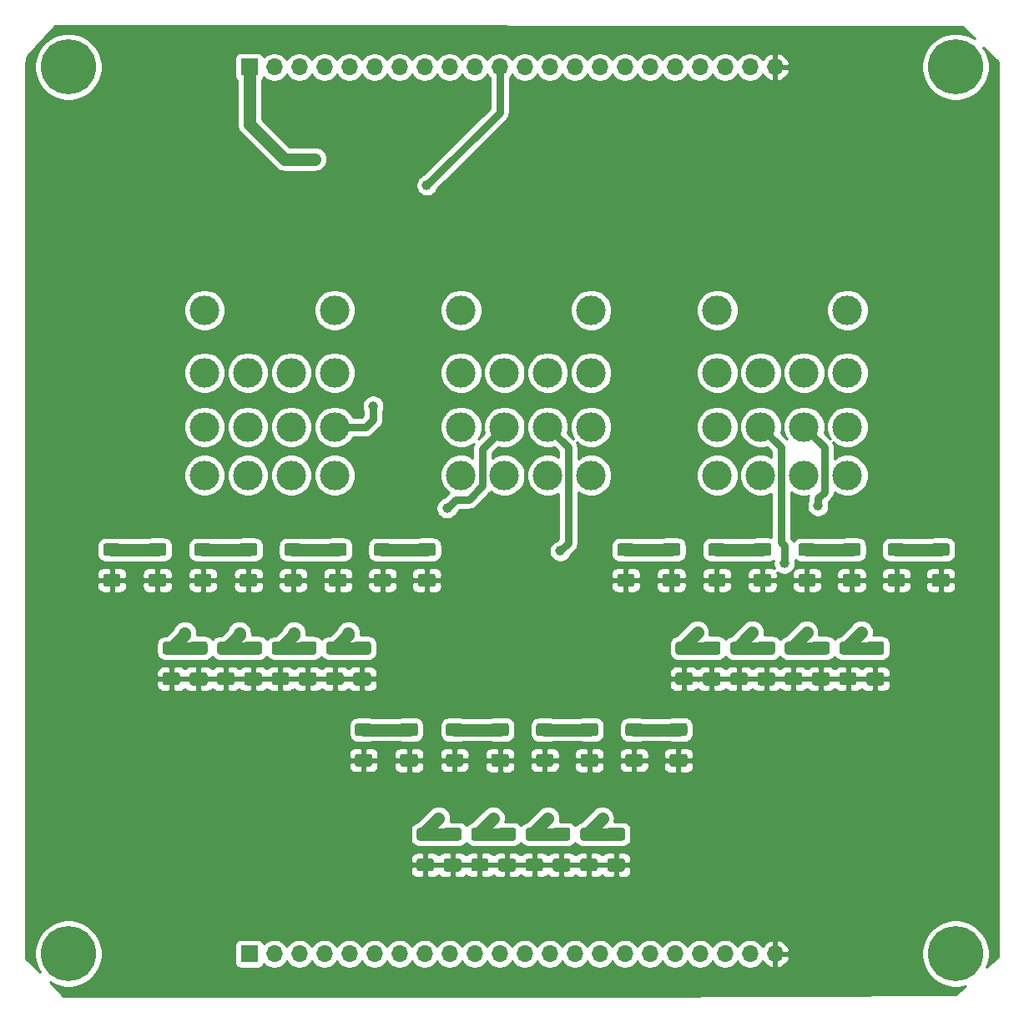
<source format=gbr>
%TF.GenerationSoftware,KiCad,Pcbnew,(5.1.9)-1*%
%TF.CreationDate,2021-11-07T00:19:35+01:00*%
%TF.ProjectId,RelayBoard,52656c61-7942-46f6-9172-642e6b696361,Version 1 *%
%TF.SameCoordinates,Original*%
%TF.FileFunction,Copper,L1,Top*%
%TF.FilePolarity,Positive*%
%FSLAX46Y46*%
G04 Gerber Fmt 4.6, Leading zero omitted, Abs format (unit mm)*
G04 Created by KiCad (PCBNEW (5.1.9)-1) date 2021-11-07 00:19:35*
%MOMM*%
%LPD*%
G01*
G04 APERTURE LIST*
%TA.AperFunction,ComponentPad*%
%ADD10C,5.600000*%
%TD*%
%TA.AperFunction,ComponentPad*%
%ADD11R,1.700000X1.700000*%
%TD*%
%TA.AperFunction,ComponentPad*%
%ADD12O,1.700000X1.700000*%
%TD*%
%TA.AperFunction,ComponentPad*%
%ADD13C,3.000000*%
%TD*%
%TA.AperFunction,ViaPad*%
%ADD14C,0.800000*%
%TD*%
%TA.AperFunction,ViaPad*%
%ADD15C,1.000000*%
%TD*%
%TA.AperFunction,ViaPad*%
%ADD16C,1.200000*%
%TD*%
%TA.AperFunction,Conductor*%
%ADD17C,1.250000*%
%TD*%
%TA.AperFunction,Conductor*%
%ADD18C,0.750000*%
%TD*%
%TA.AperFunction,Conductor*%
%ADD19C,0.254000*%
%TD*%
%TA.AperFunction,Conductor*%
%ADD20C,0.100000*%
%TD*%
G04 APERTURE END LIST*
%TO.P,C1,2*%
%TO.N,NO1_2*%
%TA.AperFunction,SMDPad,CuDef*%
G36*
G01*
X84707143Y-159840000D02*
X83407141Y-159840000D01*
G75*
G02*
X83157142Y-159590001I0J249999D01*
G01*
X83157142Y-158764999D01*
G75*
G02*
X83407141Y-158515000I249999J0D01*
G01*
X84707143Y-158515000D01*
G75*
G02*
X84957142Y-158764999I0J-249999D01*
G01*
X84957142Y-159590001D01*
G75*
G02*
X84707143Y-159840000I-249999J0D01*
G01*
G37*
%TD.AperFunction*%
%TO.P,C1,1*%
%TO.N,G*%
%TA.AperFunction,SMDPad,CuDef*%
G36*
G01*
X84707143Y-162965000D02*
X83407141Y-162965000D01*
G75*
G02*
X83157142Y-162715001I0J249999D01*
G01*
X83157142Y-161889999D01*
G75*
G02*
X83407141Y-161640000I249999J0D01*
G01*
X84707143Y-161640000D01*
G75*
G02*
X84957142Y-161889999I0J-249999D01*
G01*
X84957142Y-162715001D01*
G75*
G02*
X84707143Y-162965000I-249999J0D01*
G01*
G37*
%TD.AperFunction*%
%TD*%
%TO.P,C2,1*%
%TO.N,G*%
%TA.AperFunction,SMDPad,CuDef*%
G36*
G01*
X79175715Y-162965000D02*
X77875713Y-162965000D01*
G75*
G02*
X77625714Y-162715001I0J249999D01*
G01*
X77625714Y-161889999D01*
G75*
G02*
X77875713Y-161640000I249999J0D01*
G01*
X79175715Y-161640000D01*
G75*
G02*
X79425714Y-161889999I0J-249999D01*
G01*
X79425714Y-162715001D01*
G75*
G02*
X79175715Y-162965000I-249999J0D01*
G01*
G37*
%TD.AperFunction*%
%TO.P,C2,2*%
%TO.N,NO1_1*%
%TA.AperFunction,SMDPad,CuDef*%
G36*
G01*
X79175715Y-159840000D02*
X77875713Y-159840000D01*
G75*
G02*
X77625714Y-159590001I0J249999D01*
G01*
X77625714Y-158764999D01*
G75*
G02*
X77875713Y-158515000I249999J0D01*
G01*
X79175715Y-158515000D01*
G75*
G02*
X79425714Y-158764999I0J-249999D01*
G01*
X79425714Y-159590001D01*
G75*
G02*
X79175715Y-159840000I-249999J0D01*
G01*
G37*
%TD.AperFunction*%
%TD*%
%TO.P,C3,2*%
%TO.N,NO1_3*%
%TA.AperFunction,SMDPad,CuDef*%
G36*
G01*
X90238571Y-159840000D02*
X88938569Y-159840000D01*
G75*
G02*
X88688570Y-159590001I0J249999D01*
G01*
X88688570Y-158764999D01*
G75*
G02*
X88938569Y-158515000I249999J0D01*
G01*
X90238571Y-158515000D01*
G75*
G02*
X90488570Y-158764999I0J-249999D01*
G01*
X90488570Y-159590001D01*
G75*
G02*
X90238571Y-159840000I-249999J0D01*
G01*
G37*
%TD.AperFunction*%
%TO.P,C3,1*%
%TO.N,G*%
%TA.AperFunction,SMDPad,CuDef*%
G36*
G01*
X90238571Y-162965000D02*
X88938569Y-162965000D01*
G75*
G02*
X88688570Y-162715001I0J249999D01*
G01*
X88688570Y-161889999D01*
G75*
G02*
X88938569Y-161640000I249999J0D01*
G01*
X90238571Y-161640000D01*
G75*
G02*
X90488570Y-161889999I0J-249999D01*
G01*
X90488570Y-162715001D01*
G75*
G02*
X90238571Y-162965000I-249999J0D01*
G01*
G37*
%TD.AperFunction*%
%TD*%
%TO.P,C4,2*%
%TO.N,NO1_4*%
%TA.AperFunction,SMDPad,CuDef*%
G36*
G01*
X95770001Y-159840000D02*
X94469999Y-159840000D01*
G75*
G02*
X94220000Y-159590001I0J249999D01*
G01*
X94220000Y-158764999D01*
G75*
G02*
X94469999Y-158515000I249999J0D01*
G01*
X95770001Y-158515000D01*
G75*
G02*
X96020000Y-158764999I0J-249999D01*
G01*
X96020000Y-159590001D01*
G75*
G02*
X95770001Y-159840000I-249999J0D01*
G01*
G37*
%TD.AperFunction*%
%TO.P,C4,1*%
%TO.N,G*%
%TA.AperFunction,SMDPad,CuDef*%
G36*
G01*
X95770001Y-162965000D02*
X94469999Y-162965000D01*
G75*
G02*
X94220000Y-162715001I0J249999D01*
G01*
X94220000Y-161889999D01*
G75*
G02*
X94469999Y-161640000I249999J0D01*
G01*
X95770001Y-161640000D01*
G75*
G02*
X96020000Y-161889999I0J-249999D01*
G01*
X96020000Y-162715001D01*
G75*
G02*
X95770001Y-162965000I-249999J0D01*
G01*
G37*
%TD.AperFunction*%
%TD*%
%TO.P,C5,2*%
%TO.N,NC1_2*%
%TA.AperFunction,SMDPad,CuDef*%
G36*
G01*
X84230001Y-149840000D02*
X82929999Y-149840000D01*
G75*
G02*
X82680000Y-149590001I0J249999D01*
G01*
X82680000Y-148764999D01*
G75*
G02*
X82929999Y-148515000I249999J0D01*
G01*
X84230001Y-148515000D01*
G75*
G02*
X84480000Y-148764999I0J-249999D01*
G01*
X84480000Y-149590001D01*
G75*
G02*
X84230001Y-149840000I-249999J0D01*
G01*
G37*
%TD.AperFunction*%
%TO.P,C5,1*%
%TO.N,G*%
%TA.AperFunction,SMDPad,CuDef*%
G36*
G01*
X84230001Y-152965000D02*
X82929999Y-152965000D01*
G75*
G02*
X82680000Y-152715001I0J249999D01*
G01*
X82680000Y-151889999D01*
G75*
G02*
X82929999Y-151640000I249999J0D01*
G01*
X84230001Y-151640000D01*
G75*
G02*
X84480000Y-151889999I0J-249999D01*
G01*
X84480000Y-152715001D01*
G75*
G02*
X84230001Y-152965000I-249999J0D01*
G01*
G37*
%TD.AperFunction*%
%TD*%
%TO.P,C6,1*%
%TO.N,G*%
%TA.AperFunction,SMDPad,CuDef*%
G36*
G01*
X74996667Y-152965000D02*
X73696665Y-152965000D01*
G75*
G02*
X73446666Y-152715001I0J249999D01*
G01*
X73446666Y-151889999D01*
G75*
G02*
X73696665Y-151640000I249999J0D01*
G01*
X74996667Y-151640000D01*
G75*
G02*
X75246666Y-151889999I0J-249999D01*
G01*
X75246666Y-152715001D01*
G75*
G02*
X74996667Y-152965000I-249999J0D01*
G01*
G37*
%TD.AperFunction*%
%TO.P,C6,2*%
%TO.N,NC1_1*%
%TA.AperFunction,SMDPad,CuDef*%
G36*
G01*
X74996667Y-149840000D02*
X73696665Y-149840000D01*
G75*
G02*
X73446666Y-149590001I0J249999D01*
G01*
X73446666Y-148764999D01*
G75*
G02*
X73696665Y-148515000I249999J0D01*
G01*
X74996667Y-148515000D01*
G75*
G02*
X75246666Y-148764999I0J-249999D01*
G01*
X75246666Y-149590001D01*
G75*
G02*
X74996667Y-149840000I-249999J0D01*
G01*
G37*
%TD.AperFunction*%
%TD*%
%TO.P,C7,2*%
%TO.N,NC1_3*%
%TA.AperFunction,SMDPad,CuDef*%
G36*
G01*
X93292857Y-149840000D02*
X91992855Y-149840000D01*
G75*
G02*
X91742856Y-149590001I0J249999D01*
G01*
X91742856Y-148764999D01*
G75*
G02*
X91992855Y-148515000I249999J0D01*
G01*
X93292857Y-148515000D01*
G75*
G02*
X93542856Y-148764999I0J-249999D01*
G01*
X93542856Y-149590001D01*
G75*
G02*
X93292857Y-149840000I-249999J0D01*
G01*
G37*
%TD.AperFunction*%
%TO.P,C7,1*%
%TO.N,G*%
%TA.AperFunction,SMDPad,CuDef*%
G36*
G01*
X93292857Y-152965000D02*
X91992855Y-152965000D01*
G75*
G02*
X91742856Y-152715001I0J249999D01*
G01*
X91742856Y-151889999D01*
G75*
G02*
X91992855Y-151640000I249999J0D01*
G01*
X93292857Y-151640000D01*
G75*
G02*
X93542856Y-151889999I0J-249999D01*
G01*
X93542856Y-152715001D01*
G75*
G02*
X93292857Y-152965000I-249999J0D01*
G01*
G37*
%TD.AperFunction*%
%TD*%
%TO.P,C8,1*%
%TO.N,G*%
%TA.AperFunction,SMDPad,CuDef*%
G36*
G01*
X102322857Y-152965000D02*
X101022855Y-152965000D01*
G75*
G02*
X100772856Y-152715001I0J249999D01*
G01*
X100772856Y-151889999D01*
G75*
G02*
X101022855Y-151640000I249999J0D01*
G01*
X102322857Y-151640000D01*
G75*
G02*
X102572856Y-151889999I0J-249999D01*
G01*
X102572856Y-152715001D01*
G75*
G02*
X102322857Y-152965000I-249999J0D01*
G01*
G37*
%TD.AperFunction*%
%TO.P,C8,2*%
%TO.N,NC1_4*%
%TA.AperFunction,SMDPad,CuDef*%
G36*
G01*
X102322857Y-149840000D02*
X101022855Y-149840000D01*
G75*
G02*
X100772856Y-149590001I0J249999D01*
G01*
X100772856Y-148764999D01*
G75*
G02*
X101022855Y-148515000I249999J0D01*
G01*
X102322857Y-148515000D01*
G75*
G02*
X102572856Y-148764999I0J-249999D01*
G01*
X102572856Y-149590001D01*
G75*
G02*
X102322857Y-149840000I-249999J0D01*
G01*
G37*
%TD.AperFunction*%
%TD*%
%TO.P,C9,1*%
%TO.N,G*%
%TA.AperFunction,SMDPad,CuDef*%
G36*
G01*
X136767143Y-162965000D02*
X135467141Y-162965000D01*
G75*
G02*
X135217142Y-162715001I0J249999D01*
G01*
X135217142Y-161889999D01*
G75*
G02*
X135467141Y-161640000I249999J0D01*
G01*
X136767143Y-161640000D01*
G75*
G02*
X137017142Y-161889999I0J-249999D01*
G01*
X137017142Y-162715001D01*
G75*
G02*
X136767143Y-162965000I-249999J0D01*
G01*
G37*
%TD.AperFunction*%
%TO.P,C9,2*%
%TO.N,NO3_2*%
%TA.AperFunction,SMDPad,CuDef*%
G36*
G01*
X136767143Y-159840000D02*
X135467141Y-159840000D01*
G75*
G02*
X135217142Y-159590001I0J249999D01*
G01*
X135217142Y-158764999D01*
G75*
G02*
X135467141Y-158515000I249999J0D01*
G01*
X136767143Y-158515000D01*
G75*
G02*
X137017142Y-158764999I0J-249999D01*
G01*
X137017142Y-159590001D01*
G75*
G02*
X136767143Y-159840000I-249999J0D01*
G01*
G37*
%TD.AperFunction*%
%TD*%
%TO.P,C10,1*%
%TO.N,G*%
%TA.AperFunction,SMDPad,CuDef*%
G36*
G01*
X131235715Y-162965000D02*
X129935713Y-162965000D01*
G75*
G02*
X129685714Y-162715001I0J249999D01*
G01*
X129685714Y-161889999D01*
G75*
G02*
X129935713Y-161640000I249999J0D01*
G01*
X131235715Y-161640000D01*
G75*
G02*
X131485714Y-161889999I0J-249999D01*
G01*
X131485714Y-162715001D01*
G75*
G02*
X131235715Y-162965000I-249999J0D01*
G01*
G37*
%TD.AperFunction*%
%TO.P,C10,2*%
%TO.N,NO3_1*%
%TA.AperFunction,SMDPad,CuDef*%
G36*
G01*
X131235715Y-159840000D02*
X129935713Y-159840000D01*
G75*
G02*
X129685714Y-159590001I0J249999D01*
G01*
X129685714Y-158764999D01*
G75*
G02*
X129935713Y-158515000I249999J0D01*
G01*
X131235715Y-158515000D01*
G75*
G02*
X131485714Y-158764999I0J-249999D01*
G01*
X131485714Y-159590001D01*
G75*
G02*
X131235715Y-159840000I-249999J0D01*
G01*
G37*
%TD.AperFunction*%
%TD*%
%TO.P,C11,2*%
%TO.N,NO3_3*%
%TA.AperFunction,SMDPad,CuDef*%
G36*
G01*
X142298571Y-159840000D02*
X140998569Y-159840000D01*
G75*
G02*
X140748570Y-159590001I0J249999D01*
G01*
X140748570Y-158764999D01*
G75*
G02*
X140998569Y-158515000I249999J0D01*
G01*
X142298571Y-158515000D01*
G75*
G02*
X142548570Y-158764999I0J-249999D01*
G01*
X142548570Y-159590001D01*
G75*
G02*
X142298571Y-159840000I-249999J0D01*
G01*
G37*
%TD.AperFunction*%
%TO.P,C11,1*%
%TO.N,G*%
%TA.AperFunction,SMDPad,CuDef*%
G36*
G01*
X142298571Y-162965000D02*
X140998569Y-162965000D01*
G75*
G02*
X140748570Y-162715001I0J249999D01*
G01*
X140748570Y-161889999D01*
G75*
G02*
X140998569Y-161640000I249999J0D01*
G01*
X142298571Y-161640000D01*
G75*
G02*
X142548570Y-161889999I0J-249999D01*
G01*
X142548570Y-162715001D01*
G75*
G02*
X142298571Y-162965000I-249999J0D01*
G01*
G37*
%TD.AperFunction*%
%TD*%
%TO.P,C12,2*%
%TO.N,NO3_4*%
%TA.AperFunction,SMDPad,CuDef*%
G36*
G01*
X147830001Y-159840000D02*
X146529999Y-159840000D01*
G75*
G02*
X146280000Y-159590001I0J249999D01*
G01*
X146280000Y-158764999D01*
G75*
G02*
X146529999Y-158515000I249999J0D01*
G01*
X147830001Y-158515000D01*
G75*
G02*
X148080000Y-158764999I0J-249999D01*
G01*
X148080000Y-159590001D01*
G75*
G02*
X147830001Y-159840000I-249999J0D01*
G01*
G37*
%TD.AperFunction*%
%TO.P,C12,1*%
%TO.N,G*%
%TA.AperFunction,SMDPad,CuDef*%
G36*
G01*
X147830001Y-162965000D02*
X146529999Y-162965000D01*
G75*
G02*
X146280000Y-162715001I0J249999D01*
G01*
X146280000Y-161889999D01*
G75*
G02*
X146529999Y-161640000I249999J0D01*
G01*
X147830001Y-161640000D01*
G75*
G02*
X148080000Y-161889999I0J-249999D01*
G01*
X148080000Y-162715001D01*
G75*
G02*
X147830001Y-162965000I-249999J0D01*
G01*
G37*
%TD.AperFunction*%
%TD*%
%TO.P,C13,1*%
%TO.N,G*%
%TA.AperFunction,SMDPad,CuDef*%
G36*
G01*
X136370001Y-152965000D02*
X135069999Y-152965000D01*
G75*
G02*
X134820000Y-152715001I0J249999D01*
G01*
X134820000Y-151889999D01*
G75*
G02*
X135069999Y-151640000I249999J0D01*
G01*
X136370001Y-151640000D01*
G75*
G02*
X136620000Y-151889999I0J-249999D01*
G01*
X136620000Y-152715001D01*
G75*
G02*
X136370001Y-152965000I-249999J0D01*
G01*
G37*
%TD.AperFunction*%
%TO.P,C13,2*%
%TO.N,NC3_2*%
%TA.AperFunction,SMDPad,CuDef*%
G36*
G01*
X136370001Y-149840000D02*
X135069999Y-149840000D01*
G75*
G02*
X134820000Y-149590001I0J249999D01*
G01*
X134820000Y-148764999D01*
G75*
G02*
X135069999Y-148515000I249999J0D01*
G01*
X136370001Y-148515000D01*
G75*
G02*
X136620000Y-148764999I0J-249999D01*
G01*
X136620000Y-149590001D01*
G75*
G02*
X136370001Y-149840000I-249999J0D01*
G01*
G37*
%TD.AperFunction*%
%TD*%
%TO.P,C14,1*%
%TO.N,G*%
%TA.AperFunction,SMDPad,CuDef*%
G36*
G01*
X127136667Y-152965000D02*
X125836665Y-152965000D01*
G75*
G02*
X125586666Y-152715001I0J249999D01*
G01*
X125586666Y-151889999D01*
G75*
G02*
X125836665Y-151640000I249999J0D01*
G01*
X127136667Y-151640000D01*
G75*
G02*
X127386666Y-151889999I0J-249999D01*
G01*
X127386666Y-152715001D01*
G75*
G02*
X127136667Y-152965000I-249999J0D01*
G01*
G37*
%TD.AperFunction*%
%TO.P,C14,2*%
%TO.N,NC3_1*%
%TA.AperFunction,SMDPad,CuDef*%
G36*
G01*
X127136667Y-149840000D02*
X125836665Y-149840000D01*
G75*
G02*
X125586666Y-149590001I0J249999D01*
G01*
X125586666Y-148764999D01*
G75*
G02*
X125836665Y-148515000I249999J0D01*
G01*
X127136667Y-148515000D01*
G75*
G02*
X127386666Y-148764999I0J-249999D01*
G01*
X127386666Y-149590001D01*
G75*
G02*
X127136667Y-149840000I-249999J0D01*
G01*
G37*
%TD.AperFunction*%
%TD*%
%TO.P,C15,2*%
%TO.N,NC3_3*%
%TA.AperFunction,SMDPad,CuDef*%
G36*
G01*
X145432857Y-149840000D02*
X144132855Y-149840000D01*
G75*
G02*
X143882856Y-149590001I0J249999D01*
G01*
X143882856Y-148764999D01*
G75*
G02*
X144132855Y-148515000I249999J0D01*
G01*
X145432857Y-148515000D01*
G75*
G02*
X145682856Y-148764999I0J-249999D01*
G01*
X145682856Y-149590001D01*
G75*
G02*
X145432857Y-149840000I-249999J0D01*
G01*
G37*
%TD.AperFunction*%
%TO.P,C15,1*%
%TO.N,G*%
%TA.AperFunction,SMDPad,CuDef*%
G36*
G01*
X145432857Y-152965000D02*
X144132855Y-152965000D01*
G75*
G02*
X143882856Y-152715001I0J249999D01*
G01*
X143882856Y-151889999D01*
G75*
G02*
X144132855Y-151640000I249999J0D01*
G01*
X145432857Y-151640000D01*
G75*
G02*
X145682856Y-151889999I0J-249999D01*
G01*
X145682856Y-152715001D01*
G75*
G02*
X145432857Y-152965000I-249999J0D01*
G01*
G37*
%TD.AperFunction*%
%TD*%
%TO.P,C16,1*%
%TO.N,G*%
%TA.AperFunction,SMDPad,CuDef*%
G36*
G01*
X154462857Y-152965000D02*
X153162855Y-152965000D01*
G75*
G02*
X152912856Y-152715001I0J249999D01*
G01*
X152912856Y-151889999D01*
G75*
G02*
X153162855Y-151640000I249999J0D01*
G01*
X154462857Y-151640000D01*
G75*
G02*
X154712856Y-151889999I0J-249999D01*
G01*
X154712856Y-152715001D01*
G75*
G02*
X154462857Y-152965000I-249999J0D01*
G01*
G37*
%TD.AperFunction*%
%TO.P,C16,2*%
%TO.N,NC3_4*%
%TA.AperFunction,SMDPad,CuDef*%
G36*
G01*
X154462857Y-149840000D02*
X153162855Y-149840000D01*
G75*
G02*
X152912856Y-149590001I0J249999D01*
G01*
X152912856Y-148764999D01*
G75*
G02*
X153162855Y-148515000I249999J0D01*
G01*
X154462857Y-148515000D01*
G75*
G02*
X154712856Y-148764999I0J-249999D01*
G01*
X154712856Y-149590001D01*
G75*
G02*
X154462857Y-149840000I-249999J0D01*
G01*
G37*
%TD.AperFunction*%
%TD*%
%TO.P,C17,2*%
%TO.N,NO2_2*%
%TA.AperFunction,SMDPad,CuDef*%
G36*
G01*
X110467143Y-178730000D02*
X109167141Y-178730000D01*
G75*
G02*
X108917142Y-178480001I0J249999D01*
G01*
X108917142Y-177654999D01*
G75*
G02*
X109167141Y-177405000I249999J0D01*
G01*
X110467143Y-177405000D01*
G75*
G02*
X110717142Y-177654999I0J-249999D01*
G01*
X110717142Y-178480001D01*
G75*
G02*
X110467143Y-178730000I-249999J0D01*
G01*
G37*
%TD.AperFunction*%
%TO.P,C17,1*%
%TO.N,G*%
%TA.AperFunction,SMDPad,CuDef*%
G36*
G01*
X110467143Y-181855000D02*
X109167141Y-181855000D01*
G75*
G02*
X108917142Y-181605001I0J249999D01*
G01*
X108917142Y-180779999D01*
G75*
G02*
X109167141Y-180530000I249999J0D01*
G01*
X110467143Y-180530000D01*
G75*
G02*
X110717142Y-180779999I0J-249999D01*
G01*
X110717142Y-181605001D01*
G75*
G02*
X110467143Y-181855000I-249999J0D01*
G01*
G37*
%TD.AperFunction*%
%TD*%
%TO.P,C18,2*%
%TO.N,NO2_1*%
%TA.AperFunction,SMDPad,CuDef*%
G36*
G01*
X104935715Y-178730000D02*
X103635713Y-178730000D01*
G75*
G02*
X103385714Y-178480001I0J249999D01*
G01*
X103385714Y-177654999D01*
G75*
G02*
X103635713Y-177405000I249999J0D01*
G01*
X104935715Y-177405000D01*
G75*
G02*
X105185714Y-177654999I0J-249999D01*
G01*
X105185714Y-178480001D01*
G75*
G02*
X104935715Y-178730000I-249999J0D01*
G01*
G37*
%TD.AperFunction*%
%TO.P,C18,1*%
%TO.N,G*%
%TA.AperFunction,SMDPad,CuDef*%
G36*
G01*
X104935715Y-181855000D02*
X103635713Y-181855000D01*
G75*
G02*
X103385714Y-181605001I0J249999D01*
G01*
X103385714Y-180779999D01*
G75*
G02*
X103635713Y-180530000I249999J0D01*
G01*
X104935715Y-180530000D01*
G75*
G02*
X105185714Y-180779999I0J-249999D01*
G01*
X105185714Y-181605001D01*
G75*
G02*
X104935715Y-181855000I-249999J0D01*
G01*
G37*
%TD.AperFunction*%
%TD*%
%TO.P,C19,1*%
%TO.N,G*%
%TA.AperFunction,SMDPad,CuDef*%
G36*
G01*
X115998571Y-181855000D02*
X114698569Y-181855000D01*
G75*
G02*
X114448570Y-181605001I0J249999D01*
G01*
X114448570Y-180779999D01*
G75*
G02*
X114698569Y-180530000I249999J0D01*
G01*
X115998571Y-180530000D01*
G75*
G02*
X116248570Y-180779999I0J-249999D01*
G01*
X116248570Y-181605001D01*
G75*
G02*
X115998571Y-181855000I-249999J0D01*
G01*
G37*
%TD.AperFunction*%
%TO.P,C19,2*%
%TO.N,NO2_3*%
%TA.AperFunction,SMDPad,CuDef*%
G36*
G01*
X115998571Y-178730000D02*
X114698569Y-178730000D01*
G75*
G02*
X114448570Y-178480001I0J249999D01*
G01*
X114448570Y-177654999D01*
G75*
G02*
X114698569Y-177405000I249999J0D01*
G01*
X115998571Y-177405000D01*
G75*
G02*
X116248570Y-177654999I0J-249999D01*
G01*
X116248570Y-178480001D01*
G75*
G02*
X115998571Y-178730000I-249999J0D01*
G01*
G37*
%TD.AperFunction*%
%TD*%
%TO.P,C20,1*%
%TO.N,G*%
%TA.AperFunction,SMDPad,CuDef*%
G36*
G01*
X121530001Y-181855000D02*
X120229999Y-181855000D01*
G75*
G02*
X119980000Y-181605001I0J249999D01*
G01*
X119980000Y-180779999D01*
G75*
G02*
X120229999Y-180530000I249999J0D01*
G01*
X121530001Y-180530000D01*
G75*
G02*
X121780000Y-180779999I0J-249999D01*
G01*
X121780000Y-181605001D01*
G75*
G02*
X121530001Y-181855000I-249999J0D01*
G01*
G37*
%TD.AperFunction*%
%TO.P,C20,2*%
%TO.N,NO2_4*%
%TA.AperFunction,SMDPad,CuDef*%
G36*
G01*
X121530001Y-178730000D02*
X120229999Y-178730000D01*
G75*
G02*
X119980000Y-178480001I0J249999D01*
G01*
X119980000Y-177654999D01*
G75*
G02*
X120229999Y-177405000I249999J0D01*
G01*
X121530001Y-177405000D01*
G75*
G02*
X121780000Y-177654999I0J-249999D01*
G01*
X121780000Y-178480001D01*
G75*
G02*
X121530001Y-178730000I-249999J0D01*
G01*
G37*
%TD.AperFunction*%
%TD*%
%TO.P,C21,2*%
%TO.N,NC2_2*%
%TA.AperFunction,SMDPad,CuDef*%
G36*
G01*
X109760001Y-168110000D02*
X108459999Y-168110000D01*
G75*
G02*
X108210000Y-167860001I0J249999D01*
G01*
X108210000Y-167034999D01*
G75*
G02*
X108459999Y-166785000I249999J0D01*
G01*
X109760001Y-166785000D01*
G75*
G02*
X110010000Y-167034999I0J-249999D01*
G01*
X110010000Y-167860001D01*
G75*
G02*
X109760001Y-168110000I-249999J0D01*
G01*
G37*
%TD.AperFunction*%
%TO.P,C21,1*%
%TO.N,G*%
%TA.AperFunction,SMDPad,CuDef*%
G36*
G01*
X109760001Y-171235000D02*
X108459999Y-171235000D01*
G75*
G02*
X108210000Y-170985001I0J249999D01*
G01*
X108210000Y-170159999D01*
G75*
G02*
X108459999Y-169910000I249999J0D01*
G01*
X109760001Y-169910000D01*
G75*
G02*
X110010000Y-170159999I0J-249999D01*
G01*
X110010000Y-170985001D01*
G75*
G02*
X109760001Y-171235000I-249999J0D01*
G01*
G37*
%TD.AperFunction*%
%TD*%
%TO.P,C22,2*%
%TO.N,NC2_1*%
%TA.AperFunction,SMDPad,CuDef*%
G36*
G01*
X100526667Y-168110000D02*
X99226665Y-168110000D01*
G75*
G02*
X98976666Y-167860001I0J249999D01*
G01*
X98976666Y-167034999D01*
G75*
G02*
X99226665Y-166785000I249999J0D01*
G01*
X100526667Y-166785000D01*
G75*
G02*
X100776666Y-167034999I0J-249999D01*
G01*
X100776666Y-167860001D01*
G75*
G02*
X100526667Y-168110000I-249999J0D01*
G01*
G37*
%TD.AperFunction*%
%TO.P,C22,1*%
%TO.N,G*%
%TA.AperFunction,SMDPad,CuDef*%
G36*
G01*
X100526667Y-171235000D02*
X99226665Y-171235000D01*
G75*
G02*
X98976666Y-170985001I0J249999D01*
G01*
X98976666Y-170159999D01*
G75*
G02*
X99226665Y-169910000I249999J0D01*
G01*
X100526667Y-169910000D01*
G75*
G02*
X100776666Y-170159999I0J-249999D01*
G01*
X100776666Y-170985001D01*
G75*
G02*
X100526667Y-171235000I-249999J0D01*
G01*
G37*
%TD.AperFunction*%
%TD*%
%TO.P,C23,1*%
%TO.N,G*%
%TA.AperFunction,SMDPad,CuDef*%
G36*
G01*
X118822857Y-171235000D02*
X117522855Y-171235000D01*
G75*
G02*
X117272856Y-170985001I0J249999D01*
G01*
X117272856Y-170159999D01*
G75*
G02*
X117522855Y-169910000I249999J0D01*
G01*
X118822857Y-169910000D01*
G75*
G02*
X119072856Y-170159999I0J-249999D01*
G01*
X119072856Y-170985001D01*
G75*
G02*
X118822857Y-171235000I-249999J0D01*
G01*
G37*
%TD.AperFunction*%
%TO.P,C23,2*%
%TO.N,NC2_3*%
%TA.AperFunction,SMDPad,CuDef*%
G36*
G01*
X118822857Y-168110000D02*
X117522855Y-168110000D01*
G75*
G02*
X117272856Y-167860001I0J249999D01*
G01*
X117272856Y-167034999D01*
G75*
G02*
X117522855Y-166785000I249999J0D01*
G01*
X118822857Y-166785000D01*
G75*
G02*
X119072856Y-167034999I0J-249999D01*
G01*
X119072856Y-167860001D01*
G75*
G02*
X118822857Y-168110000I-249999J0D01*
G01*
G37*
%TD.AperFunction*%
%TD*%
%TO.P,C24,1*%
%TO.N,G*%
%TA.AperFunction,SMDPad,CuDef*%
G36*
G01*
X127852857Y-171235000D02*
X126552855Y-171235000D01*
G75*
G02*
X126302856Y-170985001I0J249999D01*
G01*
X126302856Y-170159999D01*
G75*
G02*
X126552855Y-169910000I249999J0D01*
G01*
X127852857Y-169910000D01*
G75*
G02*
X128102856Y-170159999I0J-249999D01*
G01*
X128102856Y-170985001D01*
G75*
G02*
X127852857Y-171235000I-249999J0D01*
G01*
G37*
%TD.AperFunction*%
%TO.P,C24,2*%
%TO.N,NC2_4*%
%TA.AperFunction,SMDPad,CuDef*%
G36*
G01*
X127852857Y-168110000D02*
X126552855Y-168110000D01*
G75*
G02*
X126302856Y-167860001I0J249999D01*
G01*
X126302856Y-167034999D01*
G75*
G02*
X126552855Y-166785000I249999J0D01*
G01*
X127852857Y-166785000D01*
G75*
G02*
X128102856Y-167034999I0J-249999D01*
G01*
X128102856Y-167860001D01*
G75*
G02*
X127852857Y-168110000I-249999J0D01*
G01*
G37*
%TD.AperFunction*%
%TD*%
D10*
%TO.P,H1,1*%
%TO.N,N/C*%
X155320000Y-100190000D03*
%TD*%
%TO.P,H2,1*%
%TO.N,N/C*%
X65320000Y-190190000D03*
%TD*%
%TO.P,H3,1*%
%TO.N,N/C*%
X65320000Y-100190000D03*
%TD*%
%TO.P,H4,1*%
%TO.N,N/C*%
X155320000Y-190190000D03*
%TD*%
D11*
%TO.P,1,1*%
%TO.N,R1+*%
X83665000Y-100215000D03*
D12*
%TO.P,1,2*%
%TO.N,R1-*%
X86205000Y-100215000D03*
%TO.P,1,3*%
%TO.N,COM1_1*%
X88745000Y-100215000D03*
%TO.P,1,4*%
%TO.N,NC1_1*%
X91285000Y-100215000D03*
%TO.P,1,5*%
%TO.N,NO1_1*%
X93825000Y-100215000D03*
%TO.P,1,6*%
%TO.N,COM1_2*%
X96365000Y-100215000D03*
%TO.P,1,7*%
%TO.N,NC1_2*%
X98905000Y-100215000D03*
%TO.P,1,8*%
%TO.N,NO1_2*%
X101445000Y-100215000D03*
%TO.P,1,9*%
%TO.N,COM1_3*%
X103985000Y-100215000D03*
%TO.P,1,10*%
%TO.N,NC1_3*%
X106525000Y-100215000D03*
%TO.P,1,11*%
%TO.N,NO1_3*%
X109065000Y-100215000D03*
%TO.P,1,12*%
%TO.N,COM1_4*%
X111605000Y-100215000D03*
%TO.P,1,13*%
%TO.N,NC1_4*%
X114145000Y-100215000D03*
%TO.P,1,14*%
%TO.N,NO1_4*%
X116685000Y-100215000D03*
%TO.P,1,15*%
%TO.N,R2+*%
X119225000Y-100215000D03*
%TO.P,1,16*%
%TO.N,R2-*%
X121765000Y-100215000D03*
%TO.P,1,17*%
%TO.N,COM2_1*%
X124305000Y-100215000D03*
%TO.P,1,18*%
%TO.N,NC2_1*%
X126845000Y-100215000D03*
%TO.P,1,19*%
%TO.N,NO2_1*%
X129385000Y-100215000D03*
%TO.P,1,20*%
%TO.N,COM2_2*%
X131925000Y-100215000D03*
%TO.P,1,21*%
%TO.N,NC2_2*%
X134465000Y-100215000D03*
%TO.P,1,22*%
%TO.N,G*%
X137005000Y-100215000D03*
%TD*%
%TO.P,44,22*%
%TO.N,G*%
X137005000Y-190215000D03*
%TO.P,44,21*%
%TO.N,NO3_4*%
X134465000Y-190215000D03*
%TO.P,44,20*%
%TO.N,NC3_4*%
X131925000Y-190215000D03*
%TO.P,44,19*%
%TO.N,COM3_4*%
X129385000Y-190215000D03*
%TO.P,44,18*%
%TO.N,NO3_3*%
X126845000Y-190215000D03*
%TO.P,44,17*%
%TO.N,NC3_3*%
X124305000Y-190215000D03*
%TO.P,44,16*%
%TO.N,COM3_3*%
X121765000Y-190215000D03*
%TO.P,44,15*%
%TO.N,NO3_2*%
X119225000Y-190215000D03*
%TO.P,44,14*%
%TO.N,NC3_2*%
X116685000Y-190215000D03*
%TO.P,44,13*%
%TO.N,COM3_2*%
X114145000Y-190215000D03*
%TO.P,44,12*%
%TO.N,NO3_1*%
X111605000Y-190215000D03*
%TO.P,44,11*%
%TO.N,NC3_1*%
X109065000Y-190215000D03*
%TO.P,44,10*%
%TO.N,COM3_1*%
X106525000Y-190215000D03*
%TO.P,44,9*%
%TO.N,R3-*%
X103985000Y-190215000D03*
%TO.P,44,8*%
%TO.N,R3+*%
X101445000Y-190215000D03*
%TO.P,44,7*%
%TO.N,NO2_4*%
X98905000Y-190215000D03*
%TO.P,44,6*%
%TO.N,NC2_4*%
X96365000Y-190215000D03*
%TO.P,44,5*%
%TO.N,COM2_4*%
X93825000Y-190215000D03*
%TO.P,44,4*%
%TO.N,NO2_3*%
X91285000Y-190215000D03*
%TO.P,44,3*%
%TO.N,NC2_3*%
X88745000Y-190215000D03*
%TO.P,44,2*%
%TO.N,COM2_3*%
X86205000Y-190215000D03*
D11*
%TO.P,44,1*%
%TO.N,NO2_2*%
X83665000Y-190215000D03*
%TD*%
D13*
%TO.P,K1,1*%
%TO.N,NC1_1*%
X79130001Y-141640001D03*
%TO.P,K1,2*%
%TO.N,NC1_2*%
X83530001Y-141640001D03*
%TO.P,K1,3*%
%TO.N,NC1_3*%
X87930001Y-141640001D03*
%TO.P,K1,4*%
%TO.N,NC1_4*%
X92330001Y-141640001D03*
%TO.P,K1,5*%
%TO.N,NO1_1*%
X79130001Y-136740001D03*
%TO.P,K1,6*%
%TO.N,NO1_2*%
X83530001Y-136740001D03*
%TO.P,K1,7*%
%TO.N,NO1_3*%
X87930001Y-136740001D03*
%TO.P,K1,8*%
%TO.N,NO1_4*%
X92330001Y-136740001D03*
%TO.P,K1,9*%
%TO.N,COM1_1*%
X79130001Y-131240001D03*
%TO.P,K1,10*%
%TO.N,COM1_2*%
X83530001Y-131240001D03*
%TO.P,K1,11*%
%TO.N,COM1_3*%
X87930001Y-131240001D03*
%TO.P,K1,12*%
%TO.N,COM1_4*%
X92330001Y-131240001D03*
%TO.P,K1,13*%
%TO.N,R1-*%
X79130001Y-124890001D03*
%TO.P,K1,14*%
%TO.N,Net-(F1-Pad1)*%
X92330001Y-124890001D03*
%TD*%
%TO.P,K3,14*%
%TO.N,Net-(F3-Pad1)*%
X144350000Y-124890001D03*
%TO.P,K3,13*%
%TO.N,R3-*%
X131150000Y-124890001D03*
%TO.P,K3,12*%
%TO.N,COM3_4*%
X144350000Y-131240001D03*
%TO.P,K3,11*%
%TO.N,COM3_3*%
X139950000Y-131240001D03*
%TO.P,K3,10*%
%TO.N,COM3_2*%
X135550000Y-131240001D03*
%TO.P,K3,9*%
%TO.N,COM3_1*%
X131150000Y-131240001D03*
%TO.P,K3,8*%
%TO.N,NO3_4*%
X144350000Y-136740001D03*
%TO.P,K3,7*%
%TO.N,NO3_3*%
X139950000Y-136740001D03*
%TO.P,K3,6*%
%TO.N,NO3_2*%
X135550000Y-136740001D03*
%TO.P,K3,5*%
%TO.N,NO3_1*%
X131150000Y-136740001D03*
%TO.P,K3,4*%
%TO.N,NC3_4*%
X144350000Y-141640001D03*
%TO.P,K3,3*%
%TO.N,NC3_3*%
X139950000Y-141640001D03*
%TO.P,K3,2*%
%TO.N,NC3_2*%
X135550000Y-141640001D03*
%TO.P,K3,1*%
%TO.N,NC3_1*%
X131150000Y-141640001D03*
%TD*%
%TO.P,K2,1*%
%TO.N,NC2_1*%
X105140000Y-141640001D03*
%TO.P,K2,2*%
%TO.N,NC2_2*%
X109540000Y-141640001D03*
%TO.P,K2,3*%
%TO.N,NC2_3*%
X113940000Y-141640001D03*
%TO.P,K2,4*%
%TO.N,NC2_4*%
X118340000Y-141640001D03*
%TO.P,K2,5*%
%TO.N,NO2_1*%
X105140000Y-136740001D03*
%TO.P,K2,6*%
%TO.N,NO2_2*%
X109540000Y-136740001D03*
%TO.P,K2,7*%
%TO.N,NO2_3*%
X113940000Y-136740001D03*
%TO.P,K2,8*%
%TO.N,NO2_4*%
X118340000Y-136740001D03*
%TO.P,K2,9*%
%TO.N,COM2_1*%
X105140000Y-131240001D03*
%TO.P,K2,10*%
%TO.N,COM2_2*%
X109540000Y-131240001D03*
%TO.P,K2,11*%
%TO.N,COM2_3*%
X113940000Y-131240001D03*
%TO.P,K2,12*%
%TO.N,COM2_4*%
X118340000Y-131240001D03*
%TO.P,K2,13*%
%TO.N,R2-*%
X105140000Y-124890001D03*
%TO.P,K2,14*%
%TO.N,Net-(F2-Pad1)*%
X118340000Y-124890001D03*
%TD*%
%TO.P,R1,2*%
%TO.N,NO1_2*%
%TA.AperFunction,SMDPad,CuDef*%
G36*
G01*
X81916428Y-159840000D02*
X80666428Y-159840000D01*
G75*
G02*
X80416428Y-159590000I0J250000D01*
G01*
X80416428Y-158790000D01*
G75*
G02*
X80666428Y-158540000I250000J0D01*
G01*
X81916428Y-158540000D01*
G75*
G02*
X82166428Y-158790000I0J-250000D01*
G01*
X82166428Y-159590000D01*
G75*
G02*
X81916428Y-159840000I-250000J0D01*
G01*
G37*
%TD.AperFunction*%
%TO.P,R1,1*%
%TO.N,G*%
%TA.AperFunction,SMDPad,CuDef*%
G36*
G01*
X81916428Y-162940000D02*
X80666428Y-162940000D01*
G75*
G02*
X80416428Y-162690000I0J250000D01*
G01*
X80416428Y-161890000D01*
G75*
G02*
X80666428Y-161640000I250000J0D01*
G01*
X81916428Y-161640000D01*
G75*
G02*
X82166428Y-161890000I0J-250000D01*
G01*
X82166428Y-162690000D01*
G75*
G02*
X81916428Y-162940000I-250000J0D01*
G01*
G37*
%TD.AperFunction*%
%TD*%
%TO.P,R2,2*%
%TO.N,NO1_1*%
%TA.AperFunction,SMDPad,CuDef*%
G36*
G01*
X76385000Y-159840000D02*
X75135000Y-159840000D01*
G75*
G02*
X74885000Y-159590000I0J250000D01*
G01*
X74885000Y-158790000D01*
G75*
G02*
X75135000Y-158540000I250000J0D01*
G01*
X76385000Y-158540000D01*
G75*
G02*
X76635000Y-158790000I0J-250000D01*
G01*
X76635000Y-159590000D01*
G75*
G02*
X76385000Y-159840000I-250000J0D01*
G01*
G37*
%TD.AperFunction*%
%TO.P,R2,1*%
%TO.N,G*%
%TA.AperFunction,SMDPad,CuDef*%
G36*
G01*
X76385000Y-162940000D02*
X75135000Y-162940000D01*
G75*
G02*
X74885000Y-162690000I0J250000D01*
G01*
X74885000Y-161890000D01*
G75*
G02*
X75135000Y-161640000I250000J0D01*
G01*
X76385000Y-161640000D01*
G75*
G02*
X76635000Y-161890000I0J-250000D01*
G01*
X76635000Y-162690000D01*
G75*
G02*
X76385000Y-162940000I-250000J0D01*
G01*
G37*
%TD.AperFunction*%
%TD*%
%TO.P,R3,2*%
%TO.N,NO1_3*%
%TA.AperFunction,SMDPad,CuDef*%
G36*
G01*
X87447856Y-159840000D02*
X86197856Y-159840000D01*
G75*
G02*
X85947856Y-159590000I0J250000D01*
G01*
X85947856Y-158790000D01*
G75*
G02*
X86197856Y-158540000I250000J0D01*
G01*
X87447856Y-158540000D01*
G75*
G02*
X87697856Y-158790000I0J-250000D01*
G01*
X87697856Y-159590000D01*
G75*
G02*
X87447856Y-159840000I-250000J0D01*
G01*
G37*
%TD.AperFunction*%
%TO.P,R3,1*%
%TO.N,G*%
%TA.AperFunction,SMDPad,CuDef*%
G36*
G01*
X87447856Y-162940000D02*
X86197856Y-162940000D01*
G75*
G02*
X85947856Y-162690000I0J250000D01*
G01*
X85947856Y-161890000D01*
G75*
G02*
X86197856Y-161640000I250000J0D01*
G01*
X87447856Y-161640000D01*
G75*
G02*
X87697856Y-161890000I0J-250000D01*
G01*
X87697856Y-162690000D01*
G75*
G02*
X87447856Y-162940000I-250000J0D01*
G01*
G37*
%TD.AperFunction*%
%TD*%
%TO.P,R4,1*%
%TO.N,G*%
%TA.AperFunction,SMDPad,CuDef*%
G36*
G01*
X92979284Y-162940000D02*
X91729284Y-162940000D01*
G75*
G02*
X91479284Y-162690000I0J250000D01*
G01*
X91479284Y-161890000D01*
G75*
G02*
X91729284Y-161640000I250000J0D01*
G01*
X92979284Y-161640000D01*
G75*
G02*
X93229284Y-161890000I0J-250000D01*
G01*
X93229284Y-162690000D01*
G75*
G02*
X92979284Y-162940000I-250000J0D01*
G01*
G37*
%TD.AperFunction*%
%TO.P,R4,2*%
%TO.N,NO1_4*%
%TA.AperFunction,SMDPad,CuDef*%
G36*
G01*
X92979284Y-159840000D02*
X91729284Y-159840000D01*
G75*
G02*
X91479284Y-159590000I0J250000D01*
G01*
X91479284Y-158790000D01*
G75*
G02*
X91729284Y-158540000I250000J0D01*
G01*
X92979284Y-158540000D01*
G75*
G02*
X93229284Y-158790000I0J-250000D01*
G01*
X93229284Y-159590000D01*
G75*
G02*
X92979284Y-159840000I-250000J0D01*
G01*
G37*
%TD.AperFunction*%
%TD*%
%TO.P,R5,1*%
%TO.N,G*%
%TA.AperFunction,SMDPad,CuDef*%
G36*
G01*
X79588332Y-152940000D02*
X78338332Y-152940000D01*
G75*
G02*
X78088332Y-152690000I0J250000D01*
G01*
X78088332Y-151890000D01*
G75*
G02*
X78338332Y-151640000I250000J0D01*
G01*
X79588332Y-151640000D01*
G75*
G02*
X79838332Y-151890000I0J-250000D01*
G01*
X79838332Y-152690000D01*
G75*
G02*
X79588332Y-152940000I-250000J0D01*
G01*
G37*
%TD.AperFunction*%
%TO.P,R5,2*%
%TO.N,NC1_2*%
%TA.AperFunction,SMDPad,CuDef*%
G36*
G01*
X79588332Y-149840000D02*
X78338332Y-149840000D01*
G75*
G02*
X78088332Y-149590000I0J250000D01*
G01*
X78088332Y-148790000D01*
G75*
G02*
X78338332Y-148540000I250000J0D01*
G01*
X79588332Y-148540000D01*
G75*
G02*
X79838332Y-148790000I0J-250000D01*
G01*
X79838332Y-149590000D01*
G75*
G02*
X79588332Y-149840000I-250000J0D01*
G01*
G37*
%TD.AperFunction*%
%TD*%
%TO.P,R6,2*%
%TO.N,NC1_1*%
%TA.AperFunction,SMDPad,CuDef*%
G36*
G01*
X70355000Y-149840000D02*
X69105000Y-149840000D01*
G75*
G02*
X68855000Y-149590000I0J250000D01*
G01*
X68855000Y-148790000D01*
G75*
G02*
X69105000Y-148540000I250000J0D01*
G01*
X70355000Y-148540000D01*
G75*
G02*
X70605000Y-148790000I0J-250000D01*
G01*
X70605000Y-149590000D01*
G75*
G02*
X70355000Y-149840000I-250000J0D01*
G01*
G37*
%TD.AperFunction*%
%TO.P,R6,1*%
%TO.N,G*%
%TA.AperFunction,SMDPad,CuDef*%
G36*
G01*
X70355000Y-152940000D02*
X69105000Y-152940000D01*
G75*
G02*
X68855000Y-152690000I0J250000D01*
G01*
X68855000Y-151890000D01*
G75*
G02*
X69105000Y-151640000I250000J0D01*
G01*
X70355000Y-151640000D01*
G75*
G02*
X70605000Y-151890000I0J-250000D01*
G01*
X70605000Y-152690000D01*
G75*
G02*
X70355000Y-152940000I-250000J0D01*
G01*
G37*
%TD.AperFunction*%
%TD*%
%TO.P,R7,2*%
%TO.N,NC1_3*%
%TA.AperFunction,SMDPad,CuDef*%
G36*
G01*
X88736428Y-149840000D02*
X87486428Y-149840000D01*
G75*
G02*
X87236428Y-149590000I0J250000D01*
G01*
X87236428Y-148790000D01*
G75*
G02*
X87486428Y-148540000I250000J0D01*
G01*
X88736428Y-148540000D01*
G75*
G02*
X88986428Y-148790000I0J-250000D01*
G01*
X88986428Y-149590000D01*
G75*
G02*
X88736428Y-149840000I-250000J0D01*
G01*
G37*
%TD.AperFunction*%
%TO.P,R7,1*%
%TO.N,G*%
%TA.AperFunction,SMDPad,CuDef*%
G36*
G01*
X88736428Y-152940000D02*
X87486428Y-152940000D01*
G75*
G02*
X87236428Y-152690000I0J250000D01*
G01*
X87236428Y-151890000D01*
G75*
G02*
X87486428Y-151640000I250000J0D01*
G01*
X88736428Y-151640000D01*
G75*
G02*
X88986428Y-151890000I0J-250000D01*
G01*
X88986428Y-152690000D01*
G75*
G02*
X88736428Y-152940000I-250000J0D01*
G01*
G37*
%TD.AperFunction*%
%TD*%
%TO.P,R8,1*%
%TO.N,G*%
%TA.AperFunction,SMDPad,CuDef*%
G36*
G01*
X97799284Y-152940000D02*
X96549284Y-152940000D01*
G75*
G02*
X96299284Y-152690000I0J250000D01*
G01*
X96299284Y-151890000D01*
G75*
G02*
X96549284Y-151640000I250000J0D01*
G01*
X97799284Y-151640000D01*
G75*
G02*
X98049284Y-151890000I0J-250000D01*
G01*
X98049284Y-152690000D01*
G75*
G02*
X97799284Y-152940000I-250000J0D01*
G01*
G37*
%TD.AperFunction*%
%TO.P,R8,2*%
%TO.N,NC1_4*%
%TA.AperFunction,SMDPad,CuDef*%
G36*
G01*
X97799284Y-149840000D02*
X96549284Y-149840000D01*
G75*
G02*
X96299284Y-149590000I0J250000D01*
G01*
X96299284Y-148790000D01*
G75*
G02*
X96549284Y-148540000I250000J0D01*
G01*
X97799284Y-148540000D01*
G75*
G02*
X98049284Y-148790000I0J-250000D01*
G01*
X98049284Y-149590000D01*
G75*
G02*
X97799284Y-149840000I-250000J0D01*
G01*
G37*
%TD.AperFunction*%
%TD*%
%TO.P,R9,1*%
%TO.N,G*%
%TA.AperFunction,SMDPad,CuDef*%
G36*
G01*
X133976428Y-162940000D02*
X132726428Y-162940000D01*
G75*
G02*
X132476428Y-162690000I0J250000D01*
G01*
X132476428Y-161890000D01*
G75*
G02*
X132726428Y-161640000I250000J0D01*
G01*
X133976428Y-161640000D01*
G75*
G02*
X134226428Y-161890000I0J-250000D01*
G01*
X134226428Y-162690000D01*
G75*
G02*
X133976428Y-162940000I-250000J0D01*
G01*
G37*
%TD.AperFunction*%
%TO.P,R9,2*%
%TO.N,NO3_2*%
%TA.AperFunction,SMDPad,CuDef*%
G36*
G01*
X133976428Y-159840000D02*
X132726428Y-159840000D01*
G75*
G02*
X132476428Y-159590000I0J250000D01*
G01*
X132476428Y-158790000D01*
G75*
G02*
X132726428Y-158540000I250000J0D01*
G01*
X133976428Y-158540000D01*
G75*
G02*
X134226428Y-158790000I0J-250000D01*
G01*
X134226428Y-159590000D01*
G75*
G02*
X133976428Y-159840000I-250000J0D01*
G01*
G37*
%TD.AperFunction*%
%TD*%
%TO.P,R10,2*%
%TO.N,NO3_1*%
%TA.AperFunction,SMDPad,CuDef*%
G36*
G01*
X128405000Y-159840000D02*
X127155000Y-159840000D01*
G75*
G02*
X126905000Y-159590000I0J250000D01*
G01*
X126905000Y-158790000D01*
G75*
G02*
X127155000Y-158540000I250000J0D01*
G01*
X128405000Y-158540000D01*
G75*
G02*
X128655000Y-158790000I0J-250000D01*
G01*
X128655000Y-159590000D01*
G75*
G02*
X128405000Y-159840000I-250000J0D01*
G01*
G37*
%TD.AperFunction*%
%TO.P,R10,1*%
%TO.N,G*%
%TA.AperFunction,SMDPad,CuDef*%
G36*
G01*
X128405000Y-162940000D02*
X127155000Y-162940000D01*
G75*
G02*
X126905000Y-162690000I0J250000D01*
G01*
X126905000Y-161890000D01*
G75*
G02*
X127155000Y-161640000I250000J0D01*
G01*
X128405000Y-161640000D01*
G75*
G02*
X128655000Y-161890000I0J-250000D01*
G01*
X128655000Y-162690000D01*
G75*
G02*
X128405000Y-162940000I-250000J0D01*
G01*
G37*
%TD.AperFunction*%
%TD*%
%TO.P,R11,1*%
%TO.N,G*%
%TA.AperFunction,SMDPad,CuDef*%
G36*
G01*
X139507856Y-162940000D02*
X138257856Y-162940000D01*
G75*
G02*
X138007856Y-162690000I0J250000D01*
G01*
X138007856Y-161890000D01*
G75*
G02*
X138257856Y-161640000I250000J0D01*
G01*
X139507856Y-161640000D01*
G75*
G02*
X139757856Y-161890000I0J-250000D01*
G01*
X139757856Y-162690000D01*
G75*
G02*
X139507856Y-162940000I-250000J0D01*
G01*
G37*
%TD.AperFunction*%
%TO.P,R11,2*%
%TO.N,NO3_3*%
%TA.AperFunction,SMDPad,CuDef*%
G36*
G01*
X139507856Y-159840000D02*
X138257856Y-159840000D01*
G75*
G02*
X138007856Y-159590000I0J250000D01*
G01*
X138007856Y-158790000D01*
G75*
G02*
X138257856Y-158540000I250000J0D01*
G01*
X139507856Y-158540000D01*
G75*
G02*
X139757856Y-158790000I0J-250000D01*
G01*
X139757856Y-159590000D01*
G75*
G02*
X139507856Y-159840000I-250000J0D01*
G01*
G37*
%TD.AperFunction*%
%TD*%
%TO.P,R12,1*%
%TO.N,G*%
%TA.AperFunction,SMDPad,CuDef*%
G36*
G01*
X145039284Y-162940000D02*
X143789284Y-162940000D01*
G75*
G02*
X143539284Y-162690000I0J250000D01*
G01*
X143539284Y-161890000D01*
G75*
G02*
X143789284Y-161640000I250000J0D01*
G01*
X145039284Y-161640000D01*
G75*
G02*
X145289284Y-161890000I0J-250000D01*
G01*
X145289284Y-162690000D01*
G75*
G02*
X145039284Y-162940000I-250000J0D01*
G01*
G37*
%TD.AperFunction*%
%TO.P,R12,2*%
%TO.N,NO3_4*%
%TA.AperFunction,SMDPad,CuDef*%
G36*
G01*
X145039284Y-159840000D02*
X143789284Y-159840000D01*
G75*
G02*
X143539284Y-159590000I0J250000D01*
G01*
X143539284Y-158790000D01*
G75*
G02*
X143789284Y-158540000I250000J0D01*
G01*
X145039284Y-158540000D01*
G75*
G02*
X145289284Y-158790000I0J-250000D01*
G01*
X145289284Y-159590000D01*
G75*
G02*
X145039284Y-159840000I-250000J0D01*
G01*
G37*
%TD.AperFunction*%
%TD*%
%TO.P,R13,1*%
%TO.N,G*%
%TA.AperFunction,SMDPad,CuDef*%
G36*
G01*
X131728332Y-152940000D02*
X130478332Y-152940000D01*
G75*
G02*
X130228332Y-152690000I0J250000D01*
G01*
X130228332Y-151890000D01*
G75*
G02*
X130478332Y-151640000I250000J0D01*
G01*
X131728332Y-151640000D01*
G75*
G02*
X131978332Y-151890000I0J-250000D01*
G01*
X131978332Y-152690000D01*
G75*
G02*
X131728332Y-152940000I-250000J0D01*
G01*
G37*
%TD.AperFunction*%
%TO.P,R13,2*%
%TO.N,NC3_2*%
%TA.AperFunction,SMDPad,CuDef*%
G36*
G01*
X131728332Y-149840000D02*
X130478332Y-149840000D01*
G75*
G02*
X130228332Y-149590000I0J250000D01*
G01*
X130228332Y-148790000D01*
G75*
G02*
X130478332Y-148540000I250000J0D01*
G01*
X131728332Y-148540000D01*
G75*
G02*
X131978332Y-148790000I0J-250000D01*
G01*
X131978332Y-149590000D01*
G75*
G02*
X131728332Y-149840000I-250000J0D01*
G01*
G37*
%TD.AperFunction*%
%TD*%
%TO.P,R14,2*%
%TO.N,NC3_1*%
%TA.AperFunction,SMDPad,CuDef*%
G36*
G01*
X122495000Y-149840000D02*
X121245000Y-149840000D01*
G75*
G02*
X120995000Y-149590000I0J250000D01*
G01*
X120995000Y-148790000D01*
G75*
G02*
X121245000Y-148540000I250000J0D01*
G01*
X122495000Y-148540000D01*
G75*
G02*
X122745000Y-148790000I0J-250000D01*
G01*
X122745000Y-149590000D01*
G75*
G02*
X122495000Y-149840000I-250000J0D01*
G01*
G37*
%TD.AperFunction*%
%TO.P,R14,1*%
%TO.N,G*%
%TA.AperFunction,SMDPad,CuDef*%
G36*
G01*
X122495000Y-152940000D02*
X121245000Y-152940000D01*
G75*
G02*
X120995000Y-152690000I0J250000D01*
G01*
X120995000Y-151890000D01*
G75*
G02*
X121245000Y-151640000I250000J0D01*
G01*
X122495000Y-151640000D01*
G75*
G02*
X122745000Y-151890000I0J-250000D01*
G01*
X122745000Y-152690000D01*
G75*
G02*
X122495000Y-152940000I-250000J0D01*
G01*
G37*
%TD.AperFunction*%
%TD*%
%TO.P,R15,1*%
%TO.N,G*%
%TA.AperFunction,SMDPad,CuDef*%
G36*
G01*
X140876428Y-152940000D02*
X139626428Y-152940000D01*
G75*
G02*
X139376428Y-152690000I0J250000D01*
G01*
X139376428Y-151890000D01*
G75*
G02*
X139626428Y-151640000I250000J0D01*
G01*
X140876428Y-151640000D01*
G75*
G02*
X141126428Y-151890000I0J-250000D01*
G01*
X141126428Y-152690000D01*
G75*
G02*
X140876428Y-152940000I-250000J0D01*
G01*
G37*
%TD.AperFunction*%
%TO.P,R15,2*%
%TO.N,NC3_3*%
%TA.AperFunction,SMDPad,CuDef*%
G36*
G01*
X140876428Y-149840000D02*
X139626428Y-149840000D01*
G75*
G02*
X139376428Y-149590000I0J250000D01*
G01*
X139376428Y-148790000D01*
G75*
G02*
X139626428Y-148540000I250000J0D01*
G01*
X140876428Y-148540000D01*
G75*
G02*
X141126428Y-148790000I0J-250000D01*
G01*
X141126428Y-149590000D01*
G75*
G02*
X140876428Y-149840000I-250000J0D01*
G01*
G37*
%TD.AperFunction*%
%TD*%
%TO.P,R16,2*%
%TO.N,NC3_4*%
%TA.AperFunction,SMDPad,CuDef*%
G36*
G01*
X149939284Y-149840000D02*
X148689284Y-149840000D01*
G75*
G02*
X148439284Y-149590000I0J250000D01*
G01*
X148439284Y-148790000D01*
G75*
G02*
X148689284Y-148540000I250000J0D01*
G01*
X149939284Y-148540000D01*
G75*
G02*
X150189284Y-148790000I0J-250000D01*
G01*
X150189284Y-149590000D01*
G75*
G02*
X149939284Y-149840000I-250000J0D01*
G01*
G37*
%TD.AperFunction*%
%TO.P,R16,1*%
%TO.N,G*%
%TA.AperFunction,SMDPad,CuDef*%
G36*
G01*
X149939284Y-152940000D02*
X148689284Y-152940000D01*
G75*
G02*
X148439284Y-152690000I0J250000D01*
G01*
X148439284Y-151890000D01*
G75*
G02*
X148689284Y-151640000I250000J0D01*
G01*
X149939284Y-151640000D01*
G75*
G02*
X150189284Y-151890000I0J-250000D01*
G01*
X150189284Y-152690000D01*
G75*
G02*
X149939284Y-152940000I-250000J0D01*
G01*
G37*
%TD.AperFunction*%
%TD*%
%TO.P,R17,1*%
%TO.N,G*%
%TA.AperFunction,SMDPad,CuDef*%
G36*
G01*
X107676428Y-181830000D02*
X106426428Y-181830000D01*
G75*
G02*
X106176428Y-181580000I0J250000D01*
G01*
X106176428Y-180780000D01*
G75*
G02*
X106426428Y-180530000I250000J0D01*
G01*
X107676428Y-180530000D01*
G75*
G02*
X107926428Y-180780000I0J-250000D01*
G01*
X107926428Y-181580000D01*
G75*
G02*
X107676428Y-181830000I-250000J0D01*
G01*
G37*
%TD.AperFunction*%
%TO.P,R17,2*%
%TO.N,NO2_2*%
%TA.AperFunction,SMDPad,CuDef*%
G36*
G01*
X107676428Y-178730000D02*
X106426428Y-178730000D01*
G75*
G02*
X106176428Y-178480000I0J250000D01*
G01*
X106176428Y-177680000D01*
G75*
G02*
X106426428Y-177430000I250000J0D01*
G01*
X107676428Y-177430000D01*
G75*
G02*
X107926428Y-177680000I0J-250000D01*
G01*
X107926428Y-178480000D01*
G75*
G02*
X107676428Y-178730000I-250000J0D01*
G01*
G37*
%TD.AperFunction*%
%TD*%
%TO.P,R18,2*%
%TO.N,NO2_1*%
%TA.AperFunction,SMDPad,CuDef*%
G36*
G01*
X102145000Y-178730000D02*
X100895000Y-178730000D01*
G75*
G02*
X100645000Y-178480000I0J250000D01*
G01*
X100645000Y-177680000D01*
G75*
G02*
X100895000Y-177430000I250000J0D01*
G01*
X102145000Y-177430000D01*
G75*
G02*
X102395000Y-177680000I0J-250000D01*
G01*
X102395000Y-178480000D01*
G75*
G02*
X102145000Y-178730000I-250000J0D01*
G01*
G37*
%TD.AperFunction*%
%TO.P,R18,1*%
%TO.N,G*%
%TA.AperFunction,SMDPad,CuDef*%
G36*
G01*
X102145000Y-181830000D02*
X100895000Y-181830000D01*
G75*
G02*
X100645000Y-181580000I0J250000D01*
G01*
X100645000Y-180780000D01*
G75*
G02*
X100895000Y-180530000I250000J0D01*
G01*
X102145000Y-180530000D01*
G75*
G02*
X102395000Y-180780000I0J-250000D01*
G01*
X102395000Y-181580000D01*
G75*
G02*
X102145000Y-181830000I-250000J0D01*
G01*
G37*
%TD.AperFunction*%
%TD*%
%TO.P,R19,1*%
%TO.N,G*%
%TA.AperFunction,SMDPad,CuDef*%
G36*
G01*
X113207856Y-181830000D02*
X111957856Y-181830000D01*
G75*
G02*
X111707856Y-181580000I0J250000D01*
G01*
X111707856Y-180780000D01*
G75*
G02*
X111957856Y-180530000I250000J0D01*
G01*
X113207856Y-180530000D01*
G75*
G02*
X113457856Y-180780000I0J-250000D01*
G01*
X113457856Y-181580000D01*
G75*
G02*
X113207856Y-181830000I-250000J0D01*
G01*
G37*
%TD.AperFunction*%
%TO.P,R19,2*%
%TO.N,NO2_3*%
%TA.AperFunction,SMDPad,CuDef*%
G36*
G01*
X113207856Y-178730000D02*
X111957856Y-178730000D01*
G75*
G02*
X111707856Y-178480000I0J250000D01*
G01*
X111707856Y-177680000D01*
G75*
G02*
X111957856Y-177430000I250000J0D01*
G01*
X113207856Y-177430000D01*
G75*
G02*
X113457856Y-177680000I0J-250000D01*
G01*
X113457856Y-178480000D01*
G75*
G02*
X113207856Y-178730000I-250000J0D01*
G01*
G37*
%TD.AperFunction*%
%TD*%
%TO.P,R20,2*%
%TO.N,NO2_4*%
%TA.AperFunction,SMDPad,CuDef*%
G36*
G01*
X118739284Y-178730000D02*
X117489284Y-178730000D01*
G75*
G02*
X117239284Y-178480000I0J250000D01*
G01*
X117239284Y-177680000D01*
G75*
G02*
X117489284Y-177430000I250000J0D01*
G01*
X118739284Y-177430000D01*
G75*
G02*
X118989284Y-177680000I0J-250000D01*
G01*
X118989284Y-178480000D01*
G75*
G02*
X118739284Y-178730000I-250000J0D01*
G01*
G37*
%TD.AperFunction*%
%TO.P,R20,1*%
%TO.N,G*%
%TA.AperFunction,SMDPad,CuDef*%
G36*
G01*
X118739284Y-181830000D02*
X117489284Y-181830000D01*
G75*
G02*
X117239284Y-181580000I0J250000D01*
G01*
X117239284Y-180780000D01*
G75*
G02*
X117489284Y-180530000I250000J0D01*
G01*
X118739284Y-180530000D01*
G75*
G02*
X118989284Y-180780000I0J-250000D01*
G01*
X118989284Y-181580000D01*
G75*
G02*
X118739284Y-181830000I-250000J0D01*
G01*
G37*
%TD.AperFunction*%
%TD*%
%TO.P,R21,1*%
%TO.N,G*%
%TA.AperFunction,SMDPad,CuDef*%
G36*
G01*
X105118332Y-171210000D02*
X103868332Y-171210000D01*
G75*
G02*
X103618332Y-170960000I0J250000D01*
G01*
X103618332Y-170160000D01*
G75*
G02*
X103868332Y-169910000I250000J0D01*
G01*
X105118332Y-169910000D01*
G75*
G02*
X105368332Y-170160000I0J-250000D01*
G01*
X105368332Y-170960000D01*
G75*
G02*
X105118332Y-171210000I-250000J0D01*
G01*
G37*
%TD.AperFunction*%
%TO.P,R21,2*%
%TO.N,NC2_2*%
%TA.AperFunction,SMDPad,CuDef*%
G36*
G01*
X105118332Y-168110000D02*
X103868332Y-168110000D01*
G75*
G02*
X103618332Y-167860000I0J250000D01*
G01*
X103618332Y-167060000D01*
G75*
G02*
X103868332Y-166810000I250000J0D01*
G01*
X105118332Y-166810000D01*
G75*
G02*
X105368332Y-167060000I0J-250000D01*
G01*
X105368332Y-167860000D01*
G75*
G02*
X105118332Y-168110000I-250000J0D01*
G01*
G37*
%TD.AperFunction*%
%TD*%
%TO.P,R22,1*%
%TO.N,G*%
%TA.AperFunction,SMDPad,CuDef*%
G36*
G01*
X95885000Y-171210000D02*
X94635000Y-171210000D01*
G75*
G02*
X94385000Y-170960000I0J250000D01*
G01*
X94385000Y-170160000D01*
G75*
G02*
X94635000Y-169910000I250000J0D01*
G01*
X95885000Y-169910000D01*
G75*
G02*
X96135000Y-170160000I0J-250000D01*
G01*
X96135000Y-170960000D01*
G75*
G02*
X95885000Y-171210000I-250000J0D01*
G01*
G37*
%TD.AperFunction*%
%TO.P,R22,2*%
%TO.N,NC2_1*%
%TA.AperFunction,SMDPad,CuDef*%
G36*
G01*
X95885000Y-168110000D02*
X94635000Y-168110000D01*
G75*
G02*
X94385000Y-167860000I0J250000D01*
G01*
X94385000Y-167060000D01*
G75*
G02*
X94635000Y-166810000I250000J0D01*
G01*
X95885000Y-166810000D01*
G75*
G02*
X96135000Y-167060000I0J-250000D01*
G01*
X96135000Y-167860000D01*
G75*
G02*
X95885000Y-168110000I-250000J0D01*
G01*
G37*
%TD.AperFunction*%
%TD*%
%TO.P,R23,2*%
%TO.N,NC2_3*%
%TA.AperFunction,SMDPad,CuDef*%
G36*
G01*
X114266428Y-168110000D02*
X113016428Y-168110000D01*
G75*
G02*
X112766428Y-167860000I0J250000D01*
G01*
X112766428Y-167060000D01*
G75*
G02*
X113016428Y-166810000I250000J0D01*
G01*
X114266428Y-166810000D01*
G75*
G02*
X114516428Y-167060000I0J-250000D01*
G01*
X114516428Y-167860000D01*
G75*
G02*
X114266428Y-168110000I-250000J0D01*
G01*
G37*
%TD.AperFunction*%
%TO.P,R23,1*%
%TO.N,G*%
%TA.AperFunction,SMDPad,CuDef*%
G36*
G01*
X114266428Y-171210000D02*
X113016428Y-171210000D01*
G75*
G02*
X112766428Y-170960000I0J250000D01*
G01*
X112766428Y-170160000D01*
G75*
G02*
X113016428Y-169910000I250000J0D01*
G01*
X114266428Y-169910000D01*
G75*
G02*
X114516428Y-170160000I0J-250000D01*
G01*
X114516428Y-170960000D01*
G75*
G02*
X114266428Y-171210000I-250000J0D01*
G01*
G37*
%TD.AperFunction*%
%TD*%
%TO.P,R24,2*%
%TO.N,NC2_4*%
%TA.AperFunction,SMDPad,CuDef*%
G36*
G01*
X123329284Y-168110000D02*
X122079284Y-168110000D01*
G75*
G02*
X121829284Y-167860000I0J250000D01*
G01*
X121829284Y-167060000D01*
G75*
G02*
X122079284Y-166810000I250000J0D01*
G01*
X123329284Y-166810000D01*
G75*
G02*
X123579284Y-167060000I0J-250000D01*
G01*
X123579284Y-167860000D01*
G75*
G02*
X123329284Y-168110000I-250000J0D01*
G01*
G37*
%TD.AperFunction*%
%TO.P,R24,1*%
%TO.N,G*%
%TA.AperFunction,SMDPad,CuDef*%
G36*
G01*
X123329284Y-171210000D02*
X122079284Y-171210000D01*
G75*
G02*
X121829284Y-170960000I0J250000D01*
G01*
X121829284Y-170160000D01*
G75*
G02*
X122079284Y-169910000I250000J0D01*
G01*
X123329284Y-169910000D01*
G75*
G02*
X123579284Y-170160000I0J-250000D01*
G01*
X123579284Y-170960000D01*
G75*
G02*
X123329284Y-171210000I-250000J0D01*
G01*
G37*
%TD.AperFunction*%
%TD*%
D14*
%TO.N,NO1_2*%
X82660000Y-157640000D03*
%TO.N,NO1_1*%
X77120000Y-157640000D03*
X77120000Y-157640000D03*
%TO.N,NO1_3*%
X88190000Y-157640000D03*
D15*
X101680000Y-112210000D03*
D14*
%TO.N,NO1_4*%
X93720000Y-157640000D03*
D15*
X96230000Y-134610000D03*
D14*
%TO.N,NC1_2*%
X81280000Y-149190000D03*
%TO.N,NC1_1*%
X71980000Y-149190000D03*
%TO.N,NC1_3*%
X90420000Y-149190000D03*
%TO.N,NC1_4*%
X99370000Y-149190000D03*
%TO.N,NO3_2*%
X134680000Y-157580000D03*
D15*
X137940000Y-150580000D03*
D14*
%TO.N,NO3_1*%
X129120000Y-157580000D03*
%TO.N,NO3_3*%
X140210000Y-157580000D03*
D15*
X141360000Y-144760000D03*
D14*
%TO.N,NO3_4*%
X145750000Y-157580000D03*
%TO.N,NC3_2*%
X133300000Y-149190000D03*
%TO.N,NC3_3*%
X142660000Y-149190000D03*
%TO.N,NC3_4*%
X151500000Y-149190000D03*
%TO.N,NO2_2*%
X108410000Y-176430000D03*
D15*
X103740000Y-144980000D03*
D14*
%TO.N,NO2_1*%
X102870000Y-176430000D03*
%TO.N,NO2_3*%
X113940000Y-176430000D03*
D15*
X115210000Y-149330000D03*
D14*
%TO.N,NO2_4*%
X119470000Y-176430000D03*
%TO.N,NC2_2*%
X106700000Y-167460000D03*
%TO.N,NC2_1*%
X97640000Y-167460000D03*
%TO.N,NC2_3*%
X115880000Y-167460000D03*
%TO.N,NC2_4*%
X124980000Y-167460000D03*
D16*
%TO.N,R1+*%
X90340000Y-109560000D03*
D14*
%TO.N,NC3_1*%
X124150000Y-149190000D03*
%TD*%
D17*
%TO.N,NO1_2*%
X84044642Y-159190000D02*
X84057142Y-159177500D01*
X81291428Y-159190000D02*
X81291428Y-159190000D01*
X81291428Y-159190000D02*
X84044642Y-159190000D01*
X82660000Y-157821428D02*
X81291428Y-159190000D01*
X82660000Y-157640000D02*
X82660000Y-157640000D01*
X82660000Y-157640000D02*
X82660000Y-157821428D01*
%TO.N,NO1_1*%
X78513214Y-159190000D02*
X78525714Y-159177500D01*
X75760000Y-159190000D02*
X75960000Y-159190000D01*
X75960000Y-159190000D02*
X78513214Y-159190000D01*
X77120000Y-157830000D02*
X75760000Y-159190000D01*
X77120000Y-157640000D02*
X77120000Y-157640000D01*
X77120000Y-157640000D02*
X77120000Y-157640000D01*
X77120000Y-157640000D02*
X77120000Y-157830000D01*
%TO.N,NO1_3*%
X89576070Y-159190000D02*
X89588570Y-159177500D01*
X86822856Y-159190000D02*
X86822856Y-159190000D01*
X86822856Y-159190000D02*
X89576070Y-159190000D01*
X88190000Y-157822856D02*
X86822856Y-159190000D01*
X88190000Y-157640000D02*
X88190000Y-157822856D01*
D18*
X109065000Y-104825000D02*
X101680000Y-112210000D01*
X109065000Y-100215000D02*
X109065000Y-104825000D01*
D17*
%TO.N,NO1_4*%
X95107500Y-159190000D02*
X95120000Y-159177500D01*
X92354284Y-159190000D02*
X92440000Y-159190000D01*
X92440000Y-159190000D02*
X95107500Y-159190000D01*
X93720000Y-157824284D02*
X92354284Y-159190000D01*
X93720000Y-157640000D02*
X93720000Y-157640000D01*
X93720000Y-157640000D02*
X93720000Y-157824284D01*
D18*
X95499999Y-136740001D02*
X96230000Y-136010000D01*
X96230000Y-136010000D02*
X96230000Y-134610000D01*
X92330001Y-136740001D02*
X95499999Y-136740001D01*
X96230000Y-134610000D02*
X96230000Y-134610000D01*
D17*
%TO.N,NC1_2*%
X83567500Y-149190000D02*
X83580000Y-149177500D01*
X78963332Y-149190000D02*
X81280000Y-149190000D01*
X81280000Y-149190000D02*
X81280000Y-149190000D01*
X81280000Y-149190000D02*
X83567500Y-149190000D01*
%TO.N,NC1_1*%
X74334166Y-149190000D02*
X74346666Y-149177500D01*
X69730000Y-149190000D02*
X71980000Y-149190000D01*
X71980000Y-149190000D02*
X71980000Y-149190000D01*
X71980000Y-149190000D02*
X74334166Y-149190000D01*
%TO.N,NC1_3*%
X92630356Y-149190000D02*
X92642856Y-149177500D01*
X88111428Y-149190000D02*
X90420000Y-149190000D01*
X90420000Y-149190000D02*
X90420000Y-149190000D01*
X90420000Y-149190000D02*
X92630356Y-149190000D01*
%TO.N,NC1_4*%
X101660356Y-149190000D02*
X101672856Y-149177500D01*
X97174284Y-149190000D02*
X99370000Y-149190000D01*
X99370000Y-149190000D02*
X99370000Y-149190000D01*
X99370000Y-149190000D02*
X101660356Y-149190000D01*
%TO.N,NO3_2*%
X133363928Y-159177500D02*
X133351428Y-159190000D01*
X136117142Y-159177500D02*
X133363928Y-159177500D01*
X133351428Y-158908572D02*
X134680000Y-157580000D01*
X133351428Y-159190000D02*
X133351428Y-158908572D01*
X134680000Y-157580000D02*
X134680000Y-157580000D01*
D18*
X135550000Y-136740001D02*
X137625001Y-138815002D01*
X137940000Y-150580000D02*
X137940000Y-150580000D01*
X137625001Y-138815002D02*
X137625001Y-139974999D01*
X137625001Y-139815002D02*
X137625001Y-139974999D01*
X137940000Y-148790000D02*
X137625001Y-148475001D01*
X137940000Y-150580000D02*
X137940000Y-148790000D01*
X137625001Y-139974999D02*
X137625001Y-148475001D01*
D17*
%TO.N,NO3_1*%
X130573214Y-159190000D02*
X130585714Y-159177500D01*
X127780000Y-159190000D02*
X130573214Y-159190000D01*
X127780000Y-158920000D02*
X129120000Y-157580000D01*
X127780000Y-159190000D02*
X127780000Y-158920000D01*
X129120000Y-157580000D02*
X129120000Y-157580000D01*
%TO.N,NO3_3*%
X141636070Y-159190000D02*
X141648570Y-159177500D01*
X138882856Y-159190000D02*
X141636070Y-159190000D01*
X138882856Y-158907144D02*
X140210000Y-157580000D01*
X138882856Y-159190000D02*
X138882856Y-158907144D01*
X140210000Y-157580000D02*
X140210000Y-157580000D01*
D18*
X141360000Y-144760000D02*
X141360000Y-144760000D01*
X142025001Y-138815002D02*
X139950000Y-136740001D01*
X142025001Y-143325001D02*
X142025001Y-138815002D01*
X141360000Y-143990002D02*
X142025001Y-143325001D01*
X141360000Y-144760000D02*
X141360000Y-143990002D01*
D17*
%TO.N,NO3_4*%
X147167500Y-159190000D02*
X147180000Y-159177500D01*
X144414284Y-159190000D02*
X147167500Y-159190000D01*
X144414284Y-158915716D02*
X145750000Y-157580000D01*
X144414284Y-159190000D02*
X144414284Y-158915716D01*
X145750000Y-157580000D02*
X145750000Y-157580000D01*
%TO.N,NC3_2*%
X135707500Y-149190000D02*
X135720000Y-149177500D01*
X131103332Y-149190000D02*
X133300000Y-149190000D01*
X133300000Y-149190000D02*
X133300000Y-149190000D01*
X133300000Y-149190000D02*
X135707500Y-149190000D01*
%TO.N,NC3_3*%
X144770356Y-149190000D02*
X144782856Y-149177500D01*
X140251428Y-149190000D02*
X142610000Y-149190000D01*
X142610000Y-149190000D02*
X142660000Y-149190000D01*
X142660000Y-149190000D02*
X144770356Y-149190000D01*
%TO.N,NC3_4*%
X153800356Y-149190000D02*
X153812856Y-149177500D01*
X149314284Y-149190000D02*
X151500000Y-149190000D01*
X151500000Y-149190000D02*
X151500000Y-149190000D01*
X151500000Y-149190000D02*
X153800356Y-149190000D01*
%TO.N,NO2_2*%
X107063928Y-178067500D02*
X107051428Y-178080000D01*
X109817142Y-178067500D02*
X107063928Y-178067500D01*
X107051428Y-177788572D02*
X108410000Y-176430000D01*
X107051428Y-178080000D02*
X107051428Y-177788572D01*
X108410000Y-176430000D02*
X108410000Y-176430000D01*
D18*
X104630000Y-144090000D02*
X103740000Y-144980000D01*
X105950000Y-144090000D02*
X104630000Y-144090000D01*
X107330000Y-142710000D02*
X105950000Y-144090000D01*
X107330000Y-138950001D02*
X107330000Y-142710000D01*
X109540000Y-136740001D02*
X107330000Y-138950001D01*
D17*
%TO.N,NO2_1*%
X101532500Y-178067500D02*
X101520000Y-178080000D01*
X104285714Y-178067500D02*
X101932500Y-178067500D01*
X101932500Y-178067500D02*
X101532500Y-178067500D01*
X101520000Y-177780000D02*
X102870000Y-176430000D01*
X101520000Y-178080000D02*
X101520000Y-177780000D01*
X102870000Y-176430000D02*
X102870000Y-176430000D01*
%TO.N,NO2_3*%
X112595356Y-178067500D02*
X112582856Y-178080000D01*
X115348570Y-178067500D02*
X112595356Y-178067500D01*
X112582856Y-177787144D02*
X113940000Y-176430000D01*
X112582856Y-178080000D02*
X112582856Y-177787144D01*
X113940000Y-176430000D02*
X113940000Y-176430000D01*
D18*
X115210000Y-149330000D02*
X115210000Y-149330000D01*
X116015001Y-138815002D02*
X113940000Y-136740001D01*
X116015001Y-148524999D02*
X116015001Y-138815002D01*
X115210000Y-149330000D02*
X116015001Y-148524999D01*
D17*
%TO.N,NO2_4*%
X118126784Y-178067500D02*
X118114284Y-178080000D01*
X120880000Y-178067500D02*
X118126784Y-178067500D01*
X118114284Y-177785716D02*
X119470000Y-176430000D01*
X118114284Y-178080000D02*
X118114284Y-177785716D01*
X119470000Y-176430000D02*
X119470000Y-176430000D01*
%TO.N,NC2_2*%
X109097500Y-167460000D02*
X109110000Y-167447500D01*
X104493332Y-167460000D02*
X106700000Y-167460000D01*
X106700000Y-167460000D02*
X106700000Y-167460000D01*
X106700000Y-167460000D02*
X109097500Y-167460000D01*
%TO.N,NC2_1*%
X99864166Y-167460000D02*
X99876666Y-167447500D01*
X95260000Y-167460000D02*
X97640000Y-167460000D01*
X97640000Y-167460000D02*
X97640000Y-167460000D01*
X97640000Y-167460000D02*
X99864166Y-167460000D01*
%TO.N,NC2_3*%
X118160356Y-167460000D02*
X118172856Y-167447500D01*
X113641428Y-167460000D02*
X115880000Y-167460000D01*
X115880000Y-167460000D02*
X118160356Y-167460000D01*
X115880000Y-167460000D02*
X115880000Y-167460000D01*
%TO.N,NC2_4*%
X127190356Y-167460000D02*
X127202856Y-167447500D01*
X122704284Y-167460000D02*
X124980000Y-167460000D01*
X124980000Y-167460000D02*
X124980000Y-167460000D01*
X124980000Y-167460000D02*
X127190356Y-167460000D01*
%TO.N,R1+*%
X90340000Y-109550000D02*
X90340000Y-109550000D01*
X83665000Y-106005000D02*
X87220000Y-109560000D01*
X87220000Y-109560000D02*
X90340000Y-109560000D01*
X83665000Y-100215000D02*
X83665000Y-106005000D01*
%TO.N,NC3_1*%
X126474166Y-149190000D02*
X126486666Y-149177500D01*
X121870000Y-149190000D02*
X124150000Y-149190000D01*
X124180000Y-149190000D02*
X126474166Y-149190000D01*
X124150000Y-149190000D02*
X124180000Y-149190000D01*
%TD*%
D19*
%TO.N,G*%
X156008166Y-96136921D02*
X157242701Y-97343469D01*
X156947082Y-97145943D01*
X156321952Y-96887006D01*
X155658318Y-96755000D01*
X154981682Y-96755000D01*
X154318048Y-96887006D01*
X153692918Y-97145943D01*
X153130315Y-97521862D01*
X152651862Y-98000315D01*
X152275943Y-98562918D01*
X152017006Y-99188048D01*
X151885000Y-99851682D01*
X151885000Y-100528318D01*
X152017006Y-101191952D01*
X152275943Y-101817082D01*
X152651862Y-102379685D01*
X153130315Y-102858138D01*
X153692918Y-103234057D01*
X154318048Y-103492994D01*
X154981682Y-103625000D01*
X155658318Y-103625000D01*
X156321952Y-103492994D01*
X156947082Y-103234057D01*
X157509685Y-102858138D01*
X157988138Y-102379685D01*
X158364057Y-101817082D01*
X158622994Y-101191952D01*
X158755000Y-100528318D01*
X158755000Y-99851682D01*
X158622994Y-99188048D01*
X158364057Y-98562918D01*
X158126200Y-98206939D01*
X159609018Y-99656142D01*
X159650003Y-100214252D01*
X159659997Y-190160640D01*
X159626180Y-190539551D01*
X158463254Y-191577599D01*
X158622994Y-191191952D01*
X158755000Y-190528318D01*
X158755000Y-189851682D01*
X158622994Y-189188048D01*
X158364057Y-188562918D01*
X157988138Y-188000315D01*
X157509685Y-187521862D01*
X156947082Y-187145943D01*
X156321952Y-186887006D01*
X155658318Y-186755000D01*
X154981682Y-186755000D01*
X154318048Y-186887006D01*
X153692918Y-187145943D01*
X153130315Y-187521862D01*
X152651862Y-188000315D01*
X152275943Y-188562918D01*
X152017006Y-189188048D01*
X151885000Y-189851682D01*
X151885000Y-190528318D01*
X152017006Y-191191952D01*
X152275943Y-191817082D01*
X152651862Y-192379685D01*
X153130315Y-192858138D01*
X153692918Y-193234057D01*
X154318048Y-193492994D01*
X154981682Y-193625000D01*
X155658318Y-193625000D01*
X156316140Y-193494150D01*
X155331318Y-194373219D01*
X120808983Y-194530000D01*
X65349392Y-194530000D01*
X64855530Y-194485924D01*
X63423933Y-193054327D01*
X63692918Y-193234057D01*
X64318048Y-193492994D01*
X64981682Y-193625000D01*
X65658318Y-193625000D01*
X66321952Y-193492994D01*
X66947082Y-193234057D01*
X67509685Y-192858138D01*
X67988138Y-192379685D01*
X68364057Y-191817082D01*
X68622994Y-191191952D01*
X68755000Y-190528318D01*
X68755000Y-189851682D01*
X68658193Y-189365000D01*
X82176928Y-189365000D01*
X82176928Y-191065000D01*
X82189188Y-191189482D01*
X82225498Y-191309180D01*
X82284463Y-191419494D01*
X82363815Y-191516185D01*
X82460506Y-191595537D01*
X82570820Y-191654502D01*
X82690518Y-191690812D01*
X82815000Y-191703072D01*
X84515000Y-191703072D01*
X84639482Y-191690812D01*
X84759180Y-191654502D01*
X84869494Y-191595537D01*
X84966185Y-191516185D01*
X85045537Y-191419494D01*
X85104502Y-191309180D01*
X85126513Y-191236620D01*
X85258368Y-191368475D01*
X85501589Y-191530990D01*
X85771842Y-191642932D01*
X86058740Y-191700000D01*
X86351260Y-191700000D01*
X86638158Y-191642932D01*
X86908411Y-191530990D01*
X87151632Y-191368475D01*
X87358475Y-191161632D01*
X87475000Y-190987240D01*
X87591525Y-191161632D01*
X87798368Y-191368475D01*
X88041589Y-191530990D01*
X88311842Y-191642932D01*
X88598740Y-191700000D01*
X88891260Y-191700000D01*
X89178158Y-191642932D01*
X89448411Y-191530990D01*
X89691632Y-191368475D01*
X89898475Y-191161632D01*
X90015000Y-190987240D01*
X90131525Y-191161632D01*
X90338368Y-191368475D01*
X90581589Y-191530990D01*
X90851842Y-191642932D01*
X91138740Y-191700000D01*
X91431260Y-191700000D01*
X91718158Y-191642932D01*
X91988411Y-191530990D01*
X92231632Y-191368475D01*
X92438475Y-191161632D01*
X92555000Y-190987240D01*
X92671525Y-191161632D01*
X92878368Y-191368475D01*
X93121589Y-191530990D01*
X93391842Y-191642932D01*
X93678740Y-191700000D01*
X93971260Y-191700000D01*
X94258158Y-191642932D01*
X94528411Y-191530990D01*
X94771632Y-191368475D01*
X94978475Y-191161632D01*
X95095000Y-190987240D01*
X95211525Y-191161632D01*
X95418368Y-191368475D01*
X95661589Y-191530990D01*
X95931842Y-191642932D01*
X96218740Y-191700000D01*
X96511260Y-191700000D01*
X96798158Y-191642932D01*
X97068411Y-191530990D01*
X97311632Y-191368475D01*
X97518475Y-191161632D01*
X97635000Y-190987240D01*
X97751525Y-191161632D01*
X97958368Y-191368475D01*
X98201589Y-191530990D01*
X98471842Y-191642932D01*
X98758740Y-191700000D01*
X99051260Y-191700000D01*
X99338158Y-191642932D01*
X99608411Y-191530990D01*
X99851632Y-191368475D01*
X100058475Y-191161632D01*
X100175000Y-190987240D01*
X100291525Y-191161632D01*
X100498368Y-191368475D01*
X100741589Y-191530990D01*
X101011842Y-191642932D01*
X101298740Y-191700000D01*
X101591260Y-191700000D01*
X101878158Y-191642932D01*
X102148411Y-191530990D01*
X102391632Y-191368475D01*
X102598475Y-191161632D01*
X102715000Y-190987240D01*
X102831525Y-191161632D01*
X103038368Y-191368475D01*
X103281589Y-191530990D01*
X103551842Y-191642932D01*
X103838740Y-191700000D01*
X104131260Y-191700000D01*
X104418158Y-191642932D01*
X104688411Y-191530990D01*
X104931632Y-191368475D01*
X105138475Y-191161632D01*
X105255000Y-190987240D01*
X105371525Y-191161632D01*
X105578368Y-191368475D01*
X105821589Y-191530990D01*
X106091842Y-191642932D01*
X106378740Y-191700000D01*
X106671260Y-191700000D01*
X106958158Y-191642932D01*
X107228411Y-191530990D01*
X107471632Y-191368475D01*
X107678475Y-191161632D01*
X107795000Y-190987240D01*
X107911525Y-191161632D01*
X108118368Y-191368475D01*
X108361589Y-191530990D01*
X108631842Y-191642932D01*
X108918740Y-191700000D01*
X109211260Y-191700000D01*
X109498158Y-191642932D01*
X109768411Y-191530990D01*
X110011632Y-191368475D01*
X110218475Y-191161632D01*
X110335000Y-190987240D01*
X110451525Y-191161632D01*
X110658368Y-191368475D01*
X110901589Y-191530990D01*
X111171842Y-191642932D01*
X111458740Y-191700000D01*
X111751260Y-191700000D01*
X112038158Y-191642932D01*
X112308411Y-191530990D01*
X112551632Y-191368475D01*
X112758475Y-191161632D01*
X112875000Y-190987240D01*
X112991525Y-191161632D01*
X113198368Y-191368475D01*
X113441589Y-191530990D01*
X113711842Y-191642932D01*
X113998740Y-191700000D01*
X114291260Y-191700000D01*
X114578158Y-191642932D01*
X114848411Y-191530990D01*
X115091632Y-191368475D01*
X115298475Y-191161632D01*
X115415000Y-190987240D01*
X115531525Y-191161632D01*
X115738368Y-191368475D01*
X115981589Y-191530990D01*
X116251842Y-191642932D01*
X116538740Y-191700000D01*
X116831260Y-191700000D01*
X117118158Y-191642932D01*
X117388411Y-191530990D01*
X117631632Y-191368475D01*
X117838475Y-191161632D01*
X117955000Y-190987240D01*
X118071525Y-191161632D01*
X118278368Y-191368475D01*
X118521589Y-191530990D01*
X118791842Y-191642932D01*
X119078740Y-191700000D01*
X119371260Y-191700000D01*
X119658158Y-191642932D01*
X119928411Y-191530990D01*
X120171632Y-191368475D01*
X120378475Y-191161632D01*
X120495000Y-190987240D01*
X120611525Y-191161632D01*
X120818368Y-191368475D01*
X121061589Y-191530990D01*
X121331842Y-191642932D01*
X121618740Y-191700000D01*
X121911260Y-191700000D01*
X122198158Y-191642932D01*
X122468411Y-191530990D01*
X122711632Y-191368475D01*
X122918475Y-191161632D01*
X123035000Y-190987240D01*
X123151525Y-191161632D01*
X123358368Y-191368475D01*
X123601589Y-191530990D01*
X123871842Y-191642932D01*
X124158740Y-191700000D01*
X124451260Y-191700000D01*
X124738158Y-191642932D01*
X125008411Y-191530990D01*
X125251632Y-191368475D01*
X125458475Y-191161632D01*
X125575000Y-190987240D01*
X125691525Y-191161632D01*
X125898368Y-191368475D01*
X126141589Y-191530990D01*
X126411842Y-191642932D01*
X126698740Y-191700000D01*
X126991260Y-191700000D01*
X127278158Y-191642932D01*
X127548411Y-191530990D01*
X127791632Y-191368475D01*
X127998475Y-191161632D01*
X128115000Y-190987240D01*
X128231525Y-191161632D01*
X128438368Y-191368475D01*
X128681589Y-191530990D01*
X128951842Y-191642932D01*
X129238740Y-191700000D01*
X129531260Y-191700000D01*
X129818158Y-191642932D01*
X130088411Y-191530990D01*
X130331632Y-191368475D01*
X130538475Y-191161632D01*
X130655000Y-190987240D01*
X130771525Y-191161632D01*
X130978368Y-191368475D01*
X131221589Y-191530990D01*
X131491842Y-191642932D01*
X131778740Y-191700000D01*
X132071260Y-191700000D01*
X132358158Y-191642932D01*
X132628411Y-191530990D01*
X132871632Y-191368475D01*
X133078475Y-191161632D01*
X133195000Y-190987240D01*
X133311525Y-191161632D01*
X133518368Y-191368475D01*
X133761589Y-191530990D01*
X134031842Y-191642932D01*
X134318740Y-191700000D01*
X134611260Y-191700000D01*
X134898158Y-191642932D01*
X135168411Y-191530990D01*
X135411632Y-191368475D01*
X135618475Y-191161632D01*
X135740195Y-190979466D01*
X135809822Y-191096355D01*
X136004731Y-191312588D01*
X136238080Y-191486641D01*
X136500901Y-191611825D01*
X136648110Y-191656476D01*
X136878000Y-191535155D01*
X136878000Y-190342000D01*
X137132000Y-190342000D01*
X137132000Y-191535155D01*
X137361890Y-191656476D01*
X137509099Y-191611825D01*
X137771920Y-191486641D01*
X138005269Y-191312588D01*
X138200178Y-191096355D01*
X138349157Y-190846252D01*
X138446481Y-190571891D01*
X138325814Y-190342000D01*
X137132000Y-190342000D01*
X136878000Y-190342000D01*
X136858000Y-190342000D01*
X136858000Y-190088000D01*
X136878000Y-190088000D01*
X136878000Y-188894845D01*
X137132000Y-188894845D01*
X137132000Y-190088000D01*
X138325814Y-190088000D01*
X138446481Y-189858109D01*
X138349157Y-189583748D01*
X138200178Y-189333645D01*
X138005269Y-189117412D01*
X137771920Y-188943359D01*
X137509099Y-188818175D01*
X137361890Y-188773524D01*
X137132000Y-188894845D01*
X136878000Y-188894845D01*
X136648110Y-188773524D01*
X136500901Y-188818175D01*
X136238080Y-188943359D01*
X136004731Y-189117412D01*
X135809822Y-189333645D01*
X135740195Y-189450534D01*
X135618475Y-189268368D01*
X135411632Y-189061525D01*
X135168411Y-188899010D01*
X134898158Y-188787068D01*
X134611260Y-188730000D01*
X134318740Y-188730000D01*
X134031842Y-188787068D01*
X133761589Y-188899010D01*
X133518368Y-189061525D01*
X133311525Y-189268368D01*
X133195000Y-189442760D01*
X133078475Y-189268368D01*
X132871632Y-189061525D01*
X132628411Y-188899010D01*
X132358158Y-188787068D01*
X132071260Y-188730000D01*
X131778740Y-188730000D01*
X131491842Y-188787068D01*
X131221589Y-188899010D01*
X130978368Y-189061525D01*
X130771525Y-189268368D01*
X130655000Y-189442760D01*
X130538475Y-189268368D01*
X130331632Y-189061525D01*
X130088411Y-188899010D01*
X129818158Y-188787068D01*
X129531260Y-188730000D01*
X129238740Y-188730000D01*
X128951842Y-188787068D01*
X128681589Y-188899010D01*
X128438368Y-189061525D01*
X128231525Y-189268368D01*
X128115000Y-189442760D01*
X127998475Y-189268368D01*
X127791632Y-189061525D01*
X127548411Y-188899010D01*
X127278158Y-188787068D01*
X126991260Y-188730000D01*
X126698740Y-188730000D01*
X126411842Y-188787068D01*
X126141589Y-188899010D01*
X125898368Y-189061525D01*
X125691525Y-189268368D01*
X125575000Y-189442760D01*
X125458475Y-189268368D01*
X125251632Y-189061525D01*
X125008411Y-188899010D01*
X124738158Y-188787068D01*
X124451260Y-188730000D01*
X124158740Y-188730000D01*
X123871842Y-188787068D01*
X123601589Y-188899010D01*
X123358368Y-189061525D01*
X123151525Y-189268368D01*
X123035000Y-189442760D01*
X122918475Y-189268368D01*
X122711632Y-189061525D01*
X122468411Y-188899010D01*
X122198158Y-188787068D01*
X121911260Y-188730000D01*
X121618740Y-188730000D01*
X121331842Y-188787068D01*
X121061589Y-188899010D01*
X120818368Y-189061525D01*
X120611525Y-189268368D01*
X120495000Y-189442760D01*
X120378475Y-189268368D01*
X120171632Y-189061525D01*
X119928411Y-188899010D01*
X119658158Y-188787068D01*
X119371260Y-188730000D01*
X119078740Y-188730000D01*
X118791842Y-188787068D01*
X118521589Y-188899010D01*
X118278368Y-189061525D01*
X118071525Y-189268368D01*
X117955000Y-189442760D01*
X117838475Y-189268368D01*
X117631632Y-189061525D01*
X117388411Y-188899010D01*
X117118158Y-188787068D01*
X116831260Y-188730000D01*
X116538740Y-188730000D01*
X116251842Y-188787068D01*
X115981589Y-188899010D01*
X115738368Y-189061525D01*
X115531525Y-189268368D01*
X115415000Y-189442760D01*
X115298475Y-189268368D01*
X115091632Y-189061525D01*
X114848411Y-188899010D01*
X114578158Y-188787068D01*
X114291260Y-188730000D01*
X113998740Y-188730000D01*
X113711842Y-188787068D01*
X113441589Y-188899010D01*
X113198368Y-189061525D01*
X112991525Y-189268368D01*
X112875000Y-189442760D01*
X112758475Y-189268368D01*
X112551632Y-189061525D01*
X112308411Y-188899010D01*
X112038158Y-188787068D01*
X111751260Y-188730000D01*
X111458740Y-188730000D01*
X111171842Y-188787068D01*
X110901589Y-188899010D01*
X110658368Y-189061525D01*
X110451525Y-189268368D01*
X110335000Y-189442760D01*
X110218475Y-189268368D01*
X110011632Y-189061525D01*
X109768411Y-188899010D01*
X109498158Y-188787068D01*
X109211260Y-188730000D01*
X108918740Y-188730000D01*
X108631842Y-188787068D01*
X108361589Y-188899010D01*
X108118368Y-189061525D01*
X107911525Y-189268368D01*
X107795000Y-189442760D01*
X107678475Y-189268368D01*
X107471632Y-189061525D01*
X107228411Y-188899010D01*
X106958158Y-188787068D01*
X106671260Y-188730000D01*
X106378740Y-188730000D01*
X106091842Y-188787068D01*
X105821589Y-188899010D01*
X105578368Y-189061525D01*
X105371525Y-189268368D01*
X105255000Y-189442760D01*
X105138475Y-189268368D01*
X104931632Y-189061525D01*
X104688411Y-188899010D01*
X104418158Y-188787068D01*
X104131260Y-188730000D01*
X103838740Y-188730000D01*
X103551842Y-188787068D01*
X103281589Y-188899010D01*
X103038368Y-189061525D01*
X102831525Y-189268368D01*
X102715000Y-189442760D01*
X102598475Y-189268368D01*
X102391632Y-189061525D01*
X102148411Y-188899010D01*
X101878158Y-188787068D01*
X101591260Y-188730000D01*
X101298740Y-188730000D01*
X101011842Y-188787068D01*
X100741589Y-188899010D01*
X100498368Y-189061525D01*
X100291525Y-189268368D01*
X100175000Y-189442760D01*
X100058475Y-189268368D01*
X99851632Y-189061525D01*
X99608411Y-188899010D01*
X99338158Y-188787068D01*
X99051260Y-188730000D01*
X98758740Y-188730000D01*
X98471842Y-188787068D01*
X98201589Y-188899010D01*
X97958368Y-189061525D01*
X97751525Y-189268368D01*
X97635000Y-189442760D01*
X97518475Y-189268368D01*
X97311632Y-189061525D01*
X97068411Y-188899010D01*
X96798158Y-188787068D01*
X96511260Y-188730000D01*
X96218740Y-188730000D01*
X95931842Y-188787068D01*
X95661589Y-188899010D01*
X95418368Y-189061525D01*
X95211525Y-189268368D01*
X95095000Y-189442760D01*
X94978475Y-189268368D01*
X94771632Y-189061525D01*
X94528411Y-188899010D01*
X94258158Y-188787068D01*
X93971260Y-188730000D01*
X93678740Y-188730000D01*
X93391842Y-188787068D01*
X93121589Y-188899010D01*
X92878368Y-189061525D01*
X92671525Y-189268368D01*
X92555000Y-189442760D01*
X92438475Y-189268368D01*
X92231632Y-189061525D01*
X91988411Y-188899010D01*
X91718158Y-188787068D01*
X91431260Y-188730000D01*
X91138740Y-188730000D01*
X90851842Y-188787068D01*
X90581589Y-188899010D01*
X90338368Y-189061525D01*
X90131525Y-189268368D01*
X90015000Y-189442760D01*
X89898475Y-189268368D01*
X89691632Y-189061525D01*
X89448411Y-188899010D01*
X89178158Y-188787068D01*
X88891260Y-188730000D01*
X88598740Y-188730000D01*
X88311842Y-188787068D01*
X88041589Y-188899010D01*
X87798368Y-189061525D01*
X87591525Y-189268368D01*
X87475000Y-189442760D01*
X87358475Y-189268368D01*
X87151632Y-189061525D01*
X86908411Y-188899010D01*
X86638158Y-188787068D01*
X86351260Y-188730000D01*
X86058740Y-188730000D01*
X85771842Y-188787068D01*
X85501589Y-188899010D01*
X85258368Y-189061525D01*
X85126513Y-189193380D01*
X85104502Y-189120820D01*
X85045537Y-189010506D01*
X84966185Y-188913815D01*
X84869494Y-188834463D01*
X84759180Y-188775498D01*
X84639482Y-188739188D01*
X84515000Y-188726928D01*
X82815000Y-188726928D01*
X82690518Y-188739188D01*
X82570820Y-188775498D01*
X82460506Y-188834463D01*
X82363815Y-188913815D01*
X82284463Y-189010506D01*
X82225498Y-189120820D01*
X82189188Y-189240518D01*
X82176928Y-189365000D01*
X68658193Y-189365000D01*
X68622994Y-189188048D01*
X68364057Y-188562918D01*
X67988138Y-188000315D01*
X67509685Y-187521862D01*
X66947082Y-187145943D01*
X66321952Y-186887006D01*
X65658318Y-186755000D01*
X64981682Y-186755000D01*
X64318048Y-186887006D01*
X63692918Y-187145943D01*
X63130315Y-187521862D01*
X62651862Y-188000315D01*
X62275943Y-188562918D01*
X62017006Y-189188048D01*
X61885000Y-189851682D01*
X61885000Y-190528318D01*
X62017006Y-191191952D01*
X62275943Y-191817082D01*
X62455673Y-192086067D01*
X61036966Y-190667360D01*
X61031173Y-181830000D01*
X100006928Y-181830000D01*
X100019188Y-181954482D01*
X100055498Y-182074180D01*
X100114463Y-182184494D01*
X100193815Y-182281185D01*
X100290506Y-182360537D01*
X100400820Y-182419502D01*
X100520518Y-182455812D01*
X100645000Y-182468072D01*
X101234250Y-182465000D01*
X101393000Y-182306250D01*
X101393000Y-181307000D01*
X101647000Y-181307000D01*
X101647000Y-182306250D01*
X101805750Y-182465000D01*
X102395000Y-182468072D01*
X102519482Y-182455812D01*
X102639180Y-182419502D01*
X102749494Y-182360537D01*
X102846185Y-182281185D01*
X102880099Y-182239861D01*
X102934529Y-182306185D01*
X103031220Y-182385537D01*
X103141534Y-182444502D01*
X103261232Y-182480812D01*
X103385714Y-182493072D01*
X103999964Y-182490000D01*
X104158714Y-182331250D01*
X104158714Y-181319500D01*
X104412714Y-181319500D01*
X104412714Y-182331250D01*
X104571464Y-182490000D01*
X105185714Y-182493072D01*
X105310196Y-182480812D01*
X105429894Y-182444502D01*
X105540208Y-182385537D01*
X105636899Y-182306185D01*
X105691329Y-182239861D01*
X105725243Y-182281185D01*
X105821934Y-182360537D01*
X105932248Y-182419502D01*
X106051946Y-182455812D01*
X106176428Y-182468072D01*
X106765678Y-182465000D01*
X106924428Y-182306250D01*
X106924428Y-181307000D01*
X107178428Y-181307000D01*
X107178428Y-182306250D01*
X107337178Y-182465000D01*
X107926428Y-182468072D01*
X108050910Y-182455812D01*
X108170608Y-182419502D01*
X108280922Y-182360537D01*
X108377613Y-182281185D01*
X108411527Y-182239861D01*
X108465957Y-182306185D01*
X108562648Y-182385537D01*
X108672962Y-182444502D01*
X108792660Y-182480812D01*
X108917142Y-182493072D01*
X109531392Y-182490000D01*
X109690142Y-182331250D01*
X109690142Y-181319500D01*
X109944142Y-181319500D01*
X109944142Y-182331250D01*
X110102892Y-182490000D01*
X110717142Y-182493072D01*
X110841624Y-182480812D01*
X110961322Y-182444502D01*
X111071636Y-182385537D01*
X111168327Y-182306185D01*
X111222757Y-182239861D01*
X111256671Y-182281185D01*
X111353362Y-182360537D01*
X111463676Y-182419502D01*
X111583374Y-182455812D01*
X111707856Y-182468072D01*
X112297106Y-182465000D01*
X112455856Y-182306250D01*
X112455856Y-181307000D01*
X112709856Y-181307000D01*
X112709856Y-182306250D01*
X112868606Y-182465000D01*
X113457856Y-182468072D01*
X113582338Y-182455812D01*
X113702036Y-182419502D01*
X113812350Y-182360537D01*
X113909041Y-182281185D01*
X113942955Y-182239861D01*
X113997385Y-182306185D01*
X114094076Y-182385537D01*
X114204390Y-182444502D01*
X114324088Y-182480812D01*
X114448570Y-182493072D01*
X115062820Y-182490000D01*
X115221570Y-182331250D01*
X115221570Y-181319500D01*
X115475570Y-181319500D01*
X115475570Y-182331250D01*
X115634320Y-182490000D01*
X116248570Y-182493072D01*
X116373052Y-182480812D01*
X116492750Y-182444502D01*
X116603064Y-182385537D01*
X116699755Y-182306185D01*
X116754185Y-182239861D01*
X116788099Y-182281185D01*
X116884790Y-182360537D01*
X116995104Y-182419502D01*
X117114802Y-182455812D01*
X117239284Y-182468072D01*
X117828534Y-182465000D01*
X117987284Y-182306250D01*
X117987284Y-181307000D01*
X118241284Y-181307000D01*
X118241284Y-182306250D01*
X118400034Y-182465000D01*
X118989284Y-182468072D01*
X119113766Y-182455812D01*
X119233464Y-182419502D01*
X119343778Y-182360537D01*
X119440469Y-182281185D01*
X119474384Y-182239860D01*
X119528815Y-182306185D01*
X119625506Y-182385537D01*
X119735820Y-182444502D01*
X119855518Y-182480812D01*
X119980000Y-182493072D01*
X120594250Y-182490000D01*
X120753000Y-182331250D01*
X120753000Y-181319500D01*
X121007000Y-181319500D01*
X121007000Y-182331250D01*
X121165750Y-182490000D01*
X121780000Y-182493072D01*
X121904482Y-182480812D01*
X122024180Y-182444502D01*
X122134494Y-182385537D01*
X122231185Y-182306185D01*
X122310537Y-182209494D01*
X122369502Y-182099180D01*
X122405812Y-181979482D01*
X122418072Y-181855000D01*
X122415000Y-181478250D01*
X122256250Y-181319500D01*
X121007000Y-181319500D01*
X120753000Y-181319500D01*
X119503750Y-181319500D01*
X119490892Y-181332358D01*
X119465534Y-181307000D01*
X118241284Y-181307000D01*
X117987284Y-181307000D01*
X116763034Y-181307000D01*
X116737677Y-181332357D01*
X116724820Y-181319500D01*
X115475570Y-181319500D01*
X115221570Y-181319500D01*
X113972320Y-181319500D01*
X113959463Y-181332357D01*
X113934106Y-181307000D01*
X112709856Y-181307000D01*
X112455856Y-181307000D01*
X111231606Y-181307000D01*
X111206249Y-181332357D01*
X111193392Y-181319500D01*
X109944142Y-181319500D01*
X109690142Y-181319500D01*
X108440892Y-181319500D01*
X108428035Y-181332357D01*
X108402678Y-181307000D01*
X107178428Y-181307000D01*
X106924428Y-181307000D01*
X105700178Y-181307000D01*
X105674821Y-181332357D01*
X105661964Y-181319500D01*
X104412714Y-181319500D01*
X104158714Y-181319500D01*
X102909464Y-181319500D01*
X102896607Y-181332357D01*
X102871250Y-181307000D01*
X101647000Y-181307000D01*
X101393000Y-181307000D01*
X100168750Y-181307000D01*
X100010000Y-181465750D01*
X100006928Y-181830000D01*
X61031173Y-181830000D01*
X61030321Y-180530000D01*
X100006928Y-180530000D01*
X100010000Y-180894250D01*
X100168750Y-181053000D01*
X101393000Y-181053000D01*
X101393000Y-180053750D01*
X101647000Y-180053750D01*
X101647000Y-181053000D01*
X102871250Y-181053000D01*
X102884107Y-181040143D01*
X102909464Y-181065500D01*
X104158714Y-181065500D01*
X104158714Y-180053750D01*
X104412714Y-180053750D01*
X104412714Y-181065500D01*
X105661964Y-181065500D01*
X105687321Y-181040143D01*
X105700178Y-181053000D01*
X106924428Y-181053000D01*
X106924428Y-180053750D01*
X107178428Y-180053750D01*
X107178428Y-181053000D01*
X108402678Y-181053000D01*
X108415535Y-181040143D01*
X108440892Y-181065500D01*
X109690142Y-181065500D01*
X109690142Y-180053750D01*
X109944142Y-180053750D01*
X109944142Y-181065500D01*
X111193392Y-181065500D01*
X111218749Y-181040143D01*
X111231606Y-181053000D01*
X112455856Y-181053000D01*
X112455856Y-180053750D01*
X112709856Y-180053750D01*
X112709856Y-181053000D01*
X113934106Y-181053000D01*
X113946963Y-181040143D01*
X113972320Y-181065500D01*
X115221570Y-181065500D01*
X115221570Y-180053750D01*
X115475570Y-180053750D01*
X115475570Y-181065500D01*
X116724820Y-181065500D01*
X116750177Y-181040143D01*
X116763034Y-181053000D01*
X117987284Y-181053000D01*
X117987284Y-180053750D01*
X118241284Y-180053750D01*
X118241284Y-181053000D01*
X119465534Y-181053000D01*
X119478392Y-181040142D01*
X119503750Y-181065500D01*
X120753000Y-181065500D01*
X120753000Y-180053750D01*
X121007000Y-180053750D01*
X121007000Y-181065500D01*
X122256250Y-181065500D01*
X122415000Y-180906750D01*
X122418072Y-180530000D01*
X122405812Y-180405518D01*
X122369502Y-180285820D01*
X122310537Y-180175506D01*
X122231185Y-180078815D01*
X122134494Y-179999463D01*
X122024180Y-179940498D01*
X121904482Y-179904188D01*
X121780000Y-179891928D01*
X121165750Y-179895000D01*
X121007000Y-180053750D01*
X120753000Y-180053750D01*
X120594250Y-179895000D01*
X119980000Y-179891928D01*
X119855518Y-179904188D01*
X119735820Y-179940498D01*
X119625506Y-179999463D01*
X119528815Y-180078815D01*
X119484642Y-180132640D01*
X119440469Y-180078815D01*
X119343778Y-179999463D01*
X119233464Y-179940498D01*
X119113766Y-179904188D01*
X118989284Y-179891928D01*
X118400034Y-179895000D01*
X118241284Y-180053750D01*
X117987284Y-180053750D01*
X117828534Y-179895000D01*
X117239284Y-179891928D01*
X117114802Y-179904188D01*
X116995104Y-179940498D01*
X116884790Y-179999463D01*
X116788099Y-180078815D01*
X116743927Y-180132639D01*
X116699755Y-180078815D01*
X116603064Y-179999463D01*
X116492750Y-179940498D01*
X116373052Y-179904188D01*
X116248570Y-179891928D01*
X115634320Y-179895000D01*
X115475570Y-180053750D01*
X115221570Y-180053750D01*
X115062820Y-179895000D01*
X114448570Y-179891928D01*
X114324088Y-179904188D01*
X114204390Y-179940498D01*
X114094076Y-179999463D01*
X113997385Y-180078815D01*
X113953213Y-180132639D01*
X113909041Y-180078815D01*
X113812350Y-179999463D01*
X113702036Y-179940498D01*
X113582338Y-179904188D01*
X113457856Y-179891928D01*
X112868606Y-179895000D01*
X112709856Y-180053750D01*
X112455856Y-180053750D01*
X112297106Y-179895000D01*
X111707856Y-179891928D01*
X111583374Y-179904188D01*
X111463676Y-179940498D01*
X111353362Y-179999463D01*
X111256671Y-180078815D01*
X111212499Y-180132639D01*
X111168327Y-180078815D01*
X111071636Y-179999463D01*
X110961322Y-179940498D01*
X110841624Y-179904188D01*
X110717142Y-179891928D01*
X110102892Y-179895000D01*
X109944142Y-180053750D01*
X109690142Y-180053750D01*
X109531392Y-179895000D01*
X108917142Y-179891928D01*
X108792660Y-179904188D01*
X108672962Y-179940498D01*
X108562648Y-179999463D01*
X108465957Y-180078815D01*
X108421785Y-180132639D01*
X108377613Y-180078815D01*
X108280922Y-179999463D01*
X108170608Y-179940498D01*
X108050910Y-179904188D01*
X107926428Y-179891928D01*
X107337178Y-179895000D01*
X107178428Y-180053750D01*
X106924428Y-180053750D01*
X106765678Y-179895000D01*
X106176428Y-179891928D01*
X106051946Y-179904188D01*
X105932248Y-179940498D01*
X105821934Y-179999463D01*
X105725243Y-180078815D01*
X105681071Y-180132639D01*
X105636899Y-180078815D01*
X105540208Y-179999463D01*
X105429894Y-179940498D01*
X105310196Y-179904188D01*
X105185714Y-179891928D01*
X104571464Y-179895000D01*
X104412714Y-180053750D01*
X104158714Y-180053750D01*
X103999964Y-179895000D01*
X103385714Y-179891928D01*
X103261232Y-179904188D01*
X103141534Y-179940498D01*
X103031220Y-179999463D01*
X102934529Y-180078815D01*
X102890357Y-180132639D01*
X102846185Y-180078815D01*
X102749494Y-179999463D01*
X102639180Y-179940498D01*
X102519482Y-179904188D01*
X102395000Y-179891928D01*
X101805750Y-179895000D01*
X101647000Y-180053750D01*
X101393000Y-180053750D01*
X101234250Y-179895000D01*
X100645000Y-179891928D01*
X100520518Y-179904188D01*
X100400820Y-179940498D01*
X100290506Y-179999463D01*
X100193815Y-180078815D01*
X100114463Y-180175506D01*
X100055498Y-180285820D01*
X100019188Y-180405518D01*
X100006928Y-180530000D01*
X61030321Y-180530000D01*
X61028453Y-177680000D01*
X100006928Y-177680000D01*
X100006928Y-178480000D01*
X100023992Y-178653254D01*
X100074528Y-178819850D01*
X100156595Y-178973386D01*
X100267038Y-179107962D01*
X100401614Y-179218405D01*
X100555150Y-179300472D01*
X100721746Y-179351008D01*
X100895000Y-179368072D01*
X102145000Y-179368072D01*
X102318254Y-179351008D01*
X102395750Y-179327500D01*
X103384963Y-179327500D01*
X103462459Y-179351008D01*
X103635713Y-179368072D01*
X104935715Y-179368072D01*
X105108969Y-179351008D01*
X105275565Y-179300472D01*
X105429101Y-179218405D01*
X105563676Y-179107962D01*
X105674119Y-178973387D01*
X105681071Y-178960380D01*
X105688023Y-178973386D01*
X105798466Y-179107962D01*
X105933042Y-179218405D01*
X106086578Y-179300472D01*
X106253174Y-179351008D01*
X106426428Y-179368072D01*
X107676428Y-179368072D01*
X107849682Y-179351008D01*
X107927178Y-179327500D01*
X108916391Y-179327500D01*
X108993887Y-179351008D01*
X109167141Y-179368072D01*
X110467143Y-179368072D01*
X110640397Y-179351008D01*
X110806993Y-179300472D01*
X110960529Y-179218405D01*
X111095104Y-179107962D01*
X111205547Y-178973387D01*
X111212499Y-178960380D01*
X111219451Y-178973386D01*
X111329894Y-179107962D01*
X111464470Y-179218405D01*
X111618006Y-179300472D01*
X111784602Y-179351008D01*
X111957856Y-179368072D01*
X113207856Y-179368072D01*
X113381110Y-179351008D01*
X113458606Y-179327500D01*
X114447819Y-179327500D01*
X114525315Y-179351008D01*
X114698569Y-179368072D01*
X115998571Y-179368072D01*
X116171825Y-179351008D01*
X116338421Y-179300472D01*
X116491957Y-179218405D01*
X116626532Y-179107962D01*
X116736975Y-178973387D01*
X116743927Y-178960380D01*
X116750879Y-178973386D01*
X116861322Y-179107962D01*
X116995898Y-179218405D01*
X117149434Y-179300472D01*
X117316030Y-179351008D01*
X117489284Y-179368072D01*
X118739284Y-179368072D01*
X118912538Y-179351008D01*
X118990034Y-179327500D01*
X119979249Y-179327500D01*
X120056745Y-179351008D01*
X120229999Y-179368072D01*
X121530001Y-179368072D01*
X121703255Y-179351008D01*
X121869851Y-179300472D01*
X122023387Y-179218405D01*
X122157962Y-179107962D01*
X122268405Y-178973387D01*
X122350472Y-178819851D01*
X122401008Y-178653255D01*
X122418072Y-178480001D01*
X122418072Y-177654999D01*
X122401008Y-177481745D01*
X122350472Y-177315149D01*
X122268405Y-177161613D01*
X122157962Y-177027038D01*
X122023387Y-176916595D01*
X121869851Y-176834528D01*
X121703255Y-176783992D01*
X121530001Y-176766928D01*
X120684490Y-176766928D01*
X120711768Y-176677003D01*
X120736096Y-176430000D01*
X120711768Y-176182997D01*
X120639720Y-175945486D01*
X120522720Y-175726595D01*
X120365265Y-175534735D01*
X120173405Y-175377280D01*
X119954514Y-175260280D01*
X119717003Y-175188232D01*
X119531893Y-175170000D01*
X119531883Y-175170000D01*
X119470000Y-175163905D01*
X119408117Y-175170000D01*
X119408107Y-175170000D01*
X119222997Y-175188232D01*
X118985486Y-175260280D01*
X118766594Y-175377280D01*
X118696538Y-175434774D01*
X118574735Y-175534735D01*
X118535281Y-175582810D01*
X117306082Y-176812010D01*
X117149434Y-176859528D01*
X116995898Y-176941595D01*
X116861322Y-177052038D01*
X116750879Y-177186614D01*
X116750609Y-177187120D01*
X116736975Y-177161613D01*
X116626532Y-177027038D01*
X116491957Y-176916595D01*
X116338421Y-176834528D01*
X116171825Y-176783992D01*
X115998571Y-176766928D01*
X115154490Y-176766928D01*
X115181768Y-176677003D01*
X115206096Y-176430000D01*
X115181768Y-176182997D01*
X115109720Y-175945486D01*
X114992720Y-175726595D01*
X114835265Y-175534735D01*
X114643405Y-175377280D01*
X114424514Y-175260280D01*
X114187003Y-175188232D01*
X114001893Y-175170000D01*
X114001882Y-175170000D01*
X113939999Y-175163905D01*
X113878116Y-175170000D01*
X113878107Y-175170000D01*
X113692997Y-175188232D01*
X113455486Y-175260280D01*
X113236595Y-175377280D01*
X113044735Y-175534735D01*
X113005281Y-175582810D01*
X111776704Y-176811388D01*
X111618006Y-176859528D01*
X111464470Y-176941595D01*
X111329894Y-177052038D01*
X111219451Y-177186614D01*
X111219181Y-177187120D01*
X111205547Y-177161613D01*
X111095104Y-177027038D01*
X110960529Y-176916595D01*
X110806993Y-176834528D01*
X110640397Y-176783992D01*
X110467143Y-176766928D01*
X109624490Y-176766928D01*
X109651768Y-176677003D01*
X109676096Y-176430000D01*
X109651768Y-176182997D01*
X109579720Y-175945486D01*
X109462720Y-175726595D01*
X109305265Y-175534735D01*
X109113405Y-175377280D01*
X108894514Y-175260280D01*
X108657003Y-175188232D01*
X108471893Y-175170000D01*
X108471883Y-175170000D01*
X108410000Y-175163905D01*
X108348117Y-175170000D01*
X108348107Y-175170000D01*
X108162997Y-175188232D01*
X107925486Y-175260280D01*
X107706594Y-175377280D01*
X107636538Y-175434774D01*
X107514735Y-175534735D01*
X107475281Y-175582810D01*
X106247326Y-176810766D01*
X106086578Y-176859528D01*
X105933042Y-176941595D01*
X105798466Y-177052038D01*
X105688023Y-177186614D01*
X105687753Y-177187120D01*
X105674119Y-177161613D01*
X105563676Y-177027038D01*
X105429101Y-176916595D01*
X105275565Y-176834528D01*
X105108969Y-176783992D01*
X104935715Y-176766928D01*
X104084490Y-176766928D01*
X104111768Y-176677003D01*
X104136096Y-176430000D01*
X104111768Y-176182997D01*
X104039720Y-175945486D01*
X103922720Y-175726595D01*
X103765265Y-175534735D01*
X103573405Y-175377280D01*
X103354514Y-175260280D01*
X103117003Y-175188232D01*
X102931893Y-175170000D01*
X102931882Y-175170000D01*
X102869999Y-175163905D01*
X102808116Y-175170000D01*
X102808107Y-175170000D01*
X102622997Y-175188232D01*
X102385486Y-175260280D01*
X102166595Y-175377280D01*
X101974735Y-175534735D01*
X101935281Y-175582810D01*
X100703593Y-176814498D01*
X100555150Y-176859528D01*
X100401614Y-176941595D01*
X100267038Y-177052038D01*
X100156595Y-177186614D01*
X100074528Y-177340150D01*
X100023992Y-177506746D01*
X100006928Y-177680000D01*
X61028453Y-177680000D01*
X61024210Y-171210000D01*
X93746928Y-171210000D01*
X93759188Y-171334482D01*
X93795498Y-171454180D01*
X93854463Y-171564494D01*
X93933815Y-171661185D01*
X94030506Y-171740537D01*
X94140820Y-171799502D01*
X94260518Y-171835812D01*
X94385000Y-171848072D01*
X94974250Y-171845000D01*
X95133000Y-171686250D01*
X95133000Y-170687000D01*
X95387000Y-170687000D01*
X95387000Y-171686250D01*
X95545750Y-171845000D01*
X96135000Y-171848072D01*
X96259482Y-171835812D01*
X96379180Y-171799502D01*
X96489494Y-171740537D01*
X96586185Y-171661185D01*
X96665537Y-171564494D01*
X96724502Y-171454180D01*
X96760812Y-171334482D01*
X96770609Y-171235000D01*
X98338594Y-171235000D01*
X98350854Y-171359482D01*
X98387164Y-171479180D01*
X98446129Y-171589494D01*
X98525481Y-171686185D01*
X98622172Y-171765537D01*
X98732486Y-171824502D01*
X98852184Y-171860812D01*
X98976666Y-171873072D01*
X99590916Y-171870000D01*
X99749666Y-171711250D01*
X99749666Y-170699500D01*
X100003666Y-170699500D01*
X100003666Y-171711250D01*
X100162416Y-171870000D01*
X100776666Y-171873072D01*
X100901148Y-171860812D01*
X101020846Y-171824502D01*
X101131160Y-171765537D01*
X101227851Y-171686185D01*
X101307203Y-171589494D01*
X101366168Y-171479180D01*
X101402478Y-171359482D01*
X101414738Y-171235000D01*
X101414535Y-171210000D01*
X102980260Y-171210000D01*
X102992520Y-171334482D01*
X103028830Y-171454180D01*
X103087795Y-171564494D01*
X103167147Y-171661185D01*
X103263838Y-171740537D01*
X103374152Y-171799502D01*
X103493850Y-171835812D01*
X103618332Y-171848072D01*
X104207582Y-171845000D01*
X104366332Y-171686250D01*
X104366332Y-170687000D01*
X104620332Y-170687000D01*
X104620332Y-171686250D01*
X104779082Y-171845000D01*
X105368332Y-171848072D01*
X105492814Y-171835812D01*
X105612512Y-171799502D01*
X105722826Y-171740537D01*
X105819517Y-171661185D01*
X105898869Y-171564494D01*
X105957834Y-171454180D01*
X105994144Y-171334482D01*
X106003941Y-171235000D01*
X107571928Y-171235000D01*
X107584188Y-171359482D01*
X107620498Y-171479180D01*
X107679463Y-171589494D01*
X107758815Y-171686185D01*
X107855506Y-171765537D01*
X107965820Y-171824502D01*
X108085518Y-171860812D01*
X108210000Y-171873072D01*
X108824250Y-171870000D01*
X108983000Y-171711250D01*
X108983000Y-170699500D01*
X109237000Y-170699500D01*
X109237000Y-171711250D01*
X109395750Y-171870000D01*
X110010000Y-171873072D01*
X110134482Y-171860812D01*
X110254180Y-171824502D01*
X110364494Y-171765537D01*
X110461185Y-171686185D01*
X110540537Y-171589494D01*
X110599502Y-171479180D01*
X110635812Y-171359482D01*
X110648072Y-171235000D01*
X110647869Y-171210000D01*
X112128356Y-171210000D01*
X112140616Y-171334482D01*
X112176926Y-171454180D01*
X112235891Y-171564494D01*
X112315243Y-171661185D01*
X112411934Y-171740537D01*
X112522248Y-171799502D01*
X112641946Y-171835812D01*
X112766428Y-171848072D01*
X113355678Y-171845000D01*
X113514428Y-171686250D01*
X113514428Y-170687000D01*
X113768428Y-170687000D01*
X113768428Y-171686250D01*
X113927178Y-171845000D01*
X114516428Y-171848072D01*
X114640910Y-171835812D01*
X114760608Y-171799502D01*
X114870922Y-171740537D01*
X114967613Y-171661185D01*
X115046965Y-171564494D01*
X115105930Y-171454180D01*
X115142240Y-171334482D01*
X115152037Y-171235000D01*
X116634784Y-171235000D01*
X116647044Y-171359482D01*
X116683354Y-171479180D01*
X116742319Y-171589494D01*
X116821671Y-171686185D01*
X116918362Y-171765537D01*
X117028676Y-171824502D01*
X117148374Y-171860812D01*
X117272856Y-171873072D01*
X117887106Y-171870000D01*
X118045856Y-171711250D01*
X118045856Y-170699500D01*
X118299856Y-170699500D01*
X118299856Y-171711250D01*
X118458606Y-171870000D01*
X119072856Y-171873072D01*
X119197338Y-171860812D01*
X119317036Y-171824502D01*
X119427350Y-171765537D01*
X119524041Y-171686185D01*
X119603393Y-171589494D01*
X119662358Y-171479180D01*
X119698668Y-171359482D01*
X119710928Y-171235000D01*
X119710725Y-171210000D01*
X121191212Y-171210000D01*
X121203472Y-171334482D01*
X121239782Y-171454180D01*
X121298747Y-171564494D01*
X121378099Y-171661185D01*
X121474790Y-171740537D01*
X121585104Y-171799502D01*
X121704802Y-171835812D01*
X121829284Y-171848072D01*
X122418534Y-171845000D01*
X122577284Y-171686250D01*
X122577284Y-170687000D01*
X122831284Y-170687000D01*
X122831284Y-171686250D01*
X122990034Y-171845000D01*
X123579284Y-171848072D01*
X123703766Y-171835812D01*
X123823464Y-171799502D01*
X123933778Y-171740537D01*
X124030469Y-171661185D01*
X124109821Y-171564494D01*
X124168786Y-171454180D01*
X124205096Y-171334482D01*
X124214893Y-171235000D01*
X125664784Y-171235000D01*
X125677044Y-171359482D01*
X125713354Y-171479180D01*
X125772319Y-171589494D01*
X125851671Y-171686185D01*
X125948362Y-171765537D01*
X126058676Y-171824502D01*
X126178374Y-171860812D01*
X126302856Y-171873072D01*
X126917106Y-171870000D01*
X127075856Y-171711250D01*
X127075856Y-170699500D01*
X127329856Y-170699500D01*
X127329856Y-171711250D01*
X127488606Y-171870000D01*
X128102856Y-171873072D01*
X128227338Y-171860812D01*
X128347036Y-171824502D01*
X128457350Y-171765537D01*
X128554041Y-171686185D01*
X128633393Y-171589494D01*
X128692358Y-171479180D01*
X128728668Y-171359482D01*
X128740928Y-171235000D01*
X128737856Y-170858250D01*
X128579106Y-170699500D01*
X127329856Y-170699500D01*
X127075856Y-170699500D01*
X125826606Y-170699500D01*
X125667856Y-170858250D01*
X125664784Y-171235000D01*
X124214893Y-171235000D01*
X124217356Y-171210000D01*
X124214284Y-170845750D01*
X124055534Y-170687000D01*
X122831284Y-170687000D01*
X122577284Y-170687000D01*
X121353034Y-170687000D01*
X121194284Y-170845750D01*
X121191212Y-171210000D01*
X119710725Y-171210000D01*
X119707856Y-170858250D01*
X119549106Y-170699500D01*
X118299856Y-170699500D01*
X118045856Y-170699500D01*
X116796606Y-170699500D01*
X116637856Y-170858250D01*
X116634784Y-171235000D01*
X115152037Y-171235000D01*
X115154500Y-171210000D01*
X115151428Y-170845750D01*
X114992678Y-170687000D01*
X113768428Y-170687000D01*
X113514428Y-170687000D01*
X112290178Y-170687000D01*
X112131428Y-170845750D01*
X112128356Y-171210000D01*
X110647869Y-171210000D01*
X110645000Y-170858250D01*
X110486250Y-170699500D01*
X109237000Y-170699500D01*
X108983000Y-170699500D01*
X107733750Y-170699500D01*
X107575000Y-170858250D01*
X107571928Y-171235000D01*
X106003941Y-171235000D01*
X106006404Y-171210000D01*
X106003332Y-170845750D01*
X105844582Y-170687000D01*
X104620332Y-170687000D01*
X104366332Y-170687000D01*
X103142082Y-170687000D01*
X102983332Y-170845750D01*
X102980260Y-171210000D01*
X101414535Y-171210000D01*
X101411666Y-170858250D01*
X101252916Y-170699500D01*
X100003666Y-170699500D01*
X99749666Y-170699500D01*
X98500416Y-170699500D01*
X98341666Y-170858250D01*
X98338594Y-171235000D01*
X96770609Y-171235000D01*
X96773072Y-171210000D01*
X96770000Y-170845750D01*
X96611250Y-170687000D01*
X95387000Y-170687000D01*
X95133000Y-170687000D01*
X93908750Y-170687000D01*
X93750000Y-170845750D01*
X93746928Y-171210000D01*
X61024210Y-171210000D01*
X61023358Y-169910000D01*
X93746928Y-169910000D01*
X93750000Y-170274250D01*
X93908750Y-170433000D01*
X95133000Y-170433000D01*
X95133000Y-169433750D01*
X95387000Y-169433750D01*
X95387000Y-170433000D01*
X96611250Y-170433000D01*
X96770000Y-170274250D01*
X96773072Y-169910000D01*
X98338594Y-169910000D01*
X98341666Y-170286750D01*
X98500416Y-170445500D01*
X99749666Y-170445500D01*
X99749666Y-169433750D01*
X100003666Y-169433750D01*
X100003666Y-170445500D01*
X101252916Y-170445500D01*
X101411666Y-170286750D01*
X101414738Y-169910000D01*
X102980260Y-169910000D01*
X102983332Y-170274250D01*
X103142082Y-170433000D01*
X104366332Y-170433000D01*
X104366332Y-169433750D01*
X104620332Y-169433750D01*
X104620332Y-170433000D01*
X105844582Y-170433000D01*
X106003332Y-170274250D01*
X106006404Y-169910000D01*
X107571928Y-169910000D01*
X107575000Y-170286750D01*
X107733750Y-170445500D01*
X108983000Y-170445500D01*
X108983000Y-169433750D01*
X109237000Y-169433750D01*
X109237000Y-170445500D01*
X110486250Y-170445500D01*
X110645000Y-170286750D01*
X110648072Y-169910000D01*
X112128356Y-169910000D01*
X112131428Y-170274250D01*
X112290178Y-170433000D01*
X113514428Y-170433000D01*
X113514428Y-169433750D01*
X113768428Y-169433750D01*
X113768428Y-170433000D01*
X114992678Y-170433000D01*
X115151428Y-170274250D01*
X115154500Y-169910000D01*
X116634784Y-169910000D01*
X116637856Y-170286750D01*
X116796606Y-170445500D01*
X118045856Y-170445500D01*
X118045856Y-169433750D01*
X118299856Y-169433750D01*
X118299856Y-170445500D01*
X119549106Y-170445500D01*
X119707856Y-170286750D01*
X119710928Y-169910000D01*
X121191212Y-169910000D01*
X121194284Y-170274250D01*
X121353034Y-170433000D01*
X122577284Y-170433000D01*
X122577284Y-169433750D01*
X122831284Y-169433750D01*
X122831284Y-170433000D01*
X124055534Y-170433000D01*
X124214284Y-170274250D01*
X124217356Y-169910000D01*
X125664784Y-169910000D01*
X125667856Y-170286750D01*
X125826606Y-170445500D01*
X127075856Y-170445500D01*
X127075856Y-169433750D01*
X127329856Y-169433750D01*
X127329856Y-170445500D01*
X128579106Y-170445500D01*
X128737856Y-170286750D01*
X128740928Y-169910000D01*
X128728668Y-169785518D01*
X128692358Y-169665820D01*
X128633393Y-169555506D01*
X128554041Y-169458815D01*
X128457350Y-169379463D01*
X128347036Y-169320498D01*
X128227338Y-169284188D01*
X128102856Y-169271928D01*
X127488606Y-169275000D01*
X127329856Y-169433750D01*
X127075856Y-169433750D01*
X126917106Y-169275000D01*
X126302856Y-169271928D01*
X126178374Y-169284188D01*
X126058676Y-169320498D01*
X125948362Y-169379463D01*
X125851671Y-169458815D01*
X125772319Y-169555506D01*
X125713354Y-169665820D01*
X125677044Y-169785518D01*
X125664784Y-169910000D01*
X124217356Y-169910000D01*
X124205096Y-169785518D01*
X124168786Y-169665820D01*
X124109821Y-169555506D01*
X124030469Y-169458815D01*
X123933778Y-169379463D01*
X123823464Y-169320498D01*
X123703766Y-169284188D01*
X123579284Y-169271928D01*
X122990034Y-169275000D01*
X122831284Y-169433750D01*
X122577284Y-169433750D01*
X122418534Y-169275000D01*
X121829284Y-169271928D01*
X121704802Y-169284188D01*
X121585104Y-169320498D01*
X121474790Y-169379463D01*
X121378099Y-169458815D01*
X121298747Y-169555506D01*
X121239782Y-169665820D01*
X121203472Y-169785518D01*
X121191212Y-169910000D01*
X119710928Y-169910000D01*
X119698668Y-169785518D01*
X119662358Y-169665820D01*
X119603393Y-169555506D01*
X119524041Y-169458815D01*
X119427350Y-169379463D01*
X119317036Y-169320498D01*
X119197338Y-169284188D01*
X119072856Y-169271928D01*
X118458606Y-169275000D01*
X118299856Y-169433750D01*
X118045856Y-169433750D01*
X117887106Y-169275000D01*
X117272856Y-169271928D01*
X117148374Y-169284188D01*
X117028676Y-169320498D01*
X116918362Y-169379463D01*
X116821671Y-169458815D01*
X116742319Y-169555506D01*
X116683354Y-169665820D01*
X116647044Y-169785518D01*
X116634784Y-169910000D01*
X115154500Y-169910000D01*
X115142240Y-169785518D01*
X115105930Y-169665820D01*
X115046965Y-169555506D01*
X114967613Y-169458815D01*
X114870922Y-169379463D01*
X114760608Y-169320498D01*
X114640910Y-169284188D01*
X114516428Y-169271928D01*
X113927178Y-169275000D01*
X113768428Y-169433750D01*
X113514428Y-169433750D01*
X113355678Y-169275000D01*
X112766428Y-169271928D01*
X112641946Y-169284188D01*
X112522248Y-169320498D01*
X112411934Y-169379463D01*
X112315243Y-169458815D01*
X112235891Y-169555506D01*
X112176926Y-169665820D01*
X112140616Y-169785518D01*
X112128356Y-169910000D01*
X110648072Y-169910000D01*
X110635812Y-169785518D01*
X110599502Y-169665820D01*
X110540537Y-169555506D01*
X110461185Y-169458815D01*
X110364494Y-169379463D01*
X110254180Y-169320498D01*
X110134482Y-169284188D01*
X110010000Y-169271928D01*
X109395750Y-169275000D01*
X109237000Y-169433750D01*
X108983000Y-169433750D01*
X108824250Y-169275000D01*
X108210000Y-169271928D01*
X108085518Y-169284188D01*
X107965820Y-169320498D01*
X107855506Y-169379463D01*
X107758815Y-169458815D01*
X107679463Y-169555506D01*
X107620498Y-169665820D01*
X107584188Y-169785518D01*
X107571928Y-169910000D01*
X106006404Y-169910000D01*
X105994144Y-169785518D01*
X105957834Y-169665820D01*
X105898869Y-169555506D01*
X105819517Y-169458815D01*
X105722826Y-169379463D01*
X105612512Y-169320498D01*
X105492814Y-169284188D01*
X105368332Y-169271928D01*
X104779082Y-169275000D01*
X104620332Y-169433750D01*
X104366332Y-169433750D01*
X104207582Y-169275000D01*
X103618332Y-169271928D01*
X103493850Y-169284188D01*
X103374152Y-169320498D01*
X103263838Y-169379463D01*
X103167147Y-169458815D01*
X103087795Y-169555506D01*
X103028830Y-169665820D01*
X102992520Y-169785518D01*
X102980260Y-169910000D01*
X101414738Y-169910000D01*
X101402478Y-169785518D01*
X101366168Y-169665820D01*
X101307203Y-169555506D01*
X101227851Y-169458815D01*
X101131160Y-169379463D01*
X101020846Y-169320498D01*
X100901148Y-169284188D01*
X100776666Y-169271928D01*
X100162416Y-169275000D01*
X100003666Y-169433750D01*
X99749666Y-169433750D01*
X99590916Y-169275000D01*
X98976666Y-169271928D01*
X98852184Y-169284188D01*
X98732486Y-169320498D01*
X98622172Y-169379463D01*
X98525481Y-169458815D01*
X98446129Y-169555506D01*
X98387164Y-169665820D01*
X98350854Y-169785518D01*
X98338594Y-169910000D01*
X96773072Y-169910000D01*
X96760812Y-169785518D01*
X96724502Y-169665820D01*
X96665537Y-169555506D01*
X96586185Y-169458815D01*
X96489494Y-169379463D01*
X96379180Y-169320498D01*
X96259482Y-169284188D01*
X96135000Y-169271928D01*
X95545750Y-169275000D01*
X95387000Y-169433750D01*
X95133000Y-169433750D01*
X94974250Y-169275000D01*
X94385000Y-169271928D01*
X94260518Y-169284188D01*
X94140820Y-169320498D01*
X94030506Y-169379463D01*
X93933815Y-169458815D01*
X93854463Y-169555506D01*
X93795498Y-169665820D01*
X93759188Y-169785518D01*
X93746928Y-169910000D01*
X61023358Y-169910000D01*
X61021489Y-167060000D01*
X93746928Y-167060000D01*
X93746928Y-167860000D01*
X93763992Y-168033254D01*
X93814528Y-168199850D01*
X93896595Y-168353386D01*
X94007038Y-168487962D01*
X94141614Y-168598405D01*
X94295150Y-168680472D01*
X94461746Y-168731008D01*
X94635000Y-168748072D01*
X95885000Y-168748072D01*
X96058254Y-168731008D01*
X96094543Y-168720000D01*
X99017122Y-168720000D01*
X99053411Y-168731008D01*
X99226665Y-168748072D01*
X100526667Y-168748072D01*
X100699921Y-168731008D01*
X100866517Y-168680472D01*
X101020053Y-168598405D01*
X101154628Y-168487962D01*
X101265071Y-168353387D01*
X101347138Y-168199851D01*
X101397674Y-168033255D01*
X101414738Y-167860001D01*
X101414738Y-167060000D01*
X102980260Y-167060000D01*
X102980260Y-167860000D01*
X102997324Y-168033254D01*
X103047860Y-168199850D01*
X103129927Y-168353386D01*
X103240370Y-168487962D01*
X103374946Y-168598405D01*
X103528482Y-168680472D01*
X103695078Y-168731008D01*
X103868332Y-168748072D01*
X105118332Y-168748072D01*
X105291586Y-168731008D01*
X105327875Y-168720000D01*
X108250456Y-168720000D01*
X108286745Y-168731008D01*
X108459999Y-168748072D01*
X109760001Y-168748072D01*
X109933255Y-168731008D01*
X110099851Y-168680472D01*
X110253387Y-168598405D01*
X110387962Y-168487962D01*
X110498405Y-168353387D01*
X110580472Y-168199851D01*
X110631008Y-168033255D01*
X110648072Y-167860001D01*
X110648072Y-167060000D01*
X112128356Y-167060000D01*
X112128356Y-167860000D01*
X112145420Y-168033254D01*
X112195956Y-168199850D01*
X112278023Y-168353386D01*
X112388466Y-168487962D01*
X112523042Y-168598405D01*
X112676578Y-168680472D01*
X112843174Y-168731008D01*
X113016428Y-168748072D01*
X114266428Y-168748072D01*
X114439682Y-168731008D01*
X114475971Y-168720000D01*
X117313312Y-168720000D01*
X117349601Y-168731008D01*
X117522855Y-168748072D01*
X118822857Y-168748072D01*
X118996111Y-168731008D01*
X119162707Y-168680472D01*
X119316243Y-168598405D01*
X119450818Y-168487962D01*
X119561261Y-168353387D01*
X119643328Y-168199851D01*
X119693864Y-168033255D01*
X119710928Y-167860001D01*
X119710928Y-167060000D01*
X121191212Y-167060000D01*
X121191212Y-167860000D01*
X121208276Y-168033254D01*
X121258812Y-168199850D01*
X121340879Y-168353386D01*
X121451322Y-168487962D01*
X121585898Y-168598405D01*
X121739434Y-168680472D01*
X121906030Y-168731008D01*
X122079284Y-168748072D01*
X123329284Y-168748072D01*
X123502538Y-168731008D01*
X123538827Y-168720000D01*
X126343312Y-168720000D01*
X126379601Y-168731008D01*
X126552855Y-168748072D01*
X127852857Y-168748072D01*
X128026111Y-168731008D01*
X128192707Y-168680472D01*
X128346243Y-168598405D01*
X128480818Y-168487962D01*
X128591261Y-168353387D01*
X128673328Y-168199851D01*
X128723864Y-168033255D01*
X128740928Y-167860001D01*
X128740928Y-167034999D01*
X128723864Y-166861745D01*
X128673328Y-166695149D01*
X128591261Y-166541613D01*
X128480818Y-166407038D01*
X128346243Y-166296595D01*
X128192707Y-166214528D01*
X128026111Y-166163992D01*
X127852857Y-166146928D01*
X126552855Y-166146928D01*
X126379601Y-166163992D01*
X126260898Y-166200000D01*
X123538827Y-166200000D01*
X123502538Y-166188992D01*
X123329284Y-166171928D01*
X122079284Y-166171928D01*
X121906030Y-166188992D01*
X121739434Y-166239528D01*
X121585898Y-166321595D01*
X121451322Y-166432038D01*
X121340879Y-166566614D01*
X121258812Y-166720150D01*
X121208276Y-166886746D01*
X121191212Y-167060000D01*
X119710928Y-167060000D01*
X119710928Y-167034999D01*
X119693864Y-166861745D01*
X119643328Y-166695149D01*
X119561261Y-166541613D01*
X119450818Y-166407038D01*
X119316243Y-166296595D01*
X119162707Y-166214528D01*
X118996111Y-166163992D01*
X118822857Y-166146928D01*
X117522855Y-166146928D01*
X117349601Y-166163992D01*
X117230898Y-166200000D01*
X114475971Y-166200000D01*
X114439682Y-166188992D01*
X114266428Y-166171928D01*
X113016428Y-166171928D01*
X112843174Y-166188992D01*
X112676578Y-166239528D01*
X112523042Y-166321595D01*
X112388466Y-166432038D01*
X112278023Y-166566614D01*
X112195956Y-166720150D01*
X112145420Y-166886746D01*
X112128356Y-167060000D01*
X110648072Y-167060000D01*
X110648072Y-167034999D01*
X110631008Y-166861745D01*
X110580472Y-166695149D01*
X110498405Y-166541613D01*
X110387962Y-166407038D01*
X110253387Y-166296595D01*
X110099851Y-166214528D01*
X109933255Y-166163992D01*
X109760001Y-166146928D01*
X108459999Y-166146928D01*
X108286745Y-166163992D01*
X108168042Y-166200000D01*
X105327875Y-166200000D01*
X105291586Y-166188992D01*
X105118332Y-166171928D01*
X103868332Y-166171928D01*
X103695078Y-166188992D01*
X103528482Y-166239528D01*
X103374946Y-166321595D01*
X103240370Y-166432038D01*
X103129927Y-166566614D01*
X103047860Y-166720150D01*
X102997324Y-166886746D01*
X102980260Y-167060000D01*
X101414738Y-167060000D01*
X101414738Y-167034999D01*
X101397674Y-166861745D01*
X101347138Y-166695149D01*
X101265071Y-166541613D01*
X101154628Y-166407038D01*
X101020053Y-166296595D01*
X100866517Y-166214528D01*
X100699921Y-166163992D01*
X100526667Y-166146928D01*
X99226665Y-166146928D01*
X99053411Y-166163992D01*
X98934708Y-166200000D01*
X96094543Y-166200000D01*
X96058254Y-166188992D01*
X95885000Y-166171928D01*
X94635000Y-166171928D01*
X94461746Y-166188992D01*
X94295150Y-166239528D01*
X94141614Y-166321595D01*
X94007038Y-166432038D01*
X93896595Y-166566614D01*
X93814528Y-166720150D01*
X93763992Y-166886746D01*
X93746928Y-167060000D01*
X61021489Y-167060000D01*
X61018787Y-162940000D01*
X74246928Y-162940000D01*
X74259188Y-163064482D01*
X74295498Y-163184180D01*
X74354463Y-163294494D01*
X74433815Y-163391185D01*
X74530506Y-163470537D01*
X74640820Y-163529502D01*
X74760518Y-163565812D01*
X74885000Y-163578072D01*
X75474250Y-163575000D01*
X75633000Y-163416250D01*
X75633000Y-162417000D01*
X75887000Y-162417000D01*
X75887000Y-163416250D01*
X76045750Y-163575000D01*
X76635000Y-163578072D01*
X76759482Y-163565812D01*
X76879180Y-163529502D01*
X76989494Y-163470537D01*
X77086185Y-163391185D01*
X77120099Y-163349861D01*
X77174529Y-163416185D01*
X77271220Y-163495537D01*
X77381534Y-163554502D01*
X77501232Y-163590812D01*
X77625714Y-163603072D01*
X78239964Y-163600000D01*
X78398714Y-163441250D01*
X78398714Y-162429500D01*
X78652714Y-162429500D01*
X78652714Y-163441250D01*
X78811464Y-163600000D01*
X79425714Y-163603072D01*
X79550196Y-163590812D01*
X79669894Y-163554502D01*
X79780208Y-163495537D01*
X79876899Y-163416185D01*
X79931329Y-163349861D01*
X79965243Y-163391185D01*
X80061934Y-163470537D01*
X80172248Y-163529502D01*
X80291946Y-163565812D01*
X80416428Y-163578072D01*
X81005678Y-163575000D01*
X81164428Y-163416250D01*
X81164428Y-162417000D01*
X81418428Y-162417000D01*
X81418428Y-163416250D01*
X81577178Y-163575000D01*
X82166428Y-163578072D01*
X82290910Y-163565812D01*
X82410608Y-163529502D01*
X82520922Y-163470537D01*
X82617613Y-163391185D01*
X82651527Y-163349861D01*
X82705957Y-163416185D01*
X82802648Y-163495537D01*
X82912962Y-163554502D01*
X83032660Y-163590812D01*
X83157142Y-163603072D01*
X83771392Y-163600000D01*
X83930142Y-163441250D01*
X83930142Y-162429500D01*
X84184142Y-162429500D01*
X84184142Y-163441250D01*
X84342892Y-163600000D01*
X84957142Y-163603072D01*
X85081624Y-163590812D01*
X85201322Y-163554502D01*
X85311636Y-163495537D01*
X85408327Y-163416185D01*
X85462757Y-163349861D01*
X85496671Y-163391185D01*
X85593362Y-163470537D01*
X85703676Y-163529502D01*
X85823374Y-163565812D01*
X85947856Y-163578072D01*
X86537106Y-163575000D01*
X86695856Y-163416250D01*
X86695856Y-162417000D01*
X86949856Y-162417000D01*
X86949856Y-163416250D01*
X87108606Y-163575000D01*
X87697856Y-163578072D01*
X87822338Y-163565812D01*
X87942036Y-163529502D01*
X88052350Y-163470537D01*
X88149041Y-163391185D01*
X88182955Y-163349861D01*
X88237385Y-163416185D01*
X88334076Y-163495537D01*
X88444390Y-163554502D01*
X88564088Y-163590812D01*
X88688570Y-163603072D01*
X89302820Y-163600000D01*
X89461570Y-163441250D01*
X89461570Y-162429500D01*
X89715570Y-162429500D01*
X89715570Y-163441250D01*
X89874320Y-163600000D01*
X90488570Y-163603072D01*
X90613052Y-163590812D01*
X90732750Y-163554502D01*
X90843064Y-163495537D01*
X90939755Y-163416185D01*
X90994185Y-163349861D01*
X91028099Y-163391185D01*
X91124790Y-163470537D01*
X91235104Y-163529502D01*
X91354802Y-163565812D01*
X91479284Y-163578072D01*
X92068534Y-163575000D01*
X92227284Y-163416250D01*
X92227284Y-162417000D01*
X92481284Y-162417000D01*
X92481284Y-163416250D01*
X92640034Y-163575000D01*
X93229284Y-163578072D01*
X93353766Y-163565812D01*
X93473464Y-163529502D01*
X93583778Y-163470537D01*
X93680469Y-163391185D01*
X93714384Y-163349860D01*
X93768815Y-163416185D01*
X93865506Y-163495537D01*
X93975820Y-163554502D01*
X94095518Y-163590812D01*
X94220000Y-163603072D01*
X94834250Y-163600000D01*
X94993000Y-163441250D01*
X94993000Y-162429500D01*
X95247000Y-162429500D01*
X95247000Y-163441250D01*
X95405750Y-163600000D01*
X96020000Y-163603072D01*
X96144482Y-163590812D01*
X96264180Y-163554502D01*
X96374494Y-163495537D01*
X96471185Y-163416185D01*
X96550537Y-163319494D01*
X96609502Y-163209180D01*
X96645812Y-163089482D01*
X96658072Y-162965000D01*
X96657869Y-162940000D01*
X126266928Y-162940000D01*
X126279188Y-163064482D01*
X126315498Y-163184180D01*
X126374463Y-163294494D01*
X126453815Y-163391185D01*
X126550506Y-163470537D01*
X126660820Y-163529502D01*
X126780518Y-163565812D01*
X126905000Y-163578072D01*
X127494250Y-163575000D01*
X127653000Y-163416250D01*
X127653000Y-162417000D01*
X127907000Y-162417000D01*
X127907000Y-163416250D01*
X128065750Y-163575000D01*
X128655000Y-163578072D01*
X128779482Y-163565812D01*
X128899180Y-163529502D01*
X129009494Y-163470537D01*
X129106185Y-163391185D01*
X129160099Y-163325491D01*
X129234529Y-163416185D01*
X129331220Y-163495537D01*
X129441534Y-163554502D01*
X129561232Y-163590812D01*
X129685714Y-163603072D01*
X130299964Y-163600000D01*
X130458714Y-163441250D01*
X130458714Y-162429500D01*
X130712714Y-162429500D01*
X130712714Y-163441250D01*
X130871464Y-163600000D01*
X131485714Y-163603072D01*
X131610196Y-163590812D01*
X131729894Y-163554502D01*
X131840208Y-163495537D01*
X131936899Y-163416185D01*
X131991329Y-163349861D01*
X132025243Y-163391185D01*
X132121934Y-163470537D01*
X132232248Y-163529502D01*
X132351946Y-163565812D01*
X132476428Y-163578072D01*
X133065678Y-163575000D01*
X133224428Y-163416250D01*
X133224428Y-162417000D01*
X133478428Y-162417000D01*
X133478428Y-163416250D01*
X133637178Y-163575000D01*
X134226428Y-163578072D01*
X134350910Y-163565812D01*
X134470608Y-163529502D01*
X134580922Y-163470537D01*
X134677613Y-163391185D01*
X134711527Y-163349861D01*
X134765957Y-163416185D01*
X134862648Y-163495537D01*
X134972962Y-163554502D01*
X135092660Y-163590812D01*
X135217142Y-163603072D01*
X135831392Y-163600000D01*
X135990142Y-163441250D01*
X135990142Y-162429500D01*
X136244142Y-162429500D01*
X136244142Y-163441250D01*
X136402892Y-163600000D01*
X137017142Y-163603072D01*
X137141624Y-163590812D01*
X137261322Y-163554502D01*
X137371636Y-163495537D01*
X137468327Y-163416185D01*
X137522757Y-163349861D01*
X137556671Y-163391185D01*
X137653362Y-163470537D01*
X137763676Y-163529502D01*
X137883374Y-163565812D01*
X138007856Y-163578072D01*
X138597106Y-163575000D01*
X138755856Y-163416250D01*
X138755856Y-162417000D01*
X139009856Y-162417000D01*
X139009856Y-163416250D01*
X139168606Y-163575000D01*
X139757856Y-163578072D01*
X139882338Y-163565812D01*
X140002036Y-163529502D01*
X140112350Y-163470537D01*
X140209041Y-163391185D01*
X140242955Y-163349861D01*
X140297385Y-163416185D01*
X140394076Y-163495537D01*
X140504390Y-163554502D01*
X140624088Y-163590812D01*
X140748570Y-163603072D01*
X141362820Y-163600000D01*
X141521570Y-163441250D01*
X141521570Y-162429500D01*
X141775570Y-162429500D01*
X141775570Y-163441250D01*
X141934320Y-163600000D01*
X142548570Y-163603072D01*
X142673052Y-163590812D01*
X142792750Y-163554502D01*
X142903064Y-163495537D01*
X142999755Y-163416185D01*
X143054185Y-163349861D01*
X143088099Y-163391185D01*
X143184790Y-163470537D01*
X143295104Y-163529502D01*
X143414802Y-163565812D01*
X143539284Y-163578072D01*
X144128534Y-163575000D01*
X144287284Y-163416250D01*
X144287284Y-162417000D01*
X144541284Y-162417000D01*
X144541284Y-163416250D01*
X144700034Y-163575000D01*
X145289284Y-163578072D01*
X145413766Y-163565812D01*
X145533464Y-163529502D01*
X145643778Y-163470537D01*
X145740469Y-163391185D01*
X145774384Y-163349860D01*
X145828815Y-163416185D01*
X145925506Y-163495537D01*
X146035820Y-163554502D01*
X146155518Y-163590812D01*
X146280000Y-163603072D01*
X146894250Y-163600000D01*
X147053000Y-163441250D01*
X147053000Y-162429500D01*
X147307000Y-162429500D01*
X147307000Y-163441250D01*
X147465750Y-163600000D01*
X148080000Y-163603072D01*
X148204482Y-163590812D01*
X148324180Y-163554502D01*
X148434494Y-163495537D01*
X148531185Y-163416185D01*
X148610537Y-163319494D01*
X148669502Y-163209180D01*
X148705812Y-163089482D01*
X148718072Y-162965000D01*
X148715000Y-162588250D01*
X148556250Y-162429500D01*
X147307000Y-162429500D01*
X147053000Y-162429500D01*
X145803750Y-162429500D01*
X145790892Y-162442358D01*
X145765534Y-162417000D01*
X144541284Y-162417000D01*
X144287284Y-162417000D01*
X143063034Y-162417000D01*
X143037677Y-162442357D01*
X143024820Y-162429500D01*
X141775570Y-162429500D01*
X141521570Y-162429500D01*
X140272320Y-162429500D01*
X140259463Y-162442357D01*
X140234106Y-162417000D01*
X139009856Y-162417000D01*
X138755856Y-162417000D01*
X137531606Y-162417000D01*
X137506249Y-162442357D01*
X137493392Y-162429500D01*
X136244142Y-162429500D01*
X135990142Y-162429500D01*
X134740892Y-162429500D01*
X134728035Y-162442357D01*
X134702678Y-162417000D01*
X133478428Y-162417000D01*
X133224428Y-162417000D01*
X132000178Y-162417000D01*
X131974821Y-162442357D01*
X131961964Y-162429500D01*
X130712714Y-162429500D01*
X130458714Y-162429500D01*
X129209464Y-162429500D01*
X129176607Y-162462357D01*
X129131250Y-162417000D01*
X127907000Y-162417000D01*
X127653000Y-162417000D01*
X126428750Y-162417000D01*
X126270000Y-162575750D01*
X126266928Y-162940000D01*
X96657869Y-162940000D01*
X96655000Y-162588250D01*
X96496250Y-162429500D01*
X95247000Y-162429500D01*
X94993000Y-162429500D01*
X93743750Y-162429500D01*
X93730892Y-162442358D01*
X93705534Y-162417000D01*
X92481284Y-162417000D01*
X92227284Y-162417000D01*
X91003034Y-162417000D01*
X90977677Y-162442357D01*
X90964820Y-162429500D01*
X89715570Y-162429500D01*
X89461570Y-162429500D01*
X88212320Y-162429500D01*
X88199463Y-162442357D01*
X88174106Y-162417000D01*
X86949856Y-162417000D01*
X86695856Y-162417000D01*
X85471606Y-162417000D01*
X85446249Y-162442357D01*
X85433392Y-162429500D01*
X84184142Y-162429500D01*
X83930142Y-162429500D01*
X82680892Y-162429500D01*
X82668035Y-162442357D01*
X82642678Y-162417000D01*
X81418428Y-162417000D01*
X81164428Y-162417000D01*
X79940178Y-162417000D01*
X79914821Y-162442357D01*
X79901964Y-162429500D01*
X78652714Y-162429500D01*
X78398714Y-162429500D01*
X77149464Y-162429500D01*
X77136607Y-162442357D01*
X77111250Y-162417000D01*
X75887000Y-162417000D01*
X75633000Y-162417000D01*
X74408750Y-162417000D01*
X74250000Y-162575750D01*
X74246928Y-162940000D01*
X61018787Y-162940000D01*
X61017935Y-161640000D01*
X74246928Y-161640000D01*
X74250000Y-162004250D01*
X74408750Y-162163000D01*
X75633000Y-162163000D01*
X75633000Y-161163750D01*
X75887000Y-161163750D01*
X75887000Y-162163000D01*
X77111250Y-162163000D01*
X77124107Y-162150143D01*
X77149464Y-162175500D01*
X78398714Y-162175500D01*
X78398714Y-161163750D01*
X78652714Y-161163750D01*
X78652714Y-162175500D01*
X79901964Y-162175500D01*
X79927321Y-162150143D01*
X79940178Y-162163000D01*
X81164428Y-162163000D01*
X81164428Y-161163750D01*
X81418428Y-161163750D01*
X81418428Y-162163000D01*
X82642678Y-162163000D01*
X82655535Y-162150143D01*
X82680892Y-162175500D01*
X83930142Y-162175500D01*
X83930142Y-161163750D01*
X84184142Y-161163750D01*
X84184142Y-162175500D01*
X85433392Y-162175500D01*
X85458749Y-162150143D01*
X85471606Y-162163000D01*
X86695856Y-162163000D01*
X86695856Y-161163750D01*
X86949856Y-161163750D01*
X86949856Y-162163000D01*
X88174106Y-162163000D01*
X88186963Y-162150143D01*
X88212320Y-162175500D01*
X89461570Y-162175500D01*
X89461570Y-161163750D01*
X89715570Y-161163750D01*
X89715570Y-162175500D01*
X90964820Y-162175500D01*
X90990177Y-162150143D01*
X91003034Y-162163000D01*
X92227284Y-162163000D01*
X92227284Y-161163750D01*
X92481284Y-161163750D01*
X92481284Y-162163000D01*
X93705534Y-162163000D01*
X93718392Y-162150142D01*
X93743750Y-162175500D01*
X94993000Y-162175500D01*
X94993000Y-161163750D01*
X95247000Y-161163750D01*
X95247000Y-162175500D01*
X96496250Y-162175500D01*
X96655000Y-162016750D01*
X96658072Y-161640000D01*
X126266928Y-161640000D01*
X126270000Y-162004250D01*
X126428750Y-162163000D01*
X127653000Y-162163000D01*
X127653000Y-161163750D01*
X127907000Y-161163750D01*
X127907000Y-162163000D01*
X129131250Y-162163000D01*
X129164107Y-162130143D01*
X129209464Y-162175500D01*
X130458714Y-162175500D01*
X130458714Y-161163750D01*
X130712714Y-161163750D01*
X130712714Y-162175500D01*
X131961964Y-162175500D01*
X131987321Y-162150143D01*
X132000178Y-162163000D01*
X133224428Y-162163000D01*
X133224428Y-161163750D01*
X133478428Y-161163750D01*
X133478428Y-162163000D01*
X134702678Y-162163000D01*
X134715535Y-162150143D01*
X134740892Y-162175500D01*
X135990142Y-162175500D01*
X135990142Y-161163750D01*
X136244142Y-161163750D01*
X136244142Y-162175500D01*
X137493392Y-162175500D01*
X137518749Y-162150143D01*
X137531606Y-162163000D01*
X138755856Y-162163000D01*
X138755856Y-161163750D01*
X139009856Y-161163750D01*
X139009856Y-162163000D01*
X140234106Y-162163000D01*
X140246963Y-162150143D01*
X140272320Y-162175500D01*
X141521570Y-162175500D01*
X141521570Y-161163750D01*
X141775570Y-161163750D01*
X141775570Y-162175500D01*
X143024820Y-162175500D01*
X143050177Y-162150143D01*
X143063034Y-162163000D01*
X144287284Y-162163000D01*
X144287284Y-161163750D01*
X144541284Y-161163750D01*
X144541284Y-162163000D01*
X145765534Y-162163000D01*
X145778392Y-162150142D01*
X145803750Y-162175500D01*
X147053000Y-162175500D01*
X147053000Y-161163750D01*
X147307000Y-161163750D01*
X147307000Y-162175500D01*
X148556250Y-162175500D01*
X148715000Y-162016750D01*
X148718072Y-161640000D01*
X148705812Y-161515518D01*
X148669502Y-161395820D01*
X148610537Y-161285506D01*
X148531185Y-161188815D01*
X148434494Y-161109463D01*
X148324180Y-161050498D01*
X148204482Y-161014188D01*
X148080000Y-161001928D01*
X147465750Y-161005000D01*
X147307000Y-161163750D01*
X147053000Y-161163750D01*
X146894250Y-161005000D01*
X146280000Y-161001928D01*
X146155518Y-161014188D01*
X146035820Y-161050498D01*
X145925506Y-161109463D01*
X145828815Y-161188815D01*
X145784642Y-161242640D01*
X145740469Y-161188815D01*
X145643778Y-161109463D01*
X145533464Y-161050498D01*
X145413766Y-161014188D01*
X145289284Y-161001928D01*
X144700034Y-161005000D01*
X144541284Y-161163750D01*
X144287284Y-161163750D01*
X144128534Y-161005000D01*
X143539284Y-161001928D01*
X143414802Y-161014188D01*
X143295104Y-161050498D01*
X143184790Y-161109463D01*
X143088099Y-161188815D01*
X143043927Y-161242639D01*
X142999755Y-161188815D01*
X142903064Y-161109463D01*
X142792750Y-161050498D01*
X142673052Y-161014188D01*
X142548570Y-161001928D01*
X141934320Y-161005000D01*
X141775570Y-161163750D01*
X141521570Y-161163750D01*
X141362820Y-161005000D01*
X140748570Y-161001928D01*
X140624088Y-161014188D01*
X140504390Y-161050498D01*
X140394076Y-161109463D01*
X140297385Y-161188815D01*
X140253213Y-161242639D01*
X140209041Y-161188815D01*
X140112350Y-161109463D01*
X140002036Y-161050498D01*
X139882338Y-161014188D01*
X139757856Y-161001928D01*
X139168606Y-161005000D01*
X139009856Y-161163750D01*
X138755856Y-161163750D01*
X138597106Y-161005000D01*
X138007856Y-161001928D01*
X137883374Y-161014188D01*
X137763676Y-161050498D01*
X137653362Y-161109463D01*
X137556671Y-161188815D01*
X137512499Y-161242639D01*
X137468327Y-161188815D01*
X137371636Y-161109463D01*
X137261322Y-161050498D01*
X137141624Y-161014188D01*
X137017142Y-161001928D01*
X136402892Y-161005000D01*
X136244142Y-161163750D01*
X135990142Y-161163750D01*
X135831392Y-161005000D01*
X135217142Y-161001928D01*
X135092660Y-161014188D01*
X134972962Y-161050498D01*
X134862648Y-161109463D01*
X134765957Y-161188815D01*
X134721785Y-161242639D01*
X134677613Y-161188815D01*
X134580922Y-161109463D01*
X134470608Y-161050498D01*
X134350910Y-161014188D01*
X134226428Y-161001928D01*
X133637178Y-161005000D01*
X133478428Y-161163750D01*
X133224428Y-161163750D01*
X133065678Y-161005000D01*
X132476428Y-161001928D01*
X132351946Y-161014188D01*
X132232248Y-161050498D01*
X132121934Y-161109463D01*
X132025243Y-161188815D01*
X131981071Y-161242639D01*
X131936899Y-161188815D01*
X131840208Y-161109463D01*
X131729894Y-161050498D01*
X131610196Y-161014188D01*
X131485714Y-161001928D01*
X130871464Y-161005000D01*
X130712714Y-161163750D01*
X130458714Y-161163750D01*
X130299964Y-161005000D01*
X129685714Y-161001928D01*
X129561232Y-161014188D01*
X129441534Y-161050498D01*
X129331220Y-161109463D01*
X129234529Y-161188815D01*
X129170357Y-161267009D01*
X129106185Y-161188815D01*
X129009494Y-161109463D01*
X128899180Y-161050498D01*
X128779482Y-161014188D01*
X128655000Y-161001928D01*
X128065750Y-161005000D01*
X127907000Y-161163750D01*
X127653000Y-161163750D01*
X127494250Y-161005000D01*
X126905000Y-161001928D01*
X126780518Y-161014188D01*
X126660820Y-161050498D01*
X126550506Y-161109463D01*
X126453815Y-161188815D01*
X126374463Y-161285506D01*
X126315498Y-161395820D01*
X126279188Y-161515518D01*
X126266928Y-161640000D01*
X96658072Y-161640000D01*
X96645812Y-161515518D01*
X96609502Y-161395820D01*
X96550537Y-161285506D01*
X96471185Y-161188815D01*
X96374494Y-161109463D01*
X96264180Y-161050498D01*
X96144482Y-161014188D01*
X96020000Y-161001928D01*
X95405750Y-161005000D01*
X95247000Y-161163750D01*
X94993000Y-161163750D01*
X94834250Y-161005000D01*
X94220000Y-161001928D01*
X94095518Y-161014188D01*
X93975820Y-161050498D01*
X93865506Y-161109463D01*
X93768815Y-161188815D01*
X93724642Y-161242640D01*
X93680469Y-161188815D01*
X93583778Y-161109463D01*
X93473464Y-161050498D01*
X93353766Y-161014188D01*
X93229284Y-161001928D01*
X92640034Y-161005000D01*
X92481284Y-161163750D01*
X92227284Y-161163750D01*
X92068534Y-161005000D01*
X91479284Y-161001928D01*
X91354802Y-161014188D01*
X91235104Y-161050498D01*
X91124790Y-161109463D01*
X91028099Y-161188815D01*
X90983927Y-161242639D01*
X90939755Y-161188815D01*
X90843064Y-161109463D01*
X90732750Y-161050498D01*
X90613052Y-161014188D01*
X90488570Y-161001928D01*
X89874320Y-161005000D01*
X89715570Y-161163750D01*
X89461570Y-161163750D01*
X89302820Y-161005000D01*
X88688570Y-161001928D01*
X88564088Y-161014188D01*
X88444390Y-161050498D01*
X88334076Y-161109463D01*
X88237385Y-161188815D01*
X88193213Y-161242639D01*
X88149041Y-161188815D01*
X88052350Y-161109463D01*
X87942036Y-161050498D01*
X87822338Y-161014188D01*
X87697856Y-161001928D01*
X87108606Y-161005000D01*
X86949856Y-161163750D01*
X86695856Y-161163750D01*
X86537106Y-161005000D01*
X85947856Y-161001928D01*
X85823374Y-161014188D01*
X85703676Y-161050498D01*
X85593362Y-161109463D01*
X85496671Y-161188815D01*
X85452499Y-161242639D01*
X85408327Y-161188815D01*
X85311636Y-161109463D01*
X85201322Y-161050498D01*
X85081624Y-161014188D01*
X84957142Y-161001928D01*
X84342892Y-161005000D01*
X84184142Y-161163750D01*
X83930142Y-161163750D01*
X83771392Y-161005000D01*
X83157142Y-161001928D01*
X83032660Y-161014188D01*
X82912962Y-161050498D01*
X82802648Y-161109463D01*
X82705957Y-161188815D01*
X82661785Y-161242639D01*
X82617613Y-161188815D01*
X82520922Y-161109463D01*
X82410608Y-161050498D01*
X82290910Y-161014188D01*
X82166428Y-161001928D01*
X81577178Y-161005000D01*
X81418428Y-161163750D01*
X81164428Y-161163750D01*
X81005678Y-161005000D01*
X80416428Y-161001928D01*
X80291946Y-161014188D01*
X80172248Y-161050498D01*
X80061934Y-161109463D01*
X79965243Y-161188815D01*
X79921071Y-161242639D01*
X79876899Y-161188815D01*
X79780208Y-161109463D01*
X79669894Y-161050498D01*
X79550196Y-161014188D01*
X79425714Y-161001928D01*
X78811464Y-161005000D01*
X78652714Y-161163750D01*
X78398714Y-161163750D01*
X78239964Y-161005000D01*
X77625714Y-161001928D01*
X77501232Y-161014188D01*
X77381534Y-161050498D01*
X77271220Y-161109463D01*
X77174529Y-161188815D01*
X77130357Y-161242639D01*
X77086185Y-161188815D01*
X76989494Y-161109463D01*
X76879180Y-161050498D01*
X76759482Y-161014188D01*
X76635000Y-161001928D01*
X76045750Y-161005000D01*
X75887000Y-161163750D01*
X75633000Y-161163750D01*
X75474250Y-161005000D01*
X74885000Y-161001928D01*
X74760518Y-161014188D01*
X74640820Y-161050498D01*
X74530506Y-161109463D01*
X74433815Y-161188815D01*
X74354463Y-161285506D01*
X74295498Y-161395820D01*
X74259188Y-161515518D01*
X74246928Y-161640000D01*
X61017935Y-161640000D01*
X61016067Y-158790000D01*
X74246928Y-158790000D01*
X74246928Y-159590000D01*
X74263992Y-159763254D01*
X74314528Y-159929850D01*
X74396595Y-160083386D01*
X74507038Y-160217962D01*
X74641614Y-160328405D01*
X74795150Y-160410472D01*
X74961746Y-160461008D01*
X75135000Y-160478072D01*
X76385000Y-160478072D01*
X76558254Y-160461008D01*
X76594543Y-160450000D01*
X77666170Y-160450000D01*
X77702459Y-160461008D01*
X77875713Y-160478072D01*
X79175715Y-160478072D01*
X79348969Y-160461008D01*
X79515565Y-160410472D01*
X79669101Y-160328405D01*
X79803676Y-160217962D01*
X79914119Y-160083387D01*
X79921071Y-160070380D01*
X79928023Y-160083386D01*
X80038466Y-160217962D01*
X80173042Y-160328405D01*
X80326578Y-160410472D01*
X80493174Y-160461008D01*
X80666428Y-160478072D01*
X81916428Y-160478072D01*
X82089682Y-160461008D01*
X82125971Y-160450000D01*
X83197598Y-160450000D01*
X83233887Y-160461008D01*
X83407141Y-160478072D01*
X84707143Y-160478072D01*
X84880397Y-160461008D01*
X85046993Y-160410472D01*
X85200529Y-160328405D01*
X85335104Y-160217962D01*
X85445547Y-160083387D01*
X85452499Y-160070380D01*
X85459451Y-160083386D01*
X85569894Y-160217962D01*
X85704470Y-160328405D01*
X85858006Y-160410472D01*
X86024602Y-160461008D01*
X86197856Y-160478072D01*
X87447856Y-160478072D01*
X87621110Y-160461008D01*
X87657399Y-160450000D01*
X88729026Y-160450000D01*
X88765315Y-160461008D01*
X88938569Y-160478072D01*
X90238571Y-160478072D01*
X90411825Y-160461008D01*
X90578421Y-160410472D01*
X90731957Y-160328405D01*
X90866532Y-160217962D01*
X90976975Y-160083387D01*
X90983927Y-160070380D01*
X90990879Y-160083386D01*
X91101322Y-160217962D01*
X91235898Y-160328405D01*
X91389434Y-160410472D01*
X91556030Y-160461008D01*
X91729284Y-160478072D01*
X92979284Y-160478072D01*
X93152538Y-160461008D01*
X93188827Y-160450000D01*
X94260456Y-160450000D01*
X94296745Y-160461008D01*
X94469999Y-160478072D01*
X95770001Y-160478072D01*
X95943255Y-160461008D01*
X96109851Y-160410472D01*
X96263387Y-160328405D01*
X96397962Y-160217962D01*
X96508405Y-160083387D01*
X96590472Y-159929851D01*
X96641008Y-159763255D01*
X96658072Y-159590001D01*
X96658072Y-158790000D01*
X126266928Y-158790000D01*
X126266928Y-159590000D01*
X126283992Y-159763254D01*
X126334528Y-159929850D01*
X126416595Y-160083386D01*
X126527038Y-160217962D01*
X126661614Y-160328405D01*
X126815150Y-160410472D01*
X126981746Y-160461008D01*
X127155000Y-160478072D01*
X128405000Y-160478072D01*
X128578254Y-160461008D01*
X128614543Y-160450000D01*
X129726170Y-160450000D01*
X129762459Y-160461008D01*
X129935713Y-160478072D01*
X131235715Y-160478072D01*
X131408969Y-160461008D01*
X131575565Y-160410472D01*
X131729101Y-160328405D01*
X131863676Y-160217962D01*
X131974119Y-160083387D01*
X131981071Y-160070380D01*
X131988023Y-160083386D01*
X132098466Y-160217962D01*
X132233042Y-160328405D01*
X132386578Y-160410472D01*
X132553174Y-160461008D01*
X132726428Y-160478072D01*
X133976428Y-160478072D01*
X134149682Y-160461008D01*
X134227178Y-160437500D01*
X135216391Y-160437500D01*
X135293887Y-160461008D01*
X135467141Y-160478072D01*
X136767143Y-160478072D01*
X136940397Y-160461008D01*
X137106993Y-160410472D01*
X137260529Y-160328405D01*
X137395104Y-160217962D01*
X137505547Y-160083387D01*
X137512499Y-160070380D01*
X137519451Y-160083386D01*
X137629894Y-160217962D01*
X137764470Y-160328405D01*
X137918006Y-160410472D01*
X138084602Y-160461008D01*
X138257856Y-160478072D01*
X139507856Y-160478072D01*
X139681110Y-160461008D01*
X139717399Y-160450000D01*
X140789026Y-160450000D01*
X140825315Y-160461008D01*
X140998569Y-160478072D01*
X142298571Y-160478072D01*
X142471825Y-160461008D01*
X142638421Y-160410472D01*
X142791957Y-160328405D01*
X142926532Y-160217962D01*
X143036975Y-160083387D01*
X143043927Y-160070380D01*
X143050879Y-160083386D01*
X143161322Y-160217962D01*
X143295898Y-160328405D01*
X143449434Y-160410472D01*
X143616030Y-160461008D01*
X143789284Y-160478072D01*
X145039284Y-160478072D01*
X145212538Y-160461008D01*
X145248827Y-160450000D01*
X146320456Y-160450000D01*
X146356745Y-160461008D01*
X146529999Y-160478072D01*
X147830001Y-160478072D01*
X148003255Y-160461008D01*
X148169851Y-160410472D01*
X148323387Y-160328405D01*
X148457962Y-160217962D01*
X148568405Y-160083387D01*
X148650472Y-159929851D01*
X148701008Y-159763255D01*
X148718072Y-159590001D01*
X148718072Y-158764999D01*
X148701008Y-158591745D01*
X148650472Y-158425149D01*
X148568405Y-158271613D01*
X148457962Y-158137038D01*
X148323387Y-158026595D01*
X148169851Y-157944528D01*
X148003255Y-157893992D01*
X147830001Y-157876928D01*
X146976623Y-157876928D01*
X146991768Y-157827003D01*
X147016096Y-157580000D01*
X146991768Y-157332997D01*
X146919720Y-157095486D01*
X146802720Y-156876595D01*
X146645265Y-156684735D01*
X146453405Y-156527280D01*
X146234514Y-156410280D01*
X145997003Y-156338232D01*
X145811893Y-156320000D01*
X145750000Y-156313904D01*
X145688107Y-156320000D01*
X145502997Y-156338232D01*
X145265486Y-156410280D01*
X145046595Y-156527280D01*
X144854735Y-156684735D01*
X144815281Y-156732810D01*
X143630528Y-157917564D01*
X143616030Y-157918992D01*
X143449434Y-157969528D01*
X143295898Y-158051595D01*
X143161322Y-158162038D01*
X143050879Y-158296614D01*
X143050609Y-158297120D01*
X143036975Y-158271613D01*
X142926532Y-158137038D01*
X142791957Y-158026595D01*
X142638421Y-157944528D01*
X142471825Y-157893992D01*
X142298571Y-157876928D01*
X141436623Y-157876928D01*
X141451768Y-157827003D01*
X141476096Y-157580000D01*
X141451768Y-157332997D01*
X141379720Y-157095486D01*
X141262720Y-156876595D01*
X141105265Y-156684735D01*
X140913405Y-156527280D01*
X140694514Y-156410280D01*
X140457003Y-156338232D01*
X140271893Y-156320000D01*
X140271882Y-156320000D01*
X140209999Y-156313905D01*
X140148116Y-156320000D01*
X140148107Y-156320000D01*
X139962997Y-156338232D01*
X139765203Y-156398232D01*
X139725486Y-156410280D01*
X139506594Y-156527280D01*
X139366965Y-156641871D01*
X139314735Y-156684735D01*
X139275281Y-156732810D01*
X138089591Y-157918501D01*
X138084602Y-157918992D01*
X137918006Y-157969528D01*
X137764470Y-158051595D01*
X137629894Y-158162038D01*
X137519451Y-158296614D01*
X137519181Y-158297120D01*
X137505547Y-158271613D01*
X137395104Y-158137038D01*
X137260529Y-158026595D01*
X137106993Y-157944528D01*
X136940397Y-157893992D01*
X136767143Y-157876928D01*
X135906623Y-157876928D01*
X135921768Y-157827003D01*
X135946096Y-157580000D01*
X135921768Y-157332997D01*
X135849720Y-157095486D01*
X135732720Y-156876595D01*
X135575265Y-156684735D01*
X135383405Y-156527280D01*
X135164514Y-156410280D01*
X134927003Y-156338232D01*
X134741893Y-156320000D01*
X134680000Y-156313904D01*
X134618107Y-156320000D01*
X134432997Y-156338232D01*
X134195486Y-156410280D01*
X133976595Y-156527280D01*
X133784735Y-156684735D01*
X133745281Y-156732810D01*
X132559747Y-157918345D01*
X132553174Y-157918992D01*
X132386578Y-157969528D01*
X132233042Y-158051595D01*
X132098466Y-158162038D01*
X131988023Y-158296614D01*
X131987753Y-158297120D01*
X131974119Y-158271613D01*
X131863676Y-158137038D01*
X131729101Y-158026595D01*
X131575565Y-157944528D01*
X131408969Y-157893992D01*
X131235715Y-157876928D01*
X130346623Y-157876928D01*
X130361768Y-157827003D01*
X130386096Y-157580000D01*
X130361768Y-157332997D01*
X130289720Y-157095486D01*
X130172720Y-156876595D01*
X130015265Y-156684735D01*
X129823405Y-156527280D01*
X129604514Y-156410280D01*
X129367003Y-156338232D01*
X129181893Y-156320000D01*
X129181882Y-156320000D01*
X129119999Y-156313905D01*
X129058116Y-156320000D01*
X129058107Y-156320000D01*
X128872997Y-156338232D01*
X128635486Y-156410280D01*
X128416595Y-156527280D01*
X128224735Y-156684735D01*
X128185281Y-156732810D01*
X127000996Y-157917096D01*
X126981746Y-157918992D01*
X126815150Y-157969528D01*
X126661614Y-158051595D01*
X126527038Y-158162038D01*
X126416595Y-158296614D01*
X126334528Y-158450150D01*
X126283992Y-158616746D01*
X126266928Y-158790000D01*
X96658072Y-158790000D01*
X96658072Y-158764999D01*
X96641008Y-158591745D01*
X96590472Y-158425149D01*
X96508405Y-158271613D01*
X96397962Y-158137038D01*
X96263387Y-158026595D01*
X96109851Y-157944528D01*
X95943255Y-157893992D01*
X95770001Y-157876928D01*
X94980910Y-157876928D01*
X94986095Y-157824285D01*
X94980000Y-157762402D01*
X94980000Y-157701893D01*
X94986096Y-157640000D01*
X94961768Y-157392997D01*
X94889720Y-157155486D01*
X94772720Y-156936595D01*
X94615265Y-156744735D01*
X94423405Y-156587280D01*
X94204514Y-156470280D01*
X93967003Y-156398232D01*
X93781893Y-156380000D01*
X93720000Y-156373904D01*
X93658107Y-156380000D01*
X93472997Y-156398232D01*
X93235486Y-156470280D01*
X93016595Y-156587280D01*
X92824735Y-156744735D01*
X92667280Y-156936595D01*
X92550280Y-157155486D01*
X92525630Y-157236745D01*
X91860448Y-157901928D01*
X91729284Y-157901928D01*
X91556030Y-157918992D01*
X91389434Y-157969528D01*
X91235898Y-158051595D01*
X91101322Y-158162038D01*
X90990879Y-158296614D01*
X90990609Y-158297120D01*
X90976975Y-158271613D01*
X90866532Y-158137038D01*
X90731957Y-158026595D01*
X90578421Y-157944528D01*
X90411825Y-157893992D01*
X90238571Y-157876928D01*
X89450770Y-157876928D01*
X89456096Y-157822856D01*
X89450000Y-157760963D01*
X89450000Y-157578107D01*
X89431768Y-157392997D01*
X89359720Y-157155486D01*
X89242720Y-156936595D01*
X89085265Y-156744735D01*
X88893404Y-156587280D01*
X88674513Y-156470280D01*
X88437002Y-156398232D01*
X88190000Y-156373904D01*
X87942997Y-156398232D01*
X87705486Y-156470280D01*
X87486595Y-156587280D01*
X87294735Y-156744735D01*
X87137280Y-156936596D01*
X87020280Y-157155487D01*
X86996253Y-157234695D01*
X86329020Y-157901928D01*
X86197856Y-157901928D01*
X86024602Y-157918992D01*
X85858006Y-157969528D01*
X85704470Y-158051595D01*
X85569894Y-158162038D01*
X85459451Y-158296614D01*
X85459181Y-158297120D01*
X85445547Y-158271613D01*
X85335104Y-158137038D01*
X85200529Y-158026595D01*
X85046993Y-157944528D01*
X84880397Y-157893992D01*
X84707143Y-157876928D01*
X83920629Y-157876928D01*
X83926095Y-157821429D01*
X83920000Y-157759546D01*
X83920000Y-157701893D01*
X83926096Y-157640000D01*
X83901768Y-157392997D01*
X83829720Y-157155486D01*
X83712720Y-156936595D01*
X83555265Y-156744735D01*
X83363405Y-156587280D01*
X83144514Y-156470280D01*
X82907003Y-156398232D01*
X82721893Y-156380000D01*
X82660000Y-156373904D01*
X82598107Y-156380000D01*
X82412997Y-156398232D01*
X82175486Y-156470280D01*
X81956595Y-156587280D01*
X81764735Y-156744735D01*
X81607280Y-156936595D01*
X81490280Y-157155486D01*
X81466874Y-157232645D01*
X80797592Y-157901928D01*
X80666428Y-157901928D01*
X80493174Y-157918992D01*
X80326578Y-157969528D01*
X80173042Y-158051595D01*
X80038466Y-158162038D01*
X79928023Y-158296614D01*
X79927753Y-158297120D01*
X79914119Y-158271613D01*
X79803676Y-158137038D01*
X79669101Y-158026595D01*
X79515565Y-157944528D01*
X79348969Y-157893992D01*
X79175715Y-157876928D01*
X78381473Y-157876928D01*
X78386095Y-157830001D01*
X78380000Y-157768118D01*
X78380000Y-157701893D01*
X78386096Y-157640000D01*
X78361768Y-157392997D01*
X78289720Y-157155486D01*
X78172720Y-156936595D01*
X78015265Y-156744735D01*
X77823405Y-156587280D01*
X77604514Y-156470280D01*
X77367003Y-156398232D01*
X77181893Y-156380000D01*
X77120000Y-156373904D01*
X77058107Y-156380000D01*
X76872997Y-156398232D01*
X76635486Y-156470280D01*
X76416595Y-156587280D01*
X76224735Y-156744735D01*
X76067280Y-156936595D01*
X75950280Y-157155486D01*
X75923142Y-157244950D01*
X75266164Y-157901928D01*
X75135000Y-157901928D01*
X74961746Y-157918992D01*
X74795150Y-157969528D01*
X74641614Y-158051595D01*
X74507038Y-158162038D01*
X74396595Y-158296614D01*
X74314528Y-158450150D01*
X74263992Y-158616746D01*
X74246928Y-158790000D01*
X61016067Y-158790000D01*
X61012230Y-152940000D01*
X68216928Y-152940000D01*
X68229188Y-153064482D01*
X68265498Y-153184180D01*
X68324463Y-153294494D01*
X68403815Y-153391185D01*
X68500506Y-153470537D01*
X68610820Y-153529502D01*
X68730518Y-153565812D01*
X68855000Y-153578072D01*
X69444250Y-153575000D01*
X69603000Y-153416250D01*
X69603000Y-152417000D01*
X69857000Y-152417000D01*
X69857000Y-153416250D01*
X70015750Y-153575000D01*
X70605000Y-153578072D01*
X70729482Y-153565812D01*
X70849180Y-153529502D01*
X70959494Y-153470537D01*
X71056185Y-153391185D01*
X71135537Y-153294494D01*
X71194502Y-153184180D01*
X71230812Y-153064482D01*
X71240609Y-152965000D01*
X72808594Y-152965000D01*
X72820854Y-153089482D01*
X72857164Y-153209180D01*
X72916129Y-153319494D01*
X72995481Y-153416185D01*
X73092172Y-153495537D01*
X73202486Y-153554502D01*
X73322184Y-153590812D01*
X73446666Y-153603072D01*
X74060916Y-153600000D01*
X74219666Y-153441250D01*
X74219666Y-152429500D01*
X74473666Y-152429500D01*
X74473666Y-153441250D01*
X74632416Y-153600000D01*
X75246666Y-153603072D01*
X75371148Y-153590812D01*
X75490846Y-153554502D01*
X75601160Y-153495537D01*
X75697851Y-153416185D01*
X75777203Y-153319494D01*
X75836168Y-153209180D01*
X75872478Y-153089482D01*
X75884738Y-152965000D01*
X75884535Y-152940000D01*
X77450260Y-152940000D01*
X77462520Y-153064482D01*
X77498830Y-153184180D01*
X77557795Y-153294494D01*
X77637147Y-153391185D01*
X77733838Y-153470537D01*
X77844152Y-153529502D01*
X77963850Y-153565812D01*
X78088332Y-153578072D01*
X78677582Y-153575000D01*
X78836332Y-153416250D01*
X78836332Y-152417000D01*
X79090332Y-152417000D01*
X79090332Y-153416250D01*
X79249082Y-153575000D01*
X79838332Y-153578072D01*
X79962814Y-153565812D01*
X80082512Y-153529502D01*
X80192826Y-153470537D01*
X80289517Y-153391185D01*
X80368869Y-153294494D01*
X80427834Y-153184180D01*
X80464144Y-153064482D01*
X80473941Y-152965000D01*
X82041928Y-152965000D01*
X82054188Y-153089482D01*
X82090498Y-153209180D01*
X82149463Y-153319494D01*
X82228815Y-153416185D01*
X82325506Y-153495537D01*
X82435820Y-153554502D01*
X82555518Y-153590812D01*
X82680000Y-153603072D01*
X83294250Y-153600000D01*
X83453000Y-153441250D01*
X83453000Y-152429500D01*
X83707000Y-152429500D01*
X83707000Y-153441250D01*
X83865750Y-153600000D01*
X84480000Y-153603072D01*
X84604482Y-153590812D01*
X84724180Y-153554502D01*
X84834494Y-153495537D01*
X84931185Y-153416185D01*
X85010537Y-153319494D01*
X85069502Y-153209180D01*
X85105812Y-153089482D01*
X85118072Y-152965000D01*
X85117869Y-152940000D01*
X86598356Y-152940000D01*
X86610616Y-153064482D01*
X86646926Y-153184180D01*
X86705891Y-153294494D01*
X86785243Y-153391185D01*
X86881934Y-153470537D01*
X86992248Y-153529502D01*
X87111946Y-153565812D01*
X87236428Y-153578072D01*
X87825678Y-153575000D01*
X87984428Y-153416250D01*
X87984428Y-152417000D01*
X88238428Y-152417000D01*
X88238428Y-153416250D01*
X88397178Y-153575000D01*
X88986428Y-153578072D01*
X89110910Y-153565812D01*
X89230608Y-153529502D01*
X89340922Y-153470537D01*
X89437613Y-153391185D01*
X89516965Y-153294494D01*
X89575930Y-153184180D01*
X89612240Y-153064482D01*
X89622037Y-152965000D01*
X91104784Y-152965000D01*
X91117044Y-153089482D01*
X91153354Y-153209180D01*
X91212319Y-153319494D01*
X91291671Y-153416185D01*
X91388362Y-153495537D01*
X91498676Y-153554502D01*
X91618374Y-153590812D01*
X91742856Y-153603072D01*
X92357106Y-153600000D01*
X92515856Y-153441250D01*
X92515856Y-152429500D01*
X92769856Y-152429500D01*
X92769856Y-153441250D01*
X92928606Y-153600000D01*
X93542856Y-153603072D01*
X93667338Y-153590812D01*
X93787036Y-153554502D01*
X93897350Y-153495537D01*
X93994041Y-153416185D01*
X94073393Y-153319494D01*
X94132358Y-153209180D01*
X94168668Y-153089482D01*
X94180928Y-152965000D01*
X94180725Y-152940000D01*
X95661212Y-152940000D01*
X95673472Y-153064482D01*
X95709782Y-153184180D01*
X95768747Y-153294494D01*
X95848099Y-153391185D01*
X95944790Y-153470537D01*
X96055104Y-153529502D01*
X96174802Y-153565812D01*
X96299284Y-153578072D01*
X96888534Y-153575000D01*
X97047284Y-153416250D01*
X97047284Y-152417000D01*
X97301284Y-152417000D01*
X97301284Y-153416250D01*
X97460034Y-153575000D01*
X98049284Y-153578072D01*
X98173766Y-153565812D01*
X98293464Y-153529502D01*
X98403778Y-153470537D01*
X98500469Y-153391185D01*
X98579821Y-153294494D01*
X98638786Y-153184180D01*
X98675096Y-153064482D01*
X98684893Y-152965000D01*
X100134784Y-152965000D01*
X100147044Y-153089482D01*
X100183354Y-153209180D01*
X100242319Y-153319494D01*
X100321671Y-153416185D01*
X100418362Y-153495537D01*
X100528676Y-153554502D01*
X100648374Y-153590812D01*
X100772856Y-153603072D01*
X101387106Y-153600000D01*
X101545856Y-153441250D01*
X101545856Y-152429500D01*
X101799856Y-152429500D01*
X101799856Y-153441250D01*
X101958606Y-153600000D01*
X102572856Y-153603072D01*
X102697338Y-153590812D01*
X102817036Y-153554502D01*
X102927350Y-153495537D01*
X103024041Y-153416185D01*
X103103393Y-153319494D01*
X103162358Y-153209180D01*
X103198668Y-153089482D01*
X103210928Y-152965000D01*
X103210725Y-152940000D01*
X120356928Y-152940000D01*
X120369188Y-153064482D01*
X120405498Y-153184180D01*
X120464463Y-153294494D01*
X120543815Y-153391185D01*
X120640506Y-153470537D01*
X120750820Y-153529502D01*
X120870518Y-153565812D01*
X120995000Y-153578072D01*
X121584250Y-153575000D01*
X121743000Y-153416250D01*
X121743000Y-152417000D01*
X121997000Y-152417000D01*
X121997000Y-153416250D01*
X122155750Y-153575000D01*
X122745000Y-153578072D01*
X122869482Y-153565812D01*
X122989180Y-153529502D01*
X123099494Y-153470537D01*
X123196185Y-153391185D01*
X123275537Y-153294494D01*
X123334502Y-153184180D01*
X123370812Y-153064482D01*
X123380609Y-152965000D01*
X124948594Y-152965000D01*
X124960854Y-153089482D01*
X124997164Y-153209180D01*
X125056129Y-153319494D01*
X125135481Y-153416185D01*
X125232172Y-153495537D01*
X125342486Y-153554502D01*
X125462184Y-153590812D01*
X125586666Y-153603072D01*
X126200916Y-153600000D01*
X126359666Y-153441250D01*
X126359666Y-152429500D01*
X126613666Y-152429500D01*
X126613666Y-153441250D01*
X126772416Y-153600000D01*
X127386666Y-153603072D01*
X127511148Y-153590812D01*
X127630846Y-153554502D01*
X127741160Y-153495537D01*
X127837851Y-153416185D01*
X127917203Y-153319494D01*
X127976168Y-153209180D01*
X128012478Y-153089482D01*
X128024738Y-152965000D01*
X128024535Y-152940000D01*
X129590260Y-152940000D01*
X129602520Y-153064482D01*
X129638830Y-153184180D01*
X129697795Y-153294494D01*
X129777147Y-153391185D01*
X129873838Y-153470537D01*
X129984152Y-153529502D01*
X130103850Y-153565812D01*
X130228332Y-153578072D01*
X130817582Y-153575000D01*
X130976332Y-153416250D01*
X130976332Y-152417000D01*
X131230332Y-152417000D01*
X131230332Y-153416250D01*
X131389082Y-153575000D01*
X131978332Y-153578072D01*
X132102814Y-153565812D01*
X132222512Y-153529502D01*
X132332826Y-153470537D01*
X132429517Y-153391185D01*
X132508869Y-153294494D01*
X132567834Y-153184180D01*
X132604144Y-153064482D01*
X132613941Y-152965000D01*
X134181928Y-152965000D01*
X134194188Y-153089482D01*
X134230498Y-153209180D01*
X134289463Y-153319494D01*
X134368815Y-153416185D01*
X134465506Y-153495537D01*
X134575820Y-153554502D01*
X134695518Y-153590812D01*
X134820000Y-153603072D01*
X135434250Y-153600000D01*
X135593000Y-153441250D01*
X135593000Y-152429500D01*
X135847000Y-152429500D01*
X135847000Y-153441250D01*
X136005750Y-153600000D01*
X136620000Y-153603072D01*
X136744482Y-153590812D01*
X136864180Y-153554502D01*
X136974494Y-153495537D01*
X137071185Y-153416185D01*
X137150537Y-153319494D01*
X137209502Y-153209180D01*
X137245812Y-153089482D01*
X137258072Y-152965000D01*
X137257869Y-152940000D01*
X138738356Y-152940000D01*
X138750616Y-153064482D01*
X138786926Y-153184180D01*
X138845891Y-153294494D01*
X138925243Y-153391185D01*
X139021934Y-153470537D01*
X139132248Y-153529502D01*
X139251946Y-153565812D01*
X139376428Y-153578072D01*
X139965678Y-153575000D01*
X140124428Y-153416250D01*
X140124428Y-152417000D01*
X140378428Y-152417000D01*
X140378428Y-153416250D01*
X140537178Y-153575000D01*
X141126428Y-153578072D01*
X141250910Y-153565812D01*
X141370608Y-153529502D01*
X141480922Y-153470537D01*
X141577613Y-153391185D01*
X141656965Y-153294494D01*
X141715930Y-153184180D01*
X141752240Y-153064482D01*
X141762037Y-152965000D01*
X143244784Y-152965000D01*
X143257044Y-153089482D01*
X143293354Y-153209180D01*
X143352319Y-153319494D01*
X143431671Y-153416185D01*
X143528362Y-153495537D01*
X143638676Y-153554502D01*
X143758374Y-153590812D01*
X143882856Y-153603072D01*
X144497106Y-153600000D01*
X144655856Y-153441250D01*
X144655856Y-152429500D01*
X144909856Y-152429500D01*
X144909856Y-153441250D01*
X145068606Y-153600000D01*
X145682856Y-153603072D01*
X145807338Y-153590812D01*
X145927036Y-153554502D01*
X146037350Y-153495537D01*
X146134041Y-153416185D01*
X146213393Y-153319494D01*
X146272358Y-153209180D01*
X146308668Y-153089482D01*
X146320928Y-152965000D01*
X146320725Y-152940000D01*
X147801212Y-152940000D01*
X147813472Y-153064482D01*
X147849782Y-153184180D01*
X147908747Y-153294494D01*
X147988099Y-153391185D01*
X148084790Y-153470537D01*
X148195104Y-153529502D01*
X148314802Y-153565812D01*
X148439284Y-153578072D01*
X149028534Y-153575000D01*
X149187284Y-153416250D01*
X149187284Y-152417000D01*
X149441284Y-152417000D01*
X149441284Y-153416250D01*
X149600034Y-153575000D01*
X150189284Y-153578072D01*
X150313766Y-153565812D01*
X150433464Y-153529502D01*
X150543778Y-153470537D01*
X150640469Y-153391185D01*
X150719821Y-153294494D01*
X150778786Y-153184180D01*
X150815096Y-153064482D01*
X150824893Y-152965000D01*
X152274784Y-152965000D01*
X152287044Y-153089482D01*
X152323354Y-153209180D01*
X152382319Y-153319494D01*
X152461671Y-153416185D01*
X152558362Y-153495537D01*
X152668676Y-153554502D01*
X152788374Y-153590812D01*
X152912856Y-153603072D01*
X153527106Y-153600000D01*
X153685856Y-153441250D01*
X153685856Y-152429500D01*
X153939856Y-152429500D01*
X153939856Y-153441250D01*
X154098606Y-153600000D01*
X154712856Y-153603072D01*
X154837338Y-153590812D01*
X154957036Y-153554502D01*
X155067350Y-153495537D01*
X155164041Y-153416185D01*
X155243393Y-153319494D01*
X155302358Y-153209180D01*
X155338668Y-153089482D01*
X155350928Y-152965000D01*
X155347856Y-152588250D01*
X155189106Y-152429500D01*
X153939856Y-152429500D01*
X153685856Y-152429500D01*
X152436606Y-152429500D01*
X152277856Y-152588250D01*
X152274784Y-152965000D01*
X150824893Y-152965000D01*
X150827356Y-152940000D01*
X150824284Y-152575750D01*
X150665534Y-152417000D01*
X149441284Y-152417000D01*
X149187284Y-152417000D01*
X147963034Y-152417000D01*
X147804284Y-152575750D01*
X147801212Y-152940000D01*
X146320725Y-152940000D01*
X146317856Y-152588250D01*
X146159106Y-152429500D01*
X144909856Y-152429500D01*
X144655856Y-152429500D01*
X143406606Y-152429500D01*
X143247856Y-152588250D01*
X143244784Y-152965000D01*
X141762037Y-152965000D01*
X141764500Y-152940000D01*
X141761428Y-152575750D01*
X141602678Y-152417000D01*
X140378428Y-152417000D01*
X140124428Y-152417000D01*
X138900178Y-152417000D01*
X138741428Y-152575750D01*
X138738356Y-152940000D01*
X137257869Y-152940000D01*
X137255000Y-152588250D01*
X137096250Y-152429500D01*
X135847000Y-152429500D01*
X135593000Y-152429500D01*
X134343750Y-152429500D01*
X134185000Y-152588250D01*
X134181928Y-152965000D01*
X132613941Y-152965000D01*
X132616404Y-152940000D01*
X132613332Y-152575750D01*
X132454582Y-152417000D01*
X131230332Y-152417000D01*
X130976332Y-152417000D01*
X129752082Y-152417000D01*
X129593332Y-152575750D01*
X129590260Y-152940000D01*
X128024535Y-152940000D01*
X128021666Y-152588250D01*
X127862916Y-152429500D01*
X126613666Y-152429500D01*
X126359666Y-152429500D01*
X125110416Y-152429500D01*
X124951666Y-152588250D01*
X124948594Y-152965000D01*
X123380609Y-152965000D01*
X123383072Y-152940000D01*
X123380000Y-152575750D01*
X123221250Y-152417000D01*
X121997000Y-152417000D01*
X121743000Y-152417000D01*
X120518750Y-152417000D01*
X120360000Y-152575750D01*
X120356928Y-152940000D01*
X103210725Y-152940000D01*
X103207856Y-152588250D01*
X103049106Y-152429500D01*
X101799856Y-152429500D01*
X101545856Y-152429500D01*
X100296606Y-152429500D01*
X100137856Y-152588250D01*
X100134784Y-152965000D01*
X98684893Y-152965000D01*
X98687356Y-152940000D01*
X98684284Y-152575750D01*
X98525534Y-152417000D01*
X97301284Y-152417000D01*
X97047284Y-152417000D01*
X95823034Y-152417000D01*
X95664284Y-152575750D01*
X95661212Y-152940000D01*
X94180725Y-152940000D01*
X94177856Y-152588250D01*
X94019106Y-152429500D01*
X92769856Y-152429500D01*
X92515856Y-152429500D01*
X91266606Y-152429500D01*
X91107856Y-152588250D01*
X91104784Y-152965000D01*
X89622037Y-152965000D01*
X89624500Y-152940000D01*
X89621428Y-152575750D01*
X89462678Y-152417000D01*
X88238428Y-152417000D01*
X87984428Y-152417000D01*
X86760178Y-152417000D01*
X86601428Y-152575750D01*
X86598356Y-152940000D01*
X85117869Y-152940000D01*
X85115000Y-152588250D01*
X84956250Y-152429500D01*
X83707000Y-152429500D01*
X83453000Y-152429500D01*
X82203750Y-152429500D01*
X82045000Y-152588250D01*
X82041928Y-152965000D01*
X80473941Y-152965000D01*
X80476404Y-152940000D01*
X80473332Y-152575750D01*
X80314582Y-152417000D01*
X79090332Y-152417000D01*
X78836332Y-152417000D01*
X77612082Y-152417000D01*
X77453332Y-152575750D01*
X77450260Y-152940000D01*
X75884535Y-152940000D01*
X75881666Y-152588250D01*
X75722916Y-152429500D01*
X74473666Y-152429500D01*
X74219666Y-152429500D01*
X72970416Y-152429500D01*
X72811666Y-152588250D01*
X72808594Y-152965000D01*
X71240609Y-152965000D01*
X71243072Y-152940000D01*
X71240000Y-152575750D01*
X71081250Y-152417000D01*
X69857000Y-152417000D01*
X69603000Y-152417000D01*
X68378750Y-152417000D01*
X68220000Y-152575750D01*
X68216928Y-152940000D01*
X61012230Y-152940000D01*
X61011378Y-151640000D01*
X68216928Y-151640000D01*
X68220000Y-152004250D01*
X68378750Y-152163000D01*
X69603000Y-152163000D01*
X69603000Y-151163750D01*
X69857000Y-151163750D01*
X69857000Y-152163000D01*
X71081250Y-152163000D01*
X71240000Y-152004250D01*
X71243072Y-151640000D01*
X72808594Y-151640000D01*
X72811666Y-152016750D01*
X72970416Y-152175500D01*
X74219666Y-152175500D01*
X74219666Y-151163750D01*
X74473666Y-151163750D01*
X74473666Y-152175500D01*
X75722916Y-152175500D01*
X75881666Y-152016750D01*
X75884738Y-151640000D01*
X77450260Y-151640000D01*
X77453332Y-152004250D01*
X77612082Y-152163000D01*
X78836332Y-152163000D01*
X78836332Y-151163750D01*
X79090332Y-151163750D01*
X79090332Y-152163000D01*
X80314582Y-152163000D01*
X80473332Y-152004250D01*
X80476404Y-151640000D01*
X82041928Y-151640000D01*
X82045000Y-152016750D01*
X82203750Y-152175500D01*
X83453000Y-152175500D01*
X83453000Y-151163750D01*
X83707000Y-151163750D01*
X83707000Y-152175500D01*
X84956250Y-152175500D01*
X85115000Y-152016750D01*
X85118072Y-151640000D01*
X86598356Y-151640000D01*
X86601428Y-152004250D01*
X86760178Y-152163000D01*
X87984428Y-152163000D01*
X87984428Y-151163750D01*
X88238428Y-151163750D01*
X88238428Y-152163000D01*
X89462678Y-152163000D01*
X89621428Y-152004250D01*
X89624500Y-151640000D01*
X91104784Y-151640000D01*
X91107856Y-152016750D01*
X91266606Y-152175500D01*
X92515856Y-152175500D01*
X92515856Y-151163750D01*
X92769856Y-151163750D01*
X92769856Y-152175500D01*
X94019106Y-152175500D01*
X94177856Y-152016750D01*
X94180928Y-151640000D01*
X95661212Y-151640000D01*
X95664284Y-152004250D01*
X95823034Y-152163000D01*
X97047284Y-152163000D01*
X97047284Y-151163750D01*
X97301284Y-151163750D01*
X97301284Y-152163000D01*
X98525534Y-152163000D01*
X98684284Y-152004250D01*
X98687356Y-151640000D01*
X100134784Y-151640000D01*
X100137856Y-152016750D01*
X100296606Y-152175500D01*
X101545856Y-152175500D01*
X101545856Y-151163750D01*
X101799856Y-151163750D01*
X101799856Y-152175500D01*
X103049106Y-152175500D01*
X103207856Y-152016750D01*
X103210928Y-151640000D01*
X120356928Y-151640000D01*
X120360000Y-152004250D01*
X120518750Y-152163000D01*
X121743000Y-152163000D01*
X121743000Y-151163750D01*
X121997000Y-151163750D01*
X121997000Y-152163000D01*
X123221250Y-152163000D01*
X123380000Y-152004250D01*
X123383072Y-151640000D01*
X124948594Y-151640000D01*
X124951666Y-152016750D01*
X125110416Y-152175500D01*
X126359666Y-152175500D01*
X126359666Y-151163750D01*
X126613666Y-151163750D01*
X126613666Y-152175500D01*
X127862916Y-152175500D01*
X128021666Y-152016750D01*
X128024738Y-151640000D01*
X129590260Y-151640000D01*
X129593332Y-152004250D01*
X129752082Y-152163000D01*
X130976332Y-152163000D01*
X130976332Y-151163750D01*
X131230332Y-151163750D01*
X131230332Y-152163000D01*
X132454582Y-152163000D01*
X132613332Y-152004250D01*
X132616404Y-151640000D01*
X134181928Y-151640000D01*
X134185000Y-152016750D01*
X134343750Y-152175500D01*
X135593000Y-152175500D01*
X135593000Y-151163750D01*
X135434250Y-151005000D01*
X134820000Y-151001928D01*
X134695518Y-151014188D01*
X134575820Y-151050498D01*
X134465506Y-151109463D01*
X134368815Y-151188815D01*
X134289463Y-151285506D01*
X134230498Y-151395820D01*
X134194188Y-151515518D01*
X134181928Y-151640000D01*
X132616404Y-151640000D01*
X132604144Y-151515518D01*
X132567834Y-151395820D01*
X132508869Y-151285506D01*
X132429517Y-151188815D01*
X132332826Y-151109463D01*
X132222512Y-151050498D01*
X132102814Y-151014188D01*
X131978332Y-151001928D01*
X131389082Y-151005000D01*
X131230332Y-151163750D01*
X130976332Y-151163750D01*
X130817582Y-151005000D01*
X130228332Y-151001928D01*
X130103850Y-151014188D01*
X129984152Y-151050498D01*
X129873838Y-151109463D01*
X129777147Y-151188815D01*
X129697795Y-151285506D01*
X129638830Y-151395820D01*
X129602520Y-151515518D01*
X129590260Y-151640000D01*
X128024738Y-151640000D01*
X128012478Y-151515518D01*
X127976168Y-151395820D01*
X127917203Y-151285506D01*
X127837851Y-151188815D01*
X127741160Y-151109463D01*
X127630846Y-151050498D01*
X127511148Y-151014188D01*
X127386666Y-151001928D01*
X126772416Y-151005000D01*
X126613666Y-151163750D01*
X126359666Y-151163750D01*
X126200916Y-151005000D01*
X125586666Y-151001928D01*
X125462184Y-151014188D01*
X125342486Y-151050498D01*
X125232172Y-151109463D01*
X125135481Y-151188815D01*
X125056129Y-151285506D01*
X124997164Y-151395820D01*
X124960854Y-151515518D01*
X124948594Y-151640000D01*
X123383072Y-151640000D01*
X123370812Y-151515518D01*
X123334502Y-151395820D01*
X123275537Y-151285506D01*
X123196185Y-151188815D01*
X123099494Y-151109463D01*
X122989180Y-151050498D01*
X122869482Y-151014188D01*
X122745000Y-151001928D01*
X122155750Y-151005000D01*
X121997000Y-151163750D01*
X121743000Y-151163750D01*
X121584250Y-151005000D01*
X120995000Y-151001928D01*
X120870518Y-151014188D01*
X120750820Y-151050498D01*
X120640506Y-151109463D01*
X120543815Y-151188815D01*
X120464463Y-151285506D01*
X120405498Y-151395820D01*
X120369188Y-151515518D01*
X120356928Y-151640000D01*
X103210928Y-151640000D01*
X103198668Y-151515518D01*
X103162358Y-151395820D01*
X103103393Y-151285506D01*
X103024041Y-151188815D01*
X102927350Y-151109463D01*
X102817036Y-151050498D01*
X102697338Y-151014188D01*
X102572856Y-151001928D01*
X101958606Y-151005000D01*
X101799856Y-151163750D01*
X101545856Y-151163750D01*
X101387106Y-151005000D01*
X100772856Y-151001928D01*
X100648374Y-151014188D01*
X100528676Y-151050498D01*
X100418362Y-151109463D01*
X100321671Y-151188815D01*
X100242319Y-151285506D01*
X100183354Y-151395820D01*
X100147044Y-151515518D01*
X100134784Y-151640000D01*
X98687356Y-151640000D01*
X98675096Y-151515518D01*
X98638786Y-151395820D01*
X98579821Y-151285506D01*
X98500469Y-151188815D01*
X98403778Y-151109463D01*
X98293464Y-151050498D01*
X98173766Y-151014188D01*
X98049284Y-151001928D01*
X97460034Y-151005000D01*
X97301284Y-151163750D01*
X97047284Y-151163750D01*
X96888534Y-151005000D01*
X96299284Y-151001928D01*
X96174802Y-151014188D01*
X96055104Y-151050498D01*
X95944790Y-151109463D01*
X95848099Y-151188815D01*
X95768747Y-151285506D01*
X95709782Y-151395820D01*
X95673472Y-151515518D01*
X95661212Y-151640000D01*
X94180928Y-151640000D01*
X94168668Y-151515518D01*
X94132358Y-151395820D01*
X94073393Y-151285506D01*
X93994041Y-151188815D01*
X93897350Y-151109463D01*
X93787036Y-151050498D01*
X93667338Y-151014188D01*
X93542856Y-151001928D01*
X92928606Y-151005000D01*
X92769856Y-151163750D01*
X92515856Y-151163750D01*
X92357106Y-151005000D01*
X91742856Y-151001928D01*
X91618374Y-151014188D01*
X91498676Y-151050498D01*
X91388362Y-151109463D01*
X91291671Y-151188815D01*
X91212319Y-151285506D01*
X91153354Y-151395820D01*
X91117044Y-151515518D01*
X91104784Y-151640000D01*
X89624500Y-151640000D01*
X89612240Y-151515518D01*
X89575930Y-151395820D01*
X89516965Y-151285506D01*
X89437613Y-151188815D01*
X89340922Y-151109463D01*
X89230608Y-151050498D01*
X89110910Y-151014188D01*
X88986428Y-151001928D01*
X88397178Y-151005000D01*
X88238428Y-151163750D01*
X87984428Y-151163750D01*
X87825678Y-151005000D01*
X87236428Y-151001928D01*
X87111946Y-151014188D01*
X86992248Y-151050498D01*
X86881934Y-151109463D01*
X86785243Y-151188815D01*
X86705891Y-151285506D01*
X86646926Y-151395820D01*
X86610616Y-151515518D01*
X86598356Y-151640000D01*
X85118072Y-151640000D01*
X85105812Y-151515518D01*
X85069502Y-151395820D01*
X85010537Y-151285506D01*
X84931185Y-151188815D01*
X84834494Y-151109463D01*
X84724180Y-151050498D01*
X84604482Y-151014188D01*
X84480000Y-151001928D01*
X83865750Y-151005000D01*
X83707000Y-151163750D01*
X83453000Y-151163750D01*
X83294250Y-151005000D01*
X82680000Y-151001928D01*
X82555518Y-151014188D01*
X82435820Y-151050498D01*
X82325506Y-151109463D01*
X82228815Y-151188815D01*
X82149463Y-151285506D01*
X82090498Y-151395820D01*
X82054188Y-151515518D01*
X82041928Y-151640000D01*
X80476404Y-151640000D01*
X80464144Y-151515518D01*
X80427834Y-151395820D01*
X80368869Y-151285506D01*
X80289517Y-151188815D01*
X80192826Y-151109463D01*
X80082512Y-151050498D01*
X79962814Y-151014188D01*
X79838332Y-151001928D01*
X79249082Y-151005000D01*
X79090332Y-151163750D01*
X78836332Y-151163750D01*
X78677582Y-151005000D01*
X78088332Y-151001928D01*
X77963850Y-151014188D01*
X77844152Y-151050498D01*
X77733838Y-151109463D01*
X77637147Y-151188815D01*
X77557795Y-151285506D01*
X77498830Y-151395820D01*
X77462520Y-151515518D01*
X77450260Y-151640000D01*
X75884738Y-151640000D01*
X75872478Y-151515518D01*
X75836168Y-151395820D01*
X75777203Y-151285506D01*
X75697851Y-151188815D01*
X75601160Y-151109463D01*
X75490846Y-151050498D01*
X75371148Y-151014188D01*
X75246666Y-151001928D01*
X74632416Y-151005000D01*
X74473666Y-151163750D01*
X74219666Y-151163750D01*
X74060916Y-151005000D01*
X73446666Y-151001928D01*
X73322184Y-151014188D01*
X73202486Y-151050498D01*
X73092172Y-151109463D01*
X72995481Y-151188815D01*
X72916129Y-151285506D01*
X72857164Y-151395820D01*
X72820854Y-151515518D01*
X72808594Y-151640000D01*
X71243072Y-151640000D01*
X71230812Y-151515518D01*
X71194502Y-151395820D01*
X71135537Y-151285506D01*
X71056185Y-151188815D01*
X70959494Y-151109463D01*
X70849180Y-151050498D01*
X70729482Y-151014188D01*
X70605000Y-151001928D01*
X70015750Y-151005000D01*
X69857000Y-151163750D01*
X69603000Y-151163750D01*
X69444250Y-151005000D01*
X68855000Y-151001928D01*
X68730518Y-151014188D01*
X68610820Y-151050498D01*
X68500506Y-151109463D01*
X68403815Y-151188815D01*
X68324463Y-151285506D01*
X68265498Y-151395820D01*
X68229188Y-151515518D01*
X68216928Y-151640000D01*
X61011378Y-151640000D01*
X61009510Y-148790000D01*
X68216928Y-148790000D01*
X68216928Y-149590000D01*
X68233992Y-149763254D01*
X68284528Y-149929850D01*
X68366595Y-150083386D01*
X68477038Y-150217962D01*
X68611614Y-150328405D01*
X68765150Y-150410472D01*
X68931746Y-150461008D01*
X69105000Y-150478072D01*
X70355000Y-150478072D01*
X70528254Y-150461008D01*
X70564543Y-150450000D01*
X73487122Y-150450000D01*
X73523411Y-150461008D01*
X73696665Y-150478072D01*
X74996667Y-150478072D01*
X75169921Y-150461008D01*
X75336517Y-150410472D01*
X75490053Y-150328405D01*
X75624628Y-150217962D01*
X75735071Y-150083387D01*
X75817138Y-149929851D01*
X75867674Y-149763255D01*
X75884738Y-149590001D01*
X75884738Y-148790000D01*
X77450260Y-148790000D01*
X77450260Y-149590000D01*
X77467324Y-149763254D01*
X77517860Y-149929850D01*
X77599927Y-150083386D01*
X77710370Y-150217962D01*
X77844946Y-150328405D01*
X77998482Y-150410472D01*
X78165078Y-150461008D01*
X78338332Y-150478072D01*
X79588332Y-150478072D01*
X79761586Y-150461008D01*
X79797875Y-150450000D01*
X82720456Y-150450000D01*
X82756745Y-150461008D01*
X82929999Y-150478072D01*
X84230001Y-150478072D01*
X84403255Y-150461008D01*
X84569851Y-150410472D01*
X84723387Y-150328405D01*
X84857962Y-150217962D01*
X84968405Y-150083387D01*
X85050472Y-149929851D01*
X85101008Y-149763255D01*
X85118072Y-149590001D01*
X85118072Y-148790000D01*
X86598356Y-148790000D01*
X86598356Y-149590000D01*
X86615420Y-149763254D01*
X86665956Y-149929850D01*
X86748023Y-150083386D01*
X86858466Y-150217962D01*
X86993042Y-150328405D01*
X87146578Y-150410472D01*
X87313174Y-150461008D01*
X87486428Y-150478072D01*
X88736428Y-150478072D01*
X88909682Y-150461008D01*
X88945971Y-150450000D01*
X91783312Y-150450000D01*
X91819601Y-150461008D01*
X91992855Y-150478072D01*
X93292857Y-150478072D01*
X93466111Y-150461008D01*
X93632707Y-150410472D01*
X93786243Y-150328405D01*
X93920818Y-150217962D01*
X94031261Y-150083387D01*
X94113328Y-149929851D01*
X94163864Y-149763255D01*
X94180928Y-149590001D01*
X94180928Y-148790000D01*
X95661212Y-148790000D01*
X95661212Y-149590000D01*
X95678276Y-149763254D01*
X95728812Y-149929850D01*
X95810879Y-150083386D01*
X95921322Y-150217962D01*
X96055898Y-150328405D01*
X96209434Y-150410472D01*
X96376030Y-150461008D01*
X96549284Y-150478072D01*
X97799284Y-150478072D01*
X97972538Y-150461008D01*
X98008827Y-150450000D01*
X100813312Y-150450000D01*
X100849601Y-150461008D01*
X101022855Y-150478072D01*
X102322857Y-150478072D01*
X102496111Y-150461008D01*
X102662707Y-150410472D01*
X102816243Y-150328405D01*
X102950818Y-150217962D01*
X103061261Y-150083387D01*
X103143328Y-149929851D01*
X103193864Y-149763255D01*
X103210928Y-149590001D01*
X103210928Y-148764999D01*
X103193864Y-148591745D01*
X103143328Y-148425149D01*
X103061261Y-148271613D01*
X102950818Y-148137038D01*
X102816243Y-148026595D01*
X102662707Y-147944528D01*
X102496111Y-147893992D01*
X102322857Y-147876928D01*
X101022855Y-147876928D01*
X100849601Y-147893992D01*
X100730898Y-147930000D01*
X98008827Y-147930000D01*
X97972538Y-147918992D01*
X97799284Y-147901928D01*
X96549284Y-147901928D01*
X96376030Y-147918992D01*
X96209434Y-147969528D01*
X96055898Y-148051595D01*
X95921322Y-148162038D01*
X95810879Y-148296614D01*
X95728812Y-148450150D01*
X95678276Y-148616746D01*
X95661212Y-148790000D01*
X94180928Y-148790000D01*
X94180928Y-148764999D01*
X94163864Y-148591745D01*
X94113328Y-148425149D01*
X94031261Y-148271613D01*
X93920818Y-148137038D01*
X93786243Y-148026595D01*
X93632707Y-147944528D01*
X93466111Y-147893992D01*
X93292857Y-147876928D01*
X91992855Y-147876928D01*
X91819601Y-147893992D01*
X91700898Y-147930000D01*
X88945971Y-147930000D01*
X88909682Y-147918992D01*
X88736428Y-147901928D01*
X87486428Y-147901928D01*
X87313174Y-147918992D01*
X87146578Y-147969528D01*
X86993042Y-148051595D01*
X86858466Y-148162038D01*
X86748023Y-148296614D01*
X86665956Y-148450150D01*
X86615420Y-148616746D01*
X86598356Y-148790000D01*
X85118072Y-148790000D01*
X85118072Y-148764999D01*
X85101008Y-148591745D01*
X85050472Y-148425149D01*
X84968405Y-148271613D01*
X84857962Y-148137038D01*
X84723387Y-148026595D01*
X84569851Y-147944528D01*
X84403255Y-147893992D01*
X84230001Y-147876928D01*
X82929999Y-147876928D01*
X82756745Y-147893992D01*
X82638042Y-147930000D01*
X79797875Y-147930000D01*
X79761586Y-147918992D01*
X79588332Y-147901928D01*
X78338332Y-147901928D01*
X78165078Y-147918992D01*
X77998482Y-147969528D01*
X77844946Y-148051595D01*
X77710370Y-148162038D01*
X77599927Y-148296614D01*
X77517860Y-148450150D01*
X77467324Y-148616746D01*
X77450260Y-148790000D01*
X75884738Y-148790000D01*
X75884738Y-148764999D01*
X75867674Y-148591745D01*
X75817138Y-148425149D01*
X75735071Y-148271613D01*
X75624628Y-148137038D01*
X75490053Y-148026595D01*
X75336517Y-147944528D01*
X75169921Y-147893992D01*
X74996667Y-147876928D01*
X73696665Y-147876928D01*
X73523411Y-147893992D01*
X73404708Y-147930000D01*
X70564543Y-147930000D01*
X70528254Y-147918992D01*
X70355000Y-147901928D01*
X69105000Y-147901928D01*
X68931746Y-147918992D01*
X68765150Y-147969528D01*
X68611614Y-148051595D01*
X68477038Y-148162038D01*
X68366595Y-148296614D01*
X68284528Y-148450150D01*
X68233992Y-148616746D01*
X68216928Y-148790000D01*
X61009510Y-148790000D01*
X61006939Y-144868212D01*
X102605000Y-144868212D01*
X102605000Y-145091788D01*
X102648617Y-145311067D01*
X102734176Y-145517624D01*
X102858388Y-145703520D01*
X103016480Y-145861612D01*
X103202376Y-145985824D01*
X103408933Y-146071383D01*
X103628212Y-146115000D01*
X103851788Y-146115000D01*
X104071067Y-146071383D01*
X104277624Y-145985824D01*
X104463520Y-145861612D01*
X104621612Y-145703520D01*
X104745824Y-145517624D01*
X104827208Y-145321147D01*
X105048355Y-145100000D01*
X105900392Y-145100000D01*
X105950000Y-145104886D01*
X106147994Y-145085385D01*
X106338380Y-145027632D01*
X106513840Y-144933847D01*
X106667633Y-144807633D01*
X106699261Y-144769094D01*
X108009099Y-143459257D01*
X108047633Y-143427633D01*
X108165123Y-143284470D01*
X108179017Y-143298364D01*
X108528698Y-143532013D01*
X108917244Y-143692954D01*
X109329721Y-143775001D01*
X109750279Y-143775001D01*
X110162756Y-143692954D01*
X110551302Y-143532013D01*
X110900983Y-143298364D01*
X111198363Y-143000984D01*
X111432012Y-142651303D01*
X111592953Y-142262757D01*
X111675000Y-141850280D01*
X111675000Y-141429722D01*
X111592953Y-141017245D01*
X111432012Y-140628699D01*
X111198363Y-140279018D01*
X110900983Y-139981638D01*
X110551302Y-139747989D01*
X110162756Y-139587048D01*
X109750279Y-139505001D01*
X109329721Y-139505001D01*
X108917244Y-139587048D01*
X108528698Y-139747989D01*
X108340000Y-139874073D01*
X108340000Y-139368356D01*
X108915942Y-138792415D01*
X108917244Y-138792954D01*
X109329721Y-138875001D01*
X109750279Y-138875001D01*
X110162756Y-138792954D01*
X110551302Y-138632013D01*
X110900983Y-138398364D01*
X111198363Y-138100984D01*
X111432012Y-137751303D01*
X111592953Y-137362757D01*
X111675000Y-136950280D01*
X111675000Y-136529722D01*
X111805000Y-136529722D01*
X111805000Y-136950280D01*
X111887047Y-137362757D01*
X112047988Y-137751303D01*
X112281637Y-138100984D01*
X112579017Y-138398364D01*
X112928698Y-138632013D01*
X113317244Y-138792954D01*
X113729721Y-138875001D01*
X114150279Y-138875001D01*
X114562756Y-138792954D01*
X114564058Y-138792415D01*
X115005002Y-139233359D01*
X115005002Y-139783870D01*
X114951302Y-139747989D01*
X114562756Y-139587048D01*
X114150279Y-139505001D01*
X113729721Y-139505001D01*
X113317244Y-139587048D01*
X112928698Y-139747989D01*
X112579017Y-139981638D01*
X112281637Y-140279018D01*
X112047988Y-140628699D01*
X111887047Y-141017245D01*
X111805000Y-141429722D01*
X111805000Y-141850280D01*
X111887047Y-142262757D01*
X112047988Y-142651303D01*
X112281637Y-143000984D01*
X112579017Y-143298364D01*
X112928698Y-143532013D01*
X113317244Y-143692954D01*
X113729721Y-143775001D01*
X114150279Y-143775001D01*
X114562756Y-143692954D01*
X114951302Y-143532013D01*
X115005002Y-143496132D01*
X115005001Y-148106644D01*
X114868853Y-148242792D01*
X114672376Y-148324176D01*
X114486480Y-148448388D01*
X114328388Y-148606480D01*
X114204176Y-148792376D01*
X114118617Y-148998933D01*
X114075000Y-149218212D01*
X114075000Y-149441788D01*
X114118617Y-149661067D01*
X114204176Y-149867624D01*
X114328388Y-150053520D01*
X114486480Y-150211612D01*
X114672376Y-150335824D01*
X114878933Y-150421383D01*
X115098212Y-150465000D01*
X115321788Y-150465000D01*
X115541067Y-150421383D01*
X115747624Y-150335824D01*
X115933520Y-150211612D01*
X116091612Y-150053520D01*
X116215824Y-149867624D01*
X116297208Y-149671147D01*
X116694095Y-149274260D01*
X116732634Y-149242632D01*
X116858848Y-149088839D01*
X116952633Y-148913379D01*
X116990059Y-148790000D01*
X120356928Y-148790000D01*
X120356928Y-149590000D01*
X120373992Y-149763254D01*
X120424528Y-149929850D01*
X120506595Y-150083386D01*
X120617038Y-150217962D01*
X120751614Y-150328405D01*
X120905150Y-150410472D01*
X121071746Y-150461008D01*
X121245000Y-150478072D01*
X122495000Y-150478072D01*
X122668254Y-150461008D01*
X122704543Y-150450000D01*
X125627122Y-150450000D01*
X125663411Y-150461008D01*
X125836665Y-150478072D01*
X127136667Y-150478072D01*
X127309921Y-150461008D01*
X127476517Y-150410472D01*
X127630053Y-150328405D01*
X127764628Y-150217962D01*
X127875071Y-150083387D01*
X127957138Y-149929851D01*
X128007674Y-149763255D01*
X128024738Y-149590001D01*
X128024738Y-148790000D01*
X129590260Y-148790000D01*
X129590260Y-149590000D01*
X129607324Y-149763254D01*
X129657860Y-149929850D01*
X129739927Y-150083386D01*
X129850370Y-150217962D01*
X129984946Y-150328405D01*
X130138482Y-150410472D01*
X130305078Y-150461008D01*
X130478332Y-150478072D01*
X131728332Y-150478072D01*
X131901586Y-150461008D01*
X131937875Y-150450000D01*
X134860456Y-150450000D01*
X134896745Y-150461008D01*
X135069999Y-150478072D01*
X136370001Y-150478072D01*
X136543255Y-150461008D01*
X136709851Y-150410472D01*
X136829171Y-150346694D01*
X136805000Y-150468212D01*
X136805000Y-150691788D01*
X136848617Y-150911067D01*
X136918369Y-151079463D01*
X136864180Y-151050498D01*
X136744482Y-151014188D01*
X136620000Y-151001928D01*
X136005750Y-151005000D01*
X135847000Y-151163750D01*
X135847000Y-152175500D01*
X137096250Y-152175500D01*
X137255000Y-152016750D01*
X137258072Y-151640000D01*
X137245812Y-151515518D01*
X137232759Y-151472490D01*
X137402376Y-151585824D01*
X137608933Y-151671383D01*
X137828212Y-151715000D01*
X138051788Y-151715000D01*
X138271067Y-151671383D01*
X138346832Y-151640000D01*
X138738356Y-151640000D01*
X138741428Y-152004250D01*
X138900178Y-152163000D01*
X140124428Y-152163000D01*
X140124428Y-151163750D01*
X140378428Y-151163750D01*
X140378428Y-152163000D01*
X141602678Y-152163000D01*
X141761428Y-152004250D01*
X141764500Y-151640000D01*
X143244784Y-151640000D01*
X143247856Y-152016750D01*
X143406606Y-152175500D01*
X144655856Y-152175500D01*
X144655856Y-151163750D01*
X144909856Y-151163750D01*
X144909856Y-152175500D01*
X146159106Y-152175500D01*
X146317856Y-152016750D01*
X146320928Y-151640000D01*
X147801212Y-151640000D01*
X147804284Y-152004250D01*
X147963034Y-152163000D01*
X149187284Y-152163000D01*
X149187284Y-151163750D01*
X149441284Y-151163750D01*
X149441284Y-152163000D01*
X150665534Y-152163000D01*
X150824284Y-152004250D01*
X150827356Y-151640000D01*
X152274784Y-151640000D01*
X152277856Y-152016750D01*
X152436606Y-152175500D01*
X153685856Y-152175500D01*
X153685856Y-151163750D01*
X153939856Y-151163750D01*
X153939856Y-152175500D01*
X155189106Y-152175500D01*
X155347856Y-152016750D01*
X155350928Y-151640000D01*
X155338668Y-151515518D01*
X155302358Y-151395820D01*
X155243393Y-151285506D01*
X155164041Y-151188815D01*
X155067350Y-151109463D01*
X154957036Y-151050498D01*
X154837338Y-151014188D01*
X154712856Y-151001928D01*
X154098606Y-151005000D01*
X153939856Y-151163750D01*
X153685856Y-151163750D01*
X153527106Y-151005000D01*
X152912856Y-151001928D01*
X152788374Y-151014188D01*
X152668676Y-151050498D01*
X152558362Y-151109463D01*
X152461671Y-151188815D01*
X152382319Y-151285506D01*
X152323354Y-151395820D01*
X152287044Y-151515518D01*
X152274784Y-151640000D01*
X150827356Y-151640000D01*
X150815096Y-151515518D01*
X150778786Y-151395820D01*
X150719821Y-151285506D01*
X150640469Y-151188815D01*
X150543778Y-151109463D01*
X150433464Y-151050498D01*
X150313766Y-151014188D01*
X150189284Y-151001928D01*
X149600034Y-151005000D01*
X149441284Y-151163750D01*
X149187284Y-151163750D01*
X149028534Y-151005000D01*
X148439284Y-151001928D01*
X148314802Y-151014188D01*
X148195104Y-151050498D01*
X148084790Y-151109463D01*
X147988099Y-151188815D01*
X147908747Y-151285506D01*
X147849782Y-151395820D01*
X147813472Y-151515518D01*
X147801212Y-151640000D01*
X146320928Y-151640000D01*
X146308668Y-151515518D01*
X146272358Y-151395820D01*
X146213393Y-151285506D01*
X146134041Y-151188815D01*
X146037350Y-151109463D01*
X145927036Y-151050498D01*
X145807338Y-151014188D01*
X145682856Y-151001928D01*
X145068606Y-151005000D01*
X144909856Y-151163750D01*
X144655856Y-151163750D01*
X144497106Y-151005000D01*
X143882856Y-151001928D01*
X143758374Y-151014188D01*
X143638676Y-151050498D01*
X143528362Y-151109463D01*
X143431671Y-151188815D01*
X143352319Y-151285506D01*
X143293354Y-151395820D01*
X143257044Y-151515518D01*
X143244784Y-151640000D01*
X141764500Y-151640000D01*
X141752240Y-151515518D01*
X141715930Y-151395820D01*
X141656965Y-151285506D01*
X141577613Y-151188815D01*
X141480922Y-151109463D01*
X141370608Y-151050498D01*
X141250910Y-151014188D01*
X141126428Y-151001928D01*
X140537178Y-151005000D01*
X140378428Y-151163750D01*
X140124428Y-151163750D01*
X139965678Y-151005000D01*
X139376428Y-151001928D01*
X139251946Y-151014188D01*
X139132248Y-151050498D01*
X139021934Y-151109463D01*
X138925243Y-151188815D01*
X138845891Y-151285506D01*
X138786926Y-151395820D01*
X138750616Y-151515518D01*
X138738356Y-151640000D01*
X138346832Y-151640000D01*
X138477624Y-151585824D01*
X138663520Y-151461612D01*
X138821612Y-151303520D01*
X138945824Y-151117624D01*
X139031383Y-150911067D01*
X139075000Y-150691788D01*
X139075000Y-150468212D01*
X139031383Y-150248933D01*
X139028900Y-150242938D01*
X139133042Y-150328405D01*
X139286578Y-150410472D01*
X139453174Y-150461008D01*
X139626428Y-150478072D01*
X140876428Y-150478072D01*
X141049682Y-150461008D01*
X141085971Y-150450000D01*
X143923312Y-150450000D01*
X143959601Y-150461008D01*
X144132855Y-150478072D01*
X145432857Y-150478072D01*
X145606111Y-150461008D01*
X145772707Y-150410472D01*
X145926243Y-150328405D01*
X146060818Y-150217962D01*
X146171261Y-150083387D01*
X146253328Y-149929851D01*
X146303864Y-149763255D01*
X146320928Y-149590001D01*
X146320928Y-148790000D01*
X147801212Y-148790000D01*
X147801212Y-149590000D01*
X147818276Y-149763254D01*
X147868812Y-149929850D01*
X147950879Y-150083386D01*
X148061322Y-150217962D01*
X148195898Y-150328405D01*
X148349434Y-150410472D01*
X148516030Y-150461008D01*
X148689284Y-150478072D01*
X149939284Y-150478072D01*
X150112538Y-150461008D01*
X150148827Y-150450000D01*
X152953312Y-150450000D01*
X152989601Y-150461008D01*
X153162855Y-150478072D01*
X154462857Y-150478072D01*
X154636111Y-150461008D01*
X154802707Y-150410472D01*
X154956243Y-150328405D01*
X155090818Y-150217962D01*
X155201261Y-150083387D01*
X155283328Y-149929851D01*
X155333864Y-149763255D01*
X155350928Y-149590001D01*
X155350928Y-148764999D01*
X155333864Y-148591745D01*
X155283328Y-148425149D01*
X155201261Y-148271613D01*
X155090818Y-148137038D01*
X154956243Y-148026595D01*
X154802707Y-147944528D01*
X154636111Y-147893992D01*
X154462857Y-147876928D01*
X153162855Y-147876928D01*
X152989601Y-147893992D01*
X152870898Y-147930000D01*
X150148827Y-147930000D01*
X150112538Y-147918992D01*
X149939284Y-147901928D01*
X148689284Y-147901928D01*
X148516030Y-147918992D01*
X148349434Y-147969528D01*
X148195898Y-148051595D01*
X148061322Y-148162038D01*
X147950879Y-148296614D01*
X147868812Y-148450150D01*
X147818276Y-148616746D01*
X147801212Y-148790000D01*
X146320928Y-148790000D01*
X146320928Y-148764999D01*
X146303864Y-148591745D01*
X146253328Y-148425149D01*
X146171261Y-148271613D01*
X146060818Y-148137038D01*
X145926243Y-148026595D01*
X145772707Y-147944528D01*
X145606111Y-147893992D01*
X145432857Y-147876928D01*
X144132855Y-147876928D01*
X143959601Y-147893992D01*
X143840898Y-147930000D01*
X141085971Y-147930000D01*
X141049682Y-147918992D01*
X140876428Y-147901928D01*
X139626428Y-147901928D01*
X139453174Y-147918992D01*
X139286578Y-147969528D01*
X139133042Y-148051595D01*
X138998466Y-148162038D01*
X138888023Y-148296614D01*
X138854764Y-148358837D01*
X138783847Y-148226160D01*
X138657633Y-148072367D01*
X138635001Y-148053793D01*
X138635001Y-143329089D01*
X138938698Y-143532013D01*
X139327244Y-143692954D01*
X139739721Y-143775001D01*
X140160279Y-143775001D01*
X140383227Y-143730654D01*
X140364615Y-143792008D01*
X140345114Y-143990002D01*
X140350000Y-144039610D01*
X140350000Y-144232458D01*
X140268617Y-144428933D01*
X140225000Y-144648212D01*
X140225000Y-144871788D01*
X140268617Y-145091067D01*
X140354176Y-145297624D01*
X140478388Y-145483520D01*
X140636480Y-145641612D01*
X140822376Y-145765824D01*
X141028933Y-145851383D01*
X141248212Y-145895000D01*
X141471788Y-145895000D01*
X141691067Y-145851383D01*
X141897624Y-145765824D01*
X142083520Y-145641612D01*
X142241612Y-145483520D01*
X142365824Y-145297624D01*
X142451383Y-145091067D01*
X142495000Y-144871788D01*
X142495000Y-144648212D01*
X142451383Y-144428933D01*
X142421520Y-144356837D01*
X142704095Y-144074262D01*
X142742634Y-144042634D01*
X142868848Y-143888841D01*
X142962633Y-143713381D01*
X143020386Y-143522995D01*
X143035001Y-143374609D01*
X143035001Y-143374607D01*
X143039208Y-143331900D01*
X143338698Y-143532013D01*
X143727244Y-143692954D01*
X144139721Y-143775001D01*
X144560279Y-143775001D01*
X144972756Y-143692954D01*
X145361302Y-143532013D01*
X145710983Y-143298364D01*
X146008363Y-143000984D01*
X146242012Y-142651303D01*
X146402953Y-142262757D01*
X146485000Y-141850280D01*
X146485000Y-141429722D01*
X146402953Y-141017245D01*
X146242012Y-140628699D01*
X146008363Y-140279018D01*
X145710983Y-139981638D01*
X145361302Y-139747989D01*
X144972756Y-139587048D01*
X144560279Y-139505001D01*
X144139721Y-139505001D01*
X143727244Y-139587048D01*
X143338698Y-139747989D01*
X143035001Y-139950913D01*
X143035001Y-138864610D01*
X143039887Y-138815002D01*
X143020386Y-138617007D01*
X142962633Y-138426622D01*
X142899889Y-138309236D01*
X142989017Y-138398364D01*
X143338698Y-138632013D01*
X143727244Y-138792954D01*
X144139721Y-138875001D01*
X144560279Y-138875001D01*
X144972756Y-138792954D01*
X145361302Y-138632013D01*
X145710983Y-138398364D01*
X146008363Y-138100984D01*
X146242012Y-137751303D01*
X146402953Y-137362757D01*
X146485000Y-136950280D01*
X146485000Y-136529722D01*
X146402953Y-136117245D01*
X146242012Y-135728699D01*
X146008363Y-135379018D01*
X145710983Y-135081638D01*
X145361302Y-134847989D01*
X144972756Y-134687048D01*
X144560279Y-134605001D01*
X144139721Y-134605001D01*
X143727244Y-134687048D01*
X143338698Y-134847989D01*
X142989017Y-135081638D01*
X142691637Y-135379018D01*
X142457988Y-135728699D01*
X142297047Y-136117245D01*
X142215000Y-136529722D01*
X142215000Y-136950280D01*
X142297047Y-137362757D01*
X142457988Y-137751303D01*
X142595582Y-137957227D01*
X142002414Y-137364059D01*
X142002953Y-137362757D01*
X142085000Y-136950280D01*
X142085000Y-136529722D01*
X142002953Y-136117245D01*
X141842012Y-135728699D01*
X141608363Y-135379018D01*
X141310983Y-135081638D01*
X140961302Y-134847989D01*
X140572756Y-134687048D01*
X140160279Y-134605001D01*
X139739721Y-134605001D01*
X139327244Y-134687048D01*
X138938698Y-134847989D01*
X138589017Y-135081638D01*
X138291637Y-135379018D01*
X138057988Y-135728699D01*
X137897047Y-136117245D01*
X137815000Y-136529722D01*
X137815000Y-136950280D01*
X137897047Y-137362757D01*
X138057988Y-137751303D01*
X138195582Y-137957227D01*
X137602414Y-137364059D01*
X137602953Y-137362757D01*
X137685000Y-136950280D01*
X137685000Y-136529722D01*
X137602953Y-136117245D01*
X137442012Y-135728699D01*
X137208363Y-135379018D01*
X136910983Y-135081638D01*
X136561302Y-134847989D01*
X136172756Y-134687048D01*
X135760279Y-134605001D01*
X135339721Y-134605001D01*
X134927244Y-134687048D01*
X134538698Y-134847989D01*
X134189017Y-135081638D01*
X133891637Y-135379018D01*
X133657988Y-135728699D01*
X133497047Y-136117245D01*
X133415000Y-136529722D01*
X133415000Y-136950280D01*
X133497047Y-137362757D01*
X133657988Y-137751303D01*
X133891637Y-138100984D01*
X134189017Y-138398364D01*
X134538698Y-138632013D01*
X134927244Y-138792954D01*
X135339721Y-138875001D01*
X135760279Y-138875001D01*
X136172756Y-138792954D01*
X136174058Y-138792415D01*
X136615001Y-139233358D01*
X136615002Y-139765387D01*
X136615001Y-139765395D01*
X136615001Y-139783869D01*
X136561302Y-139747989D01*
X136172756Y-139587048D01*
X135760279Y-139505001D01*
X135339721Y-139505001D01*
X134927244Y-139587048D01*
X134538698Y-139747989D01*
X134189017Y-139981638D01*
X133891637Y-140279018D01*
X133657988Y-140628699D01*
X133497047Y-141017245D01*
X133415000Y-141429722D01*
X133415000Y-141850280D01*
X133497047Y-142262757D01*
X133657988Y-142651303D01*
X133891637Y-143000984D01*
X134189017Y-143298364D01*
X134538698Y-143532013D01*
X134927244Y-143692954D01*
X135339721Y-143775001D01*
X135760279Y-143775001D01*
X136172756Y-143692954D01*
X136561302Y-143532013D01*
X136615001Y-143496132D01*
X136615002Y-147915756D01*
X136543255Y-147893992D01*
X136370001Y-147876928D01*
X135069999Y-147876928D01*
X134896745Y-147893992D01*
X134778042Y-147930000D01*
X131937875Y-147930000D01*
X131901586Y-147918992D01*
X131728332Y-147901928D01*
X130478332Y-147901928D01*
X130305078Y-147918992D01*
X130138482Y-147969528D01*
X129984946Y-148051595D01*
X129850370Y-148162038D01*
X129739927Y-148296614D01*
X129657860Y-148450150D01*
X129607324Y-148616746D01*
X129590260Y-148790000D01*
X128024738Y-148790000D01*
X128024738Y-148764999D01*
X128007674Y-148591745D01*
X127957138Y-148425149D01*
X127875071Y-148271613D01*
X127764628Y-148137038D01*
X127630053Y-148026595D01*
X127476517Y-147944528D01*
X127309921Y-147893992D01*
X127136667Y-147876928D01*
X125836665Y-147876928D01*
X125663411Y-147893992D01*
X125544708Y-147930000D01*
X122704543Y-147930000D01*
X122668254Y-147918992D01*
X122495000Y-147901928D01*
X121245000Y-147901928D01*
X121071746Y-147918992D01*
X120905150Y-147969528D01*
X120751614Y-148051595D01*
X120617038Y-148162038D01*
X120506595Y-148296614D01*
X120424528Y-148450150D01*
X120373992Y-148616746D01*
X120356928Y-148790000D01*
X116990059Y-148790000D01*
X117010386Y-148722993D01*
X117025001Y-148574607D01*
X117025001Y-148574605D01*
X117029887Y-148525000D01*
X117025001Y-148475395D01*
X117025001Y-143329089D01*
X117328698Y-143532013D01*
X117717244Y-143692954D01*
X118129721Y-143775001D01*
X118550279Y-143775001D01*
X118962756Y-143692954D01*
X119351302Y-143532013D01*
X119700983Y-143298364D01*
X119998363Y-143000984D01*
X120232012Y-142651303D01*
X120392953Y-142262757D01*
X120475000Y-141850280D01*
X120475000Y-141429722D01*
X129015000Y-141429722D01*
X129015000Y-141850280D01*
X129097047Y-142262757D01*
X129257988Y-142651303D01*
X129491637Y-143000984D01*
X129789017Y-143298364D01*
X130138698Y-143532013D01*
X130527244Y-143692954D01*
X130939721Y-143775001D01*
X131360279Y-143775001D01*
X131772756Y-143692954D01*
X132161302Y-143532013D01*
X132510983Y-143298364D01*
X132808363Y-143000984D01*
X133042012Y-142651303D01*
X133202953Y-142262757D01*
X133285000Y-141850280D01*
X133285000Y-141429722D01*
X133202953Y-141017245D01*
X133042012Y-140628699D01*
X132808363Y-140279018D01*
X132510983Y-139981638D01*
X132161302Y-139747989D01*
X131772756Y-139587048D01*
X131360279Y-139505001D01*
X130939721Y-139505001D01*
X130527244Y-139587048D01*
X130138698Y-139747989D01*
X129789017Y-139981638D01*
X129491637Y-140279018D01*
X129257988Y-140628699D01*
X129097047Y-141017245D01*
X129015000Y-141429722D01*
X120475000Y-141429722D01*
X120392953Y-141017245D01*
X120232012Y-140628699D01*
X119998363Y-140279018D01*
X119700983Y-139981638D01*
X119351302Y-139747989D01*
X118962756Y-139587048D01*
X118550279Y-139505001D01*
X118129721Y-139505001D01*
X117717244Y-139587048D01*
X117328698Y-139747989D01*
X117025001Y-139950913D01*
X117025001Y-138864610D01*
X117029887Y-138815002D01*
X117010386Y-138617007D01*
X116952633Y-138426622D01*
X116889889Y-138309236D01*
X116979017Y-138398364D01*
X117328698Y-138632013D01*
X117717244Y-138792954D01*
X118129721Y-138875001D01*
X118550279Y-138875001D01*
X118962756Y-138792954D01*
X119351302Y-138632013D01*
X119700983Y-138398364D01*
X119998363Y-138100984D01*
X120232012Y-137751303D01*
X120392953Y-137362757D01*
X120475000Y-136950280D01*
X120475000Y-136529722D01*
X129015000Y-136529722D01*
X129015000Y-136950280D01*
X129097047Y-137362757D01*
X129257988Y-137751303D01*
X129491637Y-138100984D01*
X129789017Y-138398364D01*
X130138698Y-138632013D01*
X130527244Y-138792954D01*
X130939721Y-138875001D01*
X131360279Y-138875001D01*
X131772756Y-138792954D01*
X132161302Y-138632013D01*
X132510983Y-138398364D01*
X132808363Y-138100984D01*
X133042012Y-137751303D01*
X133202953Y-137362757D01*
X133285000Y-136950280D01*
X133285000Y-136529722D01*
X133202953Y-136117245D01*
X133042012Y-135728699D01*
X132808363Y-135379018D01*
X132510983Y-135081638D01*
X132161302Y-134847989D01*
X131772756Y-134687048D01*
X131360279Y-134605001D01*
X130939721Y-134605001D01*
X130527244Y-134687048D01*
X130138698Y-134847989D01*
X129789017Y-135081638D01*
X129491637Y-135379018D01*
X129257988Y-135728699D01*
X129097047Y-136117245D01*
X129015000Y-136529722D01*
X120475000Y-136529722D01*
X120392953Y-136117245D01*
X120232012Y-135728699D01*
X119998363Y-135379018D01*
X119700983Y-135081638D01*
X119351302Y-134847989D01*
X118962756Y-134687048D01*
X118550279Y-134605001D01*
X118129721Y-134605001D01*
X117717244Y-134687048D01*
X117328698Y-134847989D01*
X116979017Y-135081638D01*
X116681637Y-135379018D01*
X116447988Y-135728699D01*
X116287047Y-136117245D01*
X116205000Y-136529722D01*
X116205000Y-136950280D01*
X116287047Y-137362757D01*
X116447988Y-137751303D01*
X116585582Y-137957227D01*
X115992414Y-137364059D01*
X115992953Y-137362757D01*
X116075000Y-136950280D01*
X116075000Y-136529722D01*
X115992953Y-136117245D01*
X115832012Y-135728699D01*
X115598363Y-135379018D01*
X115300983Y-135081638D01*
X114951302Y-134847989D01*
X114562756Y-134687048D01*
X114150279Y-134605001D01*
X113729721Y-134605001D01*
X113317244Y-134687048D01*
X112928698Y-134847989D01*
X112579017Y-135081638D01*
X112281637Y-135379018D01*
X112047988Y-135728699D01*
X111887047Y-136117245D01*
X111805000Y-136529722D01*
X111675000Y-136529722D01*
X111592953Y-136117245D01*
X111432012Y-135728699D01*
X111198363Y-135379018D01*
X110900983Y-135081638D01*
X110551302Y-134847989D01*
X110162756Y-134687048D01*
X109750279Y-134605001D01*
X109329721Y-134605001D01*
X108917244Y-134687048D01*
X108528698Y-134847989D01*
X108179017Y-135081638D01*
X107881637Y-135379018D01*
X107647988Y-135728699D01*
X107487047Y-136117245D01*
X107405000Y-136529722D01*
X107405000Y-136950280D01*
X107487047Y-137362757D01*
X107487586Y-137364059D01*
X106894417Y-137957229D01*
X107032012Y-137751303D01*
X107192953Y-137362757D01*
X107275000Y-136950280D01*
X107275000Y-136529722D01*
X107192953Y-136117245D01*
X107032012Y-135728699D01*
X106798363Y-135379018D01*
X106500983Y-135081638D01*
X106151302Y-134847989D01*
X105762756Y-134687048D01*
X105350279Y-134605001D01*
X104929721Y-134605001D01*
X104517244Y-134687048D01*
X104128698Y-134847989D01*
X103779017Y-135081638D01*
X103481637Y-135379018D01*
X103247988Y-135728699D01*
X103087047Y-136117245D01*
X103005000Y-136529722D01*
X103005000Y-136950280D01*
X103087047Y-137362757D01*
X103247988Y-137751303D01*
X103481637Y-138100984D01*
X103779017Y-138398364D01*
X104128698Y-138632013D01*
X104517244Y-138792954D01*
X104929721Y-138875001D01*
X105350279Y-138875001D01*
X105762756Y-138792954D01*
X106151302Y-138632013D01*
X106467768Y-138420558D01*
X106392369Y-138561621D01*
X106392368Y-138561622D01*
X106334615Y-138752007D01*
X106315114Y-138950001D01*
X106320000Y-138999609D01*
X106320000Y-139860709D01*
X106151302Y-139747989D01*
X105762756Y-139587048D01*
X105350279Y-139505001D01*
X104929721Y-139505001D01*
X104517244Y-139587048D01*
X104128698Y-139747989D01*
X103779017Y-139981638D01*
X103481637Y-140279018D01*
X103247988Y-140628699D01*
X103087047Y-141017245D01*
X103005000Y-141429722D01*
X103005000Y-141850280D01*
X103087047Y-142262757D01*
X103247988Y-142651303D01*
X103481637Y-143000984D01*
X103779017Y-143298364D01*
X103904364Y-143382118D01*
X103880739Y-143410906D01*
X103398853Y-143892792D01*
X103202376Y-143974176D01*
X103016480Y-144098388D01*
X102858388Y-144256480D01*
X102734176Y-144442376D01*
X102648617Y-144648933D01*
X102605000Y-144868212D01*
X61006939Y-144868212D01*
X61004684Y-141429722D01*
X76995001Y-141429722D01*
X76995001Y-141850280D01*
X77077048Y-142262757D01*
X77237989Y-142651303D01*
X77471638Y-143000984D01*
X77769018Y-143298364D01*
X78118699Y-143532013D01*
X78507245Y-143692954D01*
X78919722Y-143775001D01*
X79340280Y-143775001D01*
X79752757Y-143692954D01*
X80141303Y-143532013D01*
X80490984Y-143298364D01*
X80788364Y-143000984D01*
X81022013Y-142651303D01*
X81182954Y-142262757D01*
X81265001Y-141850280D01*
X81265001Y-141429722D01*
X81395001Y-141429722D01*
X81395001Y-141850280D01*
X81477048Y-142262757D01*
X81637989Y-142651303D01*
X81871638Y-143000984D01*
X82169018Y-143298364D01*
X82518699Y-143532013D01*
X82907245Y-143692954D01*
X83319722Y-143775001D01*
X83740280Y-143775001D01*
X84152757Y-143692954D01*
X84541303Y-143532013D01*
X84890984Y-143298364D01*
X85188364Y-143000984D01*
X85422013Y-142651303D01*
X85582954Y-142262757D01*
X85665001Y-141850280D01*
X85665001Y-141429722D01*
X85795001Y-141429722D01*
X85795001Y-141850280D01*
X85877048Y-142262757D01*
X86037989Y-142651303D01*
X86271638Y-143000984D01*
X86569018Y-143298364D01*
X86918699Y-143532013D01*
X87307245Y-143692954D01*
X87719722Y-143775001D01*
X88140280Y-143775001D01*
X88552757Y-143692954D01*
X88941303Y-143532013D01*
X89290984Y-143298364D01*
X89588364Y-143000984D01*
X89822013Y-142651303D01*
X89982954Y-142262757D01*
X90065001Y-141850280D01*
X90065001Y-141429722D01*
X90195001Y-141429722D01*
X90195001Y-141850280D01*
X90277048Y-142262757D01*
X90437989Y-142651303D01*
X90671638Y-143000984D01*
X90969018Y-143298364D01*
X91318699Y-143532013D01*
X91707245Y-143692954D01*
X92119722Y-143775001D01*
X92540280Y-143775001D01*
X92952757Y-143692954D01*
X93341303Y-143532013D01*
X93690984Y-143298364D01*
X93988364Y-143000984D01*
X94222013Y-142651303D01*
X94382954Y-142262757D01*
X94465001Y-141850280D01*
X94465001Y-141429722D01*
X94382954Y-141017245D01*
X94222013Y-140628699D01*
X93988364Y-140279018D01*
X93690984Y-139981638D01*
X93341303Y-139747989D01*
X92952757Y-139587048D01*
X92540280Y-139505001D01*
X92119722Y-139505001D01*
X91707245Y-139587048D01*
X91318699Y-139747989D01*
X90969018Y-139981638D01*
X90671638Y-140279018D01*
X90437989Y-140628699D01*
X90277048Y-141017245D01*
X90195001Y-141429722D01*
X90065001Y-141429722D01*
X89982954Y-141017245D01*
X89822013Y-140628699D01*
X89588364Y-140279018D01*
X89290984Y-139981638D01*
X88941303Y-139747989D01*
X88552757Y-139587048D01*
X88140280Y-139505001D01*
X87719722Y-139505001D01*
X87307245Y-139587048D01*
X86918699Y-139747989D01*
X86569018Y-139981638D01*
X86271638Y-140279018D01*
X86037989Y-140628699D01*
X85877048Y-141017245D01*
X85795001Y-141429722D01*
X85665001Y-141429722D01*
X85582954Y-141017245D01*
X85422013Y-140628699D01*
X85188364Y-140279018D01*
X84890984Y-139981638D01*
X84541303Y-139747989D01*
X84152757Y-139587048D01*
X83740280Y-139505001D01*
X83319722Y-139505001D01*
X82907245Y-139587048D01*
X82518699Y-139747989D01*
X82169018Y-139981638D01*
X81871638Y-140279018D01*
X81637989Y-140628699D01*
X81477048Y-141017245D01*
X81395001Y-141429722D01*
X81265001Y-141429722D01*
X81182954Y-141017245D01*
X81022013Y-140628699D01*
X80788364Y-140279018D01*
X80490984Y-139981638D01*
X80141303Y-139747989D01*
X79752757Y-139587048D01*
X79340280Y-139505001D01*
X78919722Y-139505001D01*
X78507245Y-139587048D01*
X78118699Y-139747989D01*
X77769018Y-139981638D01*
X77471638Y-140279018D01*
X77237989Y-140628699D01*
X77077048Y-141017245D01*
X76995001Y-141429722D01*
X61004684Y-141429722D01*
X61001471Y-136529722D01*
X76995001Y-136529722D01*
X76995001Y-136950280D01*
X77077048Y-137362757D01*
X77237989Y-137751303D01*
X77471638Y-138100984D01*
X77769018Y-138398364D01*
X78118699Y-138632013D01*
X78507245Y-138792954D01*
X78919722Y-138875001D01*
X79340280Y-138875001D01*
X79752757Y-138792954D01*
X80141303Y-138632013D01*
X80490984Y-138398364D01*
X80788364Y-138100984D01*
X81022013Y-137751303D01*
X81182954Y-137362757D01*
X81265001Y-136950280D01*
X81265001Y-136529722D01*
X81395001Y-136529722D01*
X81395001Y-136950280D01*
X81477048Y-137362757D01*
X81637989Y-137751303D01*
X81871638Y-138100984D01*
X82169018Y-138398364D01*
X82518699Y-138632013D01*
X82907245Y-138792954D01*
X83319722Y-138875001D01*
X83740280Y-138875001D01*
X84152757Y-138792954D01*
X84541303Y-138632013D01*
X84890984Y-138398364D01*
X85188364Y-138100984D01*
X85422013Y-137751303D01*
X85582954Y-137362757D01*
X85665001Y-136950280D01*
X85665001Y-136529722D01*
X85795001Y-136529722D01*
X85795001Y-136950280D01*
X85877048Y-137362757D01*
X86037989Y-137751303D01*
X86271638Y-138100984D01*
X86569018Y-138398364D01*
X86918699Y-138632013D01*
X87307245Y-138792954D01*
X87719722Y-138875001D01*
X88140280Y-138875001D01*
X88552757Y-138792954D01*
X88941303Y-138632013D01*
X89290984Y-138398364D01*
X89588364Y-138100984D01*
X89822013Y-137751303D01*
X89982954Y-137362757D01*
X90065001Y-136950280D01*
X90065001Y-136529722D01*
X90195001Y-136529722D01*
X90195001Y-136950280D01*
X90277048Y-137362757D01*
X90437989Y-137751303D01*
X90671638Y-138100984D01*
X90969018Y-138398364D01*
X91318699Y-138632013D01*
X91707245Y-138792954D01*
X92119722Y-138875001D01*
X92540280Y-138875001D01*
X92952757Y-138792954D01*
X93341303Y-138632013D01*
X93690984Y-138398364D01*
X93988364Y-138100984D01*
X94222013Y-137751303D01*
X94222552Y-137750001D01*
X95450391Y-137750001D01*
X95499999Y-137754887D01*
X95697993Y-137735386D01*
X95888379Y-137677633D01*
X96063839Y-137583848D01*
X96217632Y-137457634D01*
X96249260Y-137419095D01*
X96909094Y-136759261D01*
X96947633Y-136727633D01*
X97073847Y-136573840D01*
X97167632Y-136398380D01*
X97225385Y-136207994D01*
X97240000Y-136059608D01*
X97240000Y-136059606D01*
X97244886Y-136010001D01*
X97240000Y-135960396D01*
X97240000Y-135137542D01*
X97321383Y-134941067D01*
X97365000Y-134721788D01*
X97365000Y-134498212D01*
X97321383Y-134278933D01*
X97235824Y-134072376D01*
X97111612Y-133886480D01*
X96953520Y-133728388D01*
X96767624Y-133604176D01*
X96561067Y-133518617D01*
X96341788Y-133475000D01*
X96118212Y-133475000D01*
X95898933Y-133518617D01*
X95692376Y-133604176D01*
X95506480Y-133728388D01*
X95348388Y-133886480D01*
X95224176Y-134072376D01*
X95138617Y-134278933D01*
X95095000Y-134498212D01*
X95095000Y-134721788D01*
X95138617Y-134941067D01*
X95220001Y-135137544D01*
X95220000Y-135591645D01*
X95081644Y-135730001D01*
X94222552Y-135730001D01*
X94222013Y-135728699D01*
X93988364Y-135379018D01*
X93690984Y-135081638D01*
X93341303Y-134847989D01*
X92952757Y-134687048D01*
X92540280Y-134605001D01*
X92119722Y-134605001D01*
X91707245Y-134687048D01*
X91318699Y-134847989D01*
X90969018Y-135081638D01*
X90671638Y-135379018D01*
X90437989Y-135728699D01*
X90277048Y-136117245D01*
X90195001Y-136529722D01*
X90065001Y-136529722D01*
X89982954Y-136117245D01*
X89822013Y-135728699D01*
X89588364Y-135379018D01*
X89290984Y-135081638D01*
X88941303Y-134847989D01*
X88552757Y-134687048D01*
X88140280Y-134605001D01*
X87719722Y-134605001D01*
X87307245Y-134687048D01*
X86918699Y-134847989D01*
X86569018Y-135081638D01*
X86271638Y-135379018D01*
X86037989Y-135728699D01*
X85877048Y-136117245D01*
X85795001Y-136529722D01*
X85665001Y-136529722D01*
X85582954Y-136117245D01*
X85422013Y-135728699D01*
X85188364Y-135379018D01*
X84890984Y-135081638D01*
X84541303Y-134847989D01*
X84152757Y-134687048D01*
X83740280Y-134605001D01*
X83319722Y-134605001D01*
X82907245Y-134687048D01*
X82518699Y-134847989D01*
X82169018Y-135081638D01*
X81871638Y-135379018D01*
X81637989Y-135728699D01*
X81477048Y-136117245D01*
X81395001Y-136529722D01*
X81265001Y-136529722D01*
X81182954Y-136117245D01*
X81022013Y-135728699D01*
X80788364Y-135379018D01*
X80490984Y-135081638D01*
X80141303Y-134847989D01*
X79752757Y-134687048D01*
X79340280Y-134605001D01*
X78919722Y-134605001D01*
X78507245Y-134687048D01*
X78118699Y-134847989D01*
X77769018Y-135081638D01*
X77471638Y-135379018D01*
X77237989Y-135728699D01*
X77077048Y-136117245D01*
X76995001Y-136529722D01*
X61001471Y-136529722D01*
X60997865Y-131029722D01*
X76995001Y-131029722D01*
X76995001Y-131450280D01*
X77077048Y-131862757D01*
X77237989Y-132251303D01*
X77471638Y-132600984D01*
X77769018Y-132898364D01*
X78118699Y-133132013D01*
X78507245Y-133292954D01*
X78919722Y-133375001D01*
X79340280Y-133375001D01*
X79752757Y-133292954D01*
X80141303Y-133132013D01*
X80490984Y-132898364D01*
X80788364Y-132600984D01*
X81022013Y-132251303D01*
X81182954Y-131862757D01*
X81265001Y-131450280D01*
X81265001Y-131029722D01*
X81395001Y-131029722D01*
X81395001Y-131450280D01*
X81477048Y-131862757D01*
X81637989Y-132251303D01*
X81871638Y-132600984D01*
X82169018Y-132898364D01*
X82518699Y-133132013D01*
X82907245Y-133292954D01*
X83319722Y-133375001D01*
X83740280Y-133375001D01*
X84152757Y-133292954D01*
X84541303Y-133132013D01*
X84890984Y-132898364D01*
X85188364Y-132600984D01*
X85422013Y-132251303D01*
X85582954Y-131862757D01*
X85665001Y-131450280D01*
X85665001Y-131029722D01*
X85795001Y-131029722D01*
X85795001Y-131450280D01*
X85877048Y-131862757D01*
X86037989Y-132251303D01*
X86271638Y-132600984D01*
X86569018Y-132898364D01*
X86918699Y-133132013D01*
X87307245Y-133292954D01*
X87719722Y-133375001D01*
X88140280Y-133375001D01*
X88552757Y-133292954D01*
X88941303Y-133132013D01*
X89290984Y-132898364D01*
X89588364Y-132600984D01*
X89822013Y-132251303D01*
X89982954Y-131862757D01*
X90065001Y-131450280D01*
X90065001Y-131029722D01*
X90195001Y-131029722D01*
X90195001Y-131450280D01*
X90277048Y-131862757D01*
X90437989Y-132251303D01*
X90671638Y-132600984D01*
X90969018Y-132898364D01*
X91318699Y-133132013D01*
X91707245Y-133292954D01*
X92119722Y-133375001D01*
X92540280Y-133375001D01*
X92952757Y-133292954D01*
X93341303Y-133132013D01*
X93690984Y-132898364D01*
X93988364Y-132600984D01*
X94222013Y-132251303D01*
X94382954Y-131862757D01*
X94465001Y-131450280D01*
X94465001Y-131029722D01*
X103005000Y-131029722D01*
X103005000Y-131450280D01*
X103087047Y-131862757D01*
X103247988Y-132251303D01*
X103481637Y-132600984D01*
X103779017Y-132898364D01*
X104128698Y-133132013D01*
X104517244Y-133292954D01*
X104929721Y-133375001D01*
X105350279Y-133375001D01*
X105762756Y-133292954D01*
X106151302Y-133132013D01*
X106500983Y-132898364D01*
X106798363Y-132600984D01*
X107032012Y-132251303D01*
X107192953Y-131862757D01*
X107275000Y-131450280D01*
X107275000Y-131029722D01*
X107405000Y-131029722D01*
X107405000Y-131450280D01*
X107487047Y-131862757D01*
X107647988Y-132251303D01*
X107881637Y-132600984D01*
X108179017Y-132898364D01*
X108528698Y-133132013D01*
X108917244Y-133292954D01*
X109329721Y-133375001D01*
X109750279Y-133375001D01*
X110162756Y-133292954D01*
X110551302Y-133132013D01*
X110900983Y-132898364D01*
X111198363Y-132600984D01*
X111432012Y-132251303D01*
X111592953Y-131862757D01*
X111675000Y-131450280D01*
X111675000Y-131029722D01*
X111805000Y-131029722D01*
X111805000Y-131450280D01*
X111887047Y-131862757D01*
X112047988Y-132251303D01*
X112281637Y-132600984D01*
X112579017Y-132898364D01*
X112928698Y-133132013D01*
X113317244Y-133292954D01*
X113729721Y-133375001D01*
X114150279Y-133375001D01*
X114562756Y-133292954D01*
X114951302Y-133132013D01*
X115300983Y-132898364D01*
X115598363Y-132600984D01*
X115832012Y-132251303D01*
X115992953Y-131862757D01*
X116075000Y-131450280D01*
X116075000Y-131029722D01*
X116205000Y-131029722D01*
X116205000Y-131450280D01*
X116287047Y-131862757D01*
X116447988Y-132251303D01*
X116681637Y-132600984D01*
X116979017Y-132898364D01*
X117328698Y-133132013D01*
X117717244Y-133292954D01*
X118129721Y-133375001D01*
X118550279Y-133375001D01*
X118962756Y-133292954D01*
X119351302Y-133132013D01*
X119700983Y-132898364D01*
X119998363Y-132600984D01*
X120232012Y-132251303D01*
X120392953Y-131862757D01*
X120475000Y-131450280D01*
X120475000Y-131029722D01*
X129015000Y-131029722D01*
X129015000Y-131450280D01*
X129097047Y-131862757D01*
X129257988Y-132251303D01*
X129491637Y-132600984D01*
X129789017Y-132898364D01*
X130138698Y-133132013D01*
X130527244Y-133292954D01*
X130939721Y-133375001D01*
X131360279Y-133375001D01*
X131772756Y-133292954D01*
X132161302Y-133132013D01*
X132510983Y-132898364D01*
X132808363Y-132600984D01*
X133042012Y-132251303D01*
X133202953Y-131862757D01*
X133285000Y-131450280D01*
X133285000Y-131029722D01*
X133415000Y-131029722D01*
X133415000Y-131450280D01*
X133497047Y-131862757D01*
X133657988Y-132251303D01*
X133891637Y-132600984D01*
X134189017Y-132898364D01*
X134538698Y-133132013D01*
X134927244Y-133292954D01*
X135339721Y-133375001D01*
X135760279Y-133375001D01*
X136172756Y-133292954D01*
X136561302Y-133132013D01*
X136910983Y-132898364D01*
X137208363Y-132600984D01*
X137442012Y-132251303D01*
X137602953Y-131862757D01*
X137685000Y-131450280D01*
X137685000Y-131029722D01*
X137815000Y-131029722D01*
X137815000Y-131450280D01*
X137897047Y-131862757D01*
X138057988Y-132251303D01*
X138291637Y-132600984D01*
X138589017Y-132898364D01*
X138938698Y-133132013D01*
X139327244Y-133292954D01*
X139739721Y-133375001D01*
X140160279Y-133375001D01*
X140572756Y-133292954D01*
X140961302Y-133132013D01*
X141310983Y-132898364D01*
X141608363Y-132600984D01*

... [196984 chars truncated]
</source>
